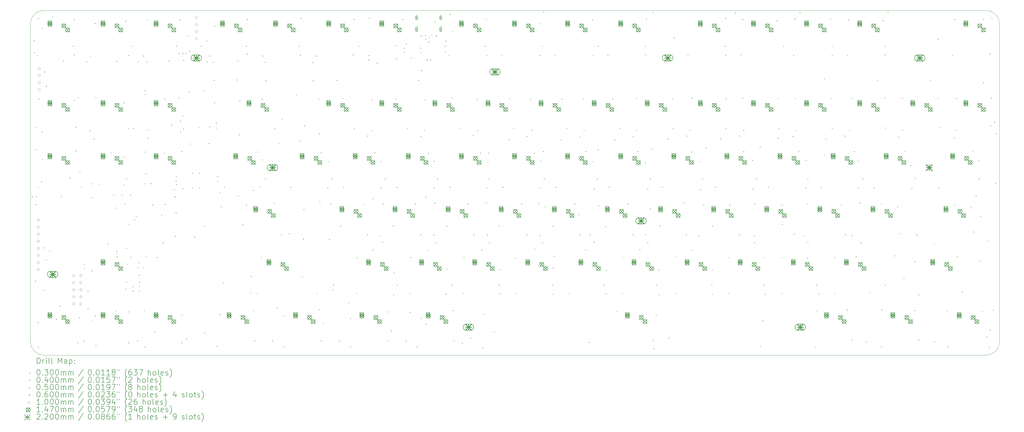
<source format=gbr>
%TF.GenerationSoftware,KiCad,Pcbnew,(7.0.0)*%
%TF.CreationDate,2023-06-19T20:50:26+08:00*%
%TF.ProjectId,87keyboard,38376b65-7962-46f6-9172-642e6b696361,rev?*%
%TF.SameCoordinates,Original*%
%TF.FileFunction,Drillmap*%
%TF.FilePolarity,Positive*%
%FSLAX45Y45*%
G04 Gerber Fmt 4.5, Leading zero omitted, Abs format (unit mm)*
G04 Created by KiCad (PCBNEW (7.0.0)) date 2023-06-19 20:50:26*
%MOMM*%
%LPD*%
G01*
G04 APERTURE LIST*
%ADD10C,0.100000*%
%ADD11C,0.200000*%
%ADD12C,0.030000*%
%ADD13C,0.040000*%
%ADD14C,0.050000*%
%ADD15C,0.060000*%
%ADD16C,0.147000*%
%ADD17C,0.220000*%
G04 APERTURE END LIST*
D10*
X35480625Y-1206500D02*
X1698625Y-1206500D01*
X1206500Y-1698625D02*
X1206500Y-13096875D01*
X35480625Y-13589000D02*
G75*
G03*
X35972750Y-13096875I-5J492130D01*
G01*
X1698625Y-1206500D02*
G75*
G03*
X1206500Y-1698625I0J-492125D01*
G01*
X35972750Y-1698625D02*
G75*
G03*
X35480625Y-1206500I-492130J-5D01*
G01*
X1698625Y-13589000D02*
X35480625Y-13589000D01*
X35972750Y-13096875D02*
X35972750Y-1698625D01*
X1206500Y-13096875D02*
G75*
G03*
X1698625Y-13589000I492125J0D01*
G01*
D11*
D12*
X1255000Y-7890750D02*
X1285000Y-7920750D01*
X1285000Y-7890750D02*
X1255000Y-7920750D01*
X1318500Y-2271000D02*
X1348500Y-2301000D01*
X1348500Y-2271000D02*
X1318500Y-2301000D01*
X1334375Y-2699625D02*
X1364375Y-2729625D01*
X1364375Y-2699625D02*
X1334375Y-2729625D01*
X1366125Y-10907000D02*
X1396125Y-10937000D01*
X1396125Y-10907000D02*
X1366125Y-10937000D01*
X1382000Y-5398375D02*
X1412000Y-5428375D01*
X1412000Y-5398375D02*
X1382000Y-5428375D01*
X1382000Y-6192125D02*
X1412000Y-6222125D01*
X1412000Y-6192125D02*
X1382000Y-6222125D01*
X1382000Y-8160625D02*
X1412000Y-8190625D01*
X1412000Y-8160625D02*
X1382000Y-8190625D01*
X1397875Y-7874875D02*
X1427875Y-7904875D01*
X1427875Y-7874875D02*
X1397875Y-7904875D01*
X1445500Y-2810750D02*
X1475500Y-2840750D01*
X1475500Y-2810750D02*
X1445500Y-2840750D01*
X1461375Y-12399250D02*
X1491375Y-12429250D01*
X1491375Y-12399250D02*
X1461375Y-12429250D01*
X1477250Y-1477250D02*
X1507250Y-1507250D01*
X1507250Y-1477250D02*
X1477250Y-1507250D01*
X1477250Y-7541500D02*
X1507250Y-7571500D01*
X1507250Y-7541500D02*
X1477250Y-7571500D01*
X1477250Y-13288250D02*
X1507250Y-13318250D01*
X1507250Y-13288250D02*
X1477250Y-13318250D01*
X1493125Y-4382375D02*
X1523125Y-4412375D01*
X1523125Y-4382375D02*
X1493125Y-4412375D01*
X1588375Y-7351000D02*
X1618375Y-7381000D01*
X1618375Y-7351000D02*
X1588375Y-7381000D01*
X1604250Y-5557125D02*
X1634250Y-5587125D01*
X1634250Y-5557125D02*
X1604250Y-5587125D01*
X1620125Y-1826500D02*
X1650125Y-1856500D01*
X1650125Y-1826500D02*
X1620125Y-1856500D01*
X1636000Y-6541375D02*
X1666000Y-6571375D01*
X1666000Y-6541375D02*
X1636000Y-6571375D01*
X1667750Y-11240375D02*
X1697750Y-11270375D01*
X1697750Y-11240375D02*
X1667750Y-11270375D01*
X1699500Y-3398125D02*
X1729500Y-3428125D01*
X1729500Y-3398125D02*
X1699500Y-3428125D01*
X1699500Y-9716375D02*
X1729500Y-9746375D01*
X1729500Y-9716375D02*
X1699500Y-9746375D01*
X1763000Y-10145000D02*
X1793000Y-10175000D01*
X1793000Y-10145000D02*
X1763000Y-10175000D01*
X1890000Y-9843375D02*
X1920000Y-9873375D01*
X1920000Y-9843375D02*
X1890000Y-9873375D01*
X1985250Y-1413750D02*
X2015250Y-1443750D01*
X2015250Y-1413750D02*
X1985250Y-1443750D01*
X2128125Y-12288125D02*
X2158125Y-12318125D01*
X2158125Y-12288125D02*
X2128125Y-12318125D01*
X2255125Y-11811875D02*
X2285125Y-11841875D01*
X2285125Y-11811875D02*
X2255125Y-11841875D01*
X2302750Y-7874875D02*
X2332750Y-7904875D01*
X2332750Y-7874875D02*
X2302750Y-7904875D01*
X2382125Y-3001250D02*
X2412125Y-3031250D01*
X2412125Y-3001250D02*
X2382125Y-3031250D01*
X2604375Y-7208125D02*
X2634375Y-7238125D01*
X2634375Y-7208125D02*
X2604375Y-7238125D01*
X2731375Y-2477375D02*
X2761375Y-2507375D01*
X2761375Y-2477375D02*
X2731375Y-2507375D01*
X2763125Y-1509000D02*
X2793125Y-1539000D01*
X2793125Y-1509000D02*
X2763125Y-1539000D01*
X2763125Y-2779000D02*
X2793125Y-2809000D01*
X2793125Y-2779000D02*
X2763125Y-2809000D01*
X2779000Y-4414125D02*
X2809000Y-4444125D01*
X2809000Y-4414125D02*
X2779000Y-4444125D01*
X2810750Y-5382500D02*
X2840750Y-5412500D01*
X2840750Y-5382500D02*
X2810750Y-5412500D01*
X2826625Y-6239750D02*
X2856625Y-6269750D01*
X2856625Y-6239750D02*
X2826625Y-6269750D01*
X2890125Y-13129500D02*
X2920125Y-13159500D01*
X2920125Y-13129500D02*
X2890125Y-13159500D01*
X2906000Y-4318875D02*
X2936000Y-4348875D01*
X2936000Y-4318875D02*
X2906000Y-4348875D01*
X2953625Y-12224625D02*
X2983625Y-12254625D01*
X2983625Y-12224625D02*
X2953625Y-12254625D01*
X2969500Y-7001750D02*
X2999500Y-7031750D01*
X2999500Y-7001750D02*
X2969500Y-7031750D01*
X3017125Y-7541500D02*
X3047125Y-7571500D01*
X3047125Y-7541500D02*
X3017125Y-7571500D01*
X3112375Y-13066000D02*
X3142375Y-13096000D01*
X3142375Y-13066000D02*
X3112375Y-13096000D01*
X3128250Y-10319625D02*
X3158250Y-10349625D01*
X3158250Y-10319625D02*
X3128250Y-10349625D01*
X3128250Y-10462500D02*
X3158250Y-10492500D01*
X3158250Y-10462500D02*
X3128250Y-10492500D01*
X3207625Y-3033000D02*
X3237625Y-3063000D01*
X3237625Y-3033000D02*
X3207625Y-3063000D01*
X3255250Y-11272125D02*
X3285250Y-11302125D01*
X3285250Y-11272125D02*
X3255250Y-11302125D01*
X3255250Y-11907125D02*
X3285250Y-11937125D01*
X3285250Y-11907125D02*
X3255250Y-11937125D01*
X3334625Y-5509500D02*
X3364625Y-5539500D01*
X3364625Y-5509500D02*
X3334625Y-5539500D01*
X3350500Y-2826625D02*
X3380500Y-2856625D01*
X3380500Y-2826625D02*
X3350500Y-2856625D01*
X3382250Y-7414500D02*
X3412250Y-7444500D01*
X3412250Y-7414500D02*
X3382250Y-7444500D01*
X3382250Y-12351625D02*
X3412250Y-12381625D01*
X3412250Y-12351625D02*
X3382250Y-12381625D01*
X3398125Y-7922500D02*
X3428125Y-7952500D01*
X3428125Y-7922500D02*
X3398125Y-7952500D01*
X3398125Y-10541875D02*
X3428125Y-10571875D01*
X3428125Y-10541875D02*
X3398125Y-10571875D01*
X3477500Y-5811125D02*
X3507500Y-5841125D01*
X3507500Y-5811125D02*
X3477500Y-5841125D01*
X3509250Y-1651875D02*
X3539250Y-1681875D01*
X3539250Y-1651875D02*
X3509250Y-1681875D01*
X3525125Y-12161125D02*
X3555125Y-12191125D01*
X3555125Y-12161125D02*
X3525125Y-12191125D01*
X3541000Y-4318875D02*
X3571000Y-4348875D01*
X3571000Y-4318875D02*
X3541000Y-4348875D01*
X3541000Y-13224750D02*
X3571000Y-13254750D01*
X3571000Y-13224750D02*
X3541000Y-13254750D01*
X3644000Y-7423000D02*
X3674000Y-7453000D01*
X3674000Y-7423000D02*
X3644000Y-7453000D01*
X3985500Y-9589375D02*
X4015500Y-9619375D01*
X4015500Y-9589375D02*
X3985500Y-9619375D01*
X4080750Y-6303250D02*
X4110750Y-6333250D01*
X4110750Y-6303250D02*
X4080750Y-6333250D01*
X4176000Y-7827250D02*
X4206000Y-7857250D01*
X4206000Y-7827250D02*
X4176000Y-7857250D01*
X4255375Y-8287625D02*
X4285375Y-8317625D01*
X4285375Y-8287625D02*
X4255375Y-8317625D01*
X4271250Y-11986500D02*
X4301250Y-12016500D01*
X4301250Y-11986500D02*
X4271250Y-12016500D01*
X4287125Y-3017125D02*
X4317125Y-3047125D01*
X4317125Y-3017125D02*
X4287125Y-3047125D01*
X4287125Y-9843375D02*
X4317125Y-9873375D01*
X4317125Y-9843375D02*
X4287125Y-9873375D01*
X4287125Y-9938625D02*
X4317125Y-9968625D01*
X4317125Y-9938625D02*
X4287125Y-9968625D01*
X4287125Y-10035026D02*
X4317125Y-10065026D01*
X4317125Y-10035026D02*
X4287125Y-10065026D01*
X4477625Y-7827250D02*
X4507625Y-7857250D01*
X4507625Y-7827250D02*
X4477625Y-7857250D01*
X4541125Y-4509375D02*
X4571125Y-4539375D01*
X4571125Y-4509375D02*
X4541125Y-4539375D01*
X4557000Y-6446125D02*
X4587000Y-6476125D01*
X4587000Y-6446125D02*
X4557000Y-6476125D01*
X4557000Y-7462125D02*
X4587000Y-7492125D01*
X4587000Y-7462125D02*
X4557000Y-7492125D01*
X4572875Y-8128875D02*
X4602875Y-8158875D01*
X4602875Y-8128875D02*
X4572875Y-8158875D01*
X4604625Y-1572500D02*
X4634625Y-1602500D01*
X4634625Y-1572500D02*
X4604625Y-1602500D01*
X4620500Y-11192750D02*
X4650500Y-11222750D01*
X4650500Y-11192750D02*
X4620500Y-11222750D01*
X4636375Y-7239875D02*
X4666375Y-7269875D01*
X4666375Y-7239875D02*
X4636375Y-7269875D01*
X4636375Y-9732250D02*
X4666375Y-9762250D01*
X4666375Y-9732250D02*
X4636375Y-9762250D01*
X4652250Y-10954625D02*
X4682250Y-10984625D01*
X4682250Y-10954625D02*
X4652250Y-10984625D01*
X4668125Y-10303750D02*
X4698125Y-10333750D01*
X4698125Y-10303750D02*
X4668125Y-10333750D01*
X4715750Y-2810750D02*
X4745750Y-2840750D01*
X4745750Y-2810750D02*
X4715750Y-2840750D01*
X4715750Y-5430125D02*
X4745750Y-5460125D01*
X4745750Y-5430125D02*
X4715750Y-5460125D01*
X4715750Y-12018250D02*
X4745750Y-12048250D01*
X4745750Y-12018250D02*
X4715750Y-12048250D01*
X4715750Y-13129500D02*
X4745750Y-13159500D01*
X4745750Y-13129500D02*
X4715750Y-13159500D01*
X4731625Y-8875000D02*
X4761625Y-8905000D01*
X4761625Y-8875000D02*
X4731625Y-8905000D01*
X4779250Y-7827250D02*
X4809250Y-7857250D01*
X4809250Y-7827250D02*
X4779250Y-7857250D01*
X4795125Y-10049750D02*
X4825125Y-10079750D01*
X4825125Y-10049750D02*
X4795125Y-10079750D01*
X4826875Y-2477375D02*
X4856875Y-2507375D01*
X4856875Y-2477375D02*
X4826875Y-2507375D01*
X4874500Y-11113375D02*
X4904500Y-11143375D01*
X4904500Y-11113375D02*
X4874500Y-11143375D01*
X4874500Y-11272125D02*
X4904500Y-11302125D01*
X4904500Y-11272125D02*
X4874500Y-11302125D01*
X4890375Y-5430125D02*
X4920375Y-5460125D01*
X4920375Y-5430125D02*
X4890375Y-5460125D01*
X4922125Y-8716250D02*
X4952125Y-8746250D01*
X4952125Y-8716250D02*
X4922125Y-8746250D01*
X4985625Y-8589250D02*
X5015625Y-8619250D01*
X5015625Y-8589250D02*
X4985625Y-8619250D01*
X5033250Y-13050125D02*
X5063250Y-13080125D01*
X5063250Y-13050125D02*
X5033250Y-13080125D01*
X5057063Y-10430750D02*
X5087063Y-10460750D01*
X5087063Y-10430750D02*
X5057063Y-10460750D01*
X5065000Y-3033000D02*
X5095000Y-3063000D01*
X5095000Y-3033000D02*
X5065000Y-3063000D01*
X5080875Y-10256125D02*
X5110875Y-10286125D01*
X5110875Y-10256125D02*
X5080875Y-10286125D01*
X5096750Y-10700625D02*
X5126750Y-10730625D01*
X5126750Y-10700625D02*
X5096750Y-10730625D01*
X5096750Y-10954625D02*
X5126750Y-10984625D01*
X5126750Y-10954625D02*
X5096750Y-10984625D01*
X5096750Y-11113375D02*
X5126750Y-11143375D01*
X5126750Y-11113375D02*
X5096750Y-11143375D01*
X5096750Y-11272125D02*
X5126750Y-11302125D01*
X5126750Y-11272125D02*
X5096750Y-11302125D01*
X5239625Y-2826625D02*
X5269625Y-2856625D01*
X5269625Y-2826625D02*
X5239625Y-2856625D01*
X5243000Y-10435000D02*
X5273000Y-10465000D01*
X5273000Y-10435000D02*
X5243000Y-10465000D01*
X5287250Y-7414500D02*
X5317250Y-7444500D01*
X5317250Y-7414500D02*
X5287250Y-7444500D01*
X5287250Y-11970625D02*
X5317250Y-12000625D01*
X5317250Y-11970625D02*
X5287250Y-12000625D01*
X5303125Y-4064875D02*
X5333125Y-4094875D01*
X5333125Y-4064875D02*
X5303125Y-4094875D01*
X5303125Y-4207750D02*
X5333125Y-4237750D01*
X5333125Y-4207750D02*
X5303125Y-4237750D01*
X5303125Y-6271500D02*
X5333125Y-6301500D01*
X5333125Y-6271500D02*
X5303125Y-6301500D01*
X5303125Y-13288250D02*
X5333125Y-13318250D01*
X5333125Y-13288250D02*
X5303125Y-13318250D01*
X5334875Y-7065250D02*
X5364875Y-7095250D01*
X5364875Y-7065250D02*
X5334875Y-7095250D01*
X5353000Y-10020000D02*
X5383000Y-10050000D01*
X5383000Y-10020000D02*
X5353000Y-10050000D01*
X5366625Y-3033000D02*
X5396625Y-3063000D01*
X5396625Y-3033000D02*
X5366625Y-3063000D01*
X5382500Y-1540750D02*
X5412500Y-1570750D01*
X5412500Y-1540750D02*
X5382500Y-1570750D01*
X5398375Y-5477750D02*
X5428375Y-5507750D01*
X5428375Y-5477750D02*
X5398375Y-5507750D01*
X5398375Y-5779375D02*
X5428375Y-5809375D01*
X5428375Y-5779375D02*
X5398375Y-5809375D01*
X5512000Y-7407000D02*
X5542000Y-7437000D01*
X5542000Y-7407000D02*
X5512000Y-7437000D01*
X5579938Y-8167562D02*
X5609937Y-8197562D01*
X5609937Y-8167562D02*
X5579938Y-8197562D01*
X5652375Y-12732625D02*
X5682375Y-12762625D01*
X5682375Y-12732625D02*
X5652375Y-12762625D01*
X5731750Y-10065625D02*
X5761750Y-10095625D01*
X5761750Y-10065625D02*
X5731750Y-10095625D01*
X5906375Y-8541625D02*
X5936375Y-8571625D01*
X5936375Y-8541625D02*
X5906375Y-8571625D01*
X5954000Y-9541750D02*
X5984000Y-9571750D01*
X5984000Y-9541750D02*
X5954000Y-9571750D01*
X6001625Y-4366500D02*
X6031625Y-4396500D01*
X6031625Y-4366500D02*
X6001625Y-4396500D01*
X6001625Y-6319125D02*
X6031625Y-6349125D01*
X6031625Y-6319125D02*
X6001625Y-6349125D01*
X6160375Y-3001250D02*
X6190375Y-3031250D01*
X6190375Y-3001250D02*
X6160375Y-3031250D01*
X6252000Y-5311000D02*
X6282000Y-5341000D01*
X6282000Y-5311000D02*
X6252000Y-5341000D01*
X6350875Y-7620875D02*
X6380875Y-7650875D01*
X6380875Y-7620875D02*
X6350875Y-7650875D01*
X6382625Y-9303625D02*
X6412625Y-9333625D01*
X6412625Y-9303625D02*
X6382625Y-9333625D01*
X6414375Y-7319250D02*
X6444375Y-7349250D01*
X6444375Y-7319250D02*
X6414375Y-7349250D01*
X6414375Y-8462250D02*
X6444375Y-8492250D01*
X6444375Y-8462250D02*
X6414375Y-8492250D01*
X6430250Y-2477375D02*
X6460250Y-2507375D01*
X6460250Y-2477375D02*
X6430250Y-2507375D01*
X6430250Y-7160500D02*
X6460250Y-7190500D01*
X6460250Y-7160500D02*
X6430250Y-7190500D01*
X6430250Y-7446250D02*
X6460250Y-7476250D01*
X6460250Y-7446250D02*
X6430250Y-7476250D01*
X6525500Y-2731375D02*
X6555500Y-2761375D01*
X6555500Y-2731375D02*
X6525500Y-2761375D01*
X6525500Y-4334750D02*
X6555500Y-4364750D01*
X6555500Y-4334750D02*
X6525500Y-4364750D01*
X6557250Y-1524875D02*
X6587250Y-1554875D01*
X6587250Y-1524875D02*
X6557250Y-1554875D01*
X6573125Y-5160250D02*
X6603125Y-5190250D01*
X6603125Y-5160250D02*
X6573125Y-5190250D01*
X6573125Y-5557125D02*
X6603125Y-5587125D01*
X6603125Y-5557125D02*
X6573125Y-5587125D01*
X6620750Y-6255625D02*
X6650750Y-6285625D01*
X6650750Y-6255625D02*
X6620750Y-6285625D01*
X6620750Y-12129375D02*
X6650750Y-12159375D01*
X6650750Y-12129375D02*
X6620750Y-12159375D01*
X6620750Y-13129500D02*
X6650750Y-13159500D01*
X6650750Y-13129500D02*
X6620750Y-13159500D01*
X6652500Y-2731375D02*
X6682500Y-2761375D01*
X6682500Y-2731375D02*
X6652500Y-2761375D01*
X6652500Y-7589125D02*
X6682500Y-7619125D01*
X6682500Y-7589125D02*
X6652500Y-7619125D01*
X6668375Y-4985625D02*
X6698375Y-5015625D01*
X6698375Y-4985625D02*
X6668375Y-5015625D01*
X6684250Y-2985375D02*
X6714250Y-3015375D01*
X6714250Y-2985375D02*
X6684250Y-3015375D01*
X6684250Y-5446000D02*
X6714250Y-5476000D01*
X6714250Y-5446000D02*
X6684250Y-5476000D01*
X6779500Y-2731375D02*
X6809500Y-2761375D01*
X6809500Y-2731375D02*
X6779500Y-2761375D01*
X6795000Y-12984000D02*
X6825000Y-13014000D01*
X6825000Y-12984000D02*
X6795000Y-13014000D01*
X6843000Y-2112250D02*
X6873000Y-2142250D01*
X6873000Y-2112250D02*
X6843000Y-2142250D01*
X6890625Y-4112500D02*
X6920625Y-4142500D01*
X6920625Y-4112500D02*
X6890625Y-4142500D01*
X6906500Y-2652000D02*
X6936500Y-2682000D01*
X6936500Y-2652000D02*
X6906500Y-2682000D01*
X6922375Y-5985750D02*
X6952375Y-6015750D01*
X6952375Y-5985750D02*
X6922375Y-6015750D01*
X7001750Y-7033500D02*
X7031750Y-7063500D01*
X7031750Y-7033500D02*
X7001750Y-7063500D01*
X7001750Y-7557375D02*
X7031750Y-7587375D01*
X7031750Y-7557375D02*
X7001750Y-7587375D01*
X7081125Y-9335375D02*
X7111125Y-9365375D01*
X7111125Y-9335375D02*
X7081125Y-9365375D01*
X7255750Y-5398375D02*
X7285750Y-5428375D01*
X7285750Y-5398375D02*
X7255750Y-5428375D01*
X7255750Y-7033500D02*
X7285750Y-7063500D01*
X7285750Y-7033500D02*
X7255750Y-7063500D01*
X7255750Y-7573250D02*
X7285750Y-7603250D01*
X7285750Y-7573250D02*
X7255750Y-7603250D01*
X7319250Y-2477375D02*
X7349250Y-2507375D01*
X7349250Y-2477375D02*
X7319250Y-2507375D01*
X7398625Y-4064875D02*
X7428625Y-4094875D01*
X7428625Y-4064875D02*
X7398625Y-4094875D01*
X7446250Y-8938500D02*
X7476250Y-8968500D01*
X7476250Y-8938500D02*
X7446250Y-8968500D01*
X7450000Y-12781000D02*
X7480000Y-12811000D01*
X7480000Y-12781000D02*
X7450000Y-12811000D01*
X7525625Y-2286875D02*
X7555625Y-2316875D01*
X7555625Y-2286875D02*
X7525625Y-2316875D01*
X7525625Y-3033000D02*
X7555625Y-3063000D01*
X7555625Y-3033000D02*
X7525625Y-3063000D01*
X7589125Y-5969875D02*
X7619125Y-5999875D01*
X7619125Y-5969875D02*
X7589125Y-5999875D01*
X7620875Y-5366625D02*
X7650875Y-5396625D01*
X7650875Y-5366625D02*
X7620875Y-5396625D01*
X7636750Y-2826625D02*
X7666750Y-2856625D01*
X7666750Y-2826625D02*
X7636750Y-2856625D01*
X7747875Y-3048875D02*
X7777875Y-3078875D01*
X7777875Y-3048875D02*
X7747875Y-3078875D01*
X7779625Y-3699750D02*
X7809625Y-3729750D01*
X7809625Y-3699750D02*
X7779625Y-3729750D01*
X7795500Y-1747125D02*
X7825500Y-1777125D01*
X7825500Y-1747125D02*
X7795500Y-1777125D01*
X7795500Y-4509375D02*
X7825500Y-4539375D01*
X7825500Y-4509375D02*
X7795500Y-4539375D01*
X7859000Y-5239625D02*
X7889000Y-5269625D01*
X7889000Y-5239625D02*
X7859000Y-5269625D01*
X7859000Y-5414250D02*
X7889000Y-5444250D01*
X7889000Y-5414250D02*
X7859000Y-5444250D01*
X7890750Y-13256500D02*
X7920750Y-13286500D01*
X7920750Y-13256500D02*
X7890750Y-13286500D01*
X7906625Y-7144625D02*
X7936625Y-7174625D01*
X7936625Y-7144625D02*
X7906625Y-7174625D01*
X7906625Y-7326640D02*
X7936625Y-7356640D01*
X7936625Y-7326640D02*
X7906625Y-7356640D01*
X7986000Y-7732000D02*
X8016000Y-7762000D01*
X8016000Y-7732000D02*
X7986000Y-7762000D01*
X7986000Y-12113500D02*
X8016000Y-12143500D01*
X8016000Y-12113500D02*
X7986000Y-12143500D01*
X8044000Y-8235000D02*
X8074000Y-8265000D01*
X8074000Y-8235000D02*
X8044000Y-8265000D01*
X8113000Y-10986375D02*
X8143000Y-11016375D01*
X8143000Y-10986375D02*
X8113000Y-11016375D01*
X8144750Y-7541500D02*
X8174750Y-7571500D01*
X8174750Y-7541500D02*
X8144750Y-7571500D01*
X8605125Y-3683875D02*
X8635125Y-3713875D01*
X8635125Y-3683875D02*
X8605125Y-3713875D01*
X8636875Y-3001250D02*
X8666875Y-3031250D01*
X8666875Y-3001250D02*
X8636875Y-3031250D01*
X8652750Y-7859000D02*
X8682750Y-7889000D01*
X8682750Y-7859000D02*
X8652750Y-7889000D01*
X8684500Y-5652375D02*
X8714500Y-5682375D01*
X8714500Y-5652375D02*
X8684500Y-5682375D01*
X8700375Y-4430000D02*
X8730375Y-4460000D01*
X8730375Y-4430000D02*
X8700375Y-4460000D01*
X8811500Y-8890875D02*
X8841500Y-8920875D01*
X8841500Y-8890875D02*
X8811500Y-8920875D01*
X8938500Y-2477375D02*
X8968500Y-2507375D01*
X8968500Y-2477375D02*
X8938500Y-2507375D01*
X8938500Y-8192375D02*
X8968500Y-8222375D01*
X8968500Y-8192375D02*
X8938500Y-8222375D01*
X8970250Y-1509000D02*
X9000250Y-1539000D01*
X9000250Y-1509000D02*
X8970250Y-1539000D01*
X8970250Y-2763125D02*
X9000250Y-2793125D01*
X9000250Y-2763125D02*
X8970250Y-2793125D01*
X9097250Y-11335625D02*
X9127250Y-11365625D01*
X9127250Y-11335625D02*
X9097250Y-11365625D01*
X9113125Y-10748250D02*
X9143125Y-10778250D01*
X9143125Y-10748250D02*
X9113125Y-10778250D01*
X9197000Y-7652000D02*
X9227000Y-7682000D01*
X9227000Y-7652000D02*
X9197000Y-7682000D01*
X9208375Y-11970625D02*
X9238375Y-12000625D01*
X9238375Y-11970625D02*
X9208375Y-12000625D01*
X9240125Y-13050125D02*
X9270125Y-13080125D01*
X9270125Y-13050125D02*
X9240125Y-13080125D01*
X9335375Y-6271500D02*
X9365375Y-6301500D01*
X9365375Y-6271500D02*
X9335375Y-6301500D01*
X9335375Y-11351500D02*
X9365375Y-11381500D01*
X9365375Y-11351500D02*
X9335375Y-11381500D01*
X9446500Y-7525625D02*
X9476500Y-7555625D01*
X9476500Y-7525625D02*
X9446500Y-7555625D01*
X9478250Y-10065625D02*
X9508250Y-10095625D01*
X9508250Y-10065625D02*
X9478250Y-10095625D01*
X9510000Y-4366500D02*
X9540000Y-4396500D01*
X9540000Y-4366500D02*
X9510000Y-4396500D01*
X9510000Y-6557250D02*
X9540000Y-6587250D01*
X9540000Y-6557250D02*
X9510000Y-6587250D01*
X9525875Y-2826625D02*
X9555875Y-2856625D01*
X9555875Y-2826625D02*
X9525875Y-2856625D01*
X9621125Y-3048875D02*
X9651125Y-3078875D01*
X9651125Y-3048875D02*
X9621125Y-3078875D01*
X9621125Y-7239875D02*
X9651125Y-7269875D01*
X9651125Y-7239875D02*
X9621125Y-7269875D01*
X9637000Y-3715625D02*
X9667000Y-3745625D01*
X9667000Y-3715625D02*
X9637000Y-3745625D01*
X9875125Y-13050125D02*
X9905125Y-13080125D01*
X9905125Y-13050125D02*
X9875125Y-13080125D01*
X9938625Y-8113000D02*
X9968625Y-8143000D01*
X9968625Y-8113000D02*
X9938625Y-8143000D01*
X9954500Y-5430125D02*
X9984500Y-5460125D01*
X9984500Y-5430125D02*
X9954500Y-5460125D01*
X10049750Y-11891250D02*
X10079750Y-11921250D01*
X10079750Y-11891250D02*
X10049750Y-11921250D01*
X10108000Y-5972000D02*
X10138000Y-6002000D01*
X10138000Y-5972000D02*
X10108000Y-6002000D01*
X10192625Y-9240125D02*
X10222625Y-9270125D01*
X10222625Y-9240125D02*
X10192625Y-9270125D01*
X10224375Y-5096750D02*
X10254375Y-5126750D01*
X10254375Y-5096750D02*
X10224375Y-5126750D01*
X10303750Y-12161125D02*
X10333750Y-12191125D01*
X10333750Y-12161125D02*
X10303750Y-12191125D01*
X10303750Y-13272375D02*
X10333750Y-13302375D01*
X10333750Y-13272375D02*
X10303750Y-13302375D01*
X10479000Y-9206000D02*
X10509000Y-9236000D01*
X10509000Y-9206000D02*
X10479000Y-9236000D01*
X10526000Y-7541500D02*
X10556000Y-7571500D01*
X10556000Y-7541500D02*
X10526000Y-7571500D01*
X10732375Y-4223625D02*
X10762375Y-4253625D01*
X10762375Y-4223625D02*
X10732375Y-4253625D01*
X10843500Y-2477375D02*
X10873500Y-2507375D01*
X10873500Y-2477375D02*
X10843500Y-2507375D01*
X10859375Y-5874625D02*
X10889375Y-5904625D01*
X10889375Y-5874625D02*
X10859375Y-5904625D01*
X10875250Y-2794875D02*
X10905250Y-2824875D01*
X10905250Y-2794875D02*
X10875250Y-2824875D01*
X10891125Y-1477250D02*
X10921125Y-1507250D01*
X10921125Y-1477250D02*
X10891125Y-1507250D01*
X10938750Y-10748250D02*
X10968750Y-10778250D01*
X10968750Y-10748250D02*
X10938750Y-10778250D01*
X10986375Y-9398875D02*
X11016375Y-9428875D01*
X11016375Y-9398875D02*
X10986375Y-9428875D01*
X11002250Y-8351125D02*
X11032250Y-8381125D01*
X11032250Y-8351125D02*
X11002250Y-8381125D01*
X11028000Y-5336000D02*
X11058000Y-5366000D01*
X11058000Y-5336000D02*
X11028000Y-5366000D01*
X11319750Y-3064750D02*
X11349750Y-3094750D01*
X11349750Y-3064750D02*
X11319750Y-3094750D01*
X11335625Y-3715625D02*
X11365625Y-3745625D01*
X11365625Y-3715625D02*
X11335625Y-3745625D01*
X11446750Y-2826625D02*
X11476750Y-2856625D01*
X11476750Y-2826625D02*
X11446750Y-2856625D01*
X11478500Y-11351500D02*
X11508500Y-11381500D01*
X11508500Y-11351500D02*
X11478500Y-11381500D01*
X11542000Y-4382375D02*
X11572000Y-4412375D01*
X11572000Y-4382375D02*
X11542000Y-4412375D01*
X11557875Y-5620625D02*
X11587875Y-5650625D01*
X11587875Y-5620625D02*
X11557875Y-5650625D01*
X11557875Y-11938875D02*
X11587875Y-11968875D01*
X11587875Y-11938875D02*
X11557875Y-11968875D01*
X11573750Y-8065375D02*
X11603750Y-8095375D01*
X11603750Y-8065375D02*
X11573750Y-8095375D01*
X11621375Y-6303250D02*
X11651375Y-6333250D01*
X11651375Y-6303250D02*
X11621375Y-6333250D01*
X11621375Y-13050125D02*
X11651375Y-13080125D01*
X11651375Y-13050125D02*
X11621375Y-13080125D01*
X11700750Y-12431000D02*
X11730750Y-12461000D01*
X11730750Y-12431000D02*
X11700750Y-12461000D01*
X11859500Y-7573250D02*
X11889500Y-7603250D01*
X11889500Y-7573250D02*
X11859500Y-7603250D01*
X11891250Y-6620750D02*
X11921250Y-6650750D01*
X11921250Y-6620750D02*
X11891250Y-6650750D01*
X11923000Y-9414750D02*
X11953000Y-9444750D01*
X11953000Y-9414750D02*
X11923000Y-9444750D01*
X11954750Y-8144750D02*
X11984750Y-8174750D01*
X11984750Y-8144750D02*
X11954750Y-8174750D01*
X12018250Y-7239875D02*
X12048250Y-7269875D01*
X12048250Y-7239875D02*
X12018250Y-7269875D01*
X12034125Y-11224500D02*
X12064125Y-11254500D01*
X12064125Y-11224500D02*
X12034125Y-11254500D01*
X12065000Y-11046000D02*
X12095000Y-11076000D01*
X12095000Y-11046000D02*
X12065000Y-11076000D01*
X12192875Y-3699750D02*
X12222875Y-3729750D01*
X12222875Y-3699750D02*
X12192875Y-3729750D01*
X12272250Y-13066000D02*
X12302250Y-13096000D01*
X12302250Y-13066000D02*
X12272250Y-13096000D01*
X12319875Y-8938500D02*
X12349875Y-8968500D01*
X12349875Y-8938500D02*
X12319875Y-8968500D01*
X12399250Y-4350625D02*
X12429250Y-4380625D01*
X12429250Y-4350625D02*
X12399250Y-4380625D01*
X12431000Y-7541500D02*
X12461000Y-7571500D01*
X12461000Y-7541500D02*
X12431000Y-7571500D01*
X12605625Y-11684875D02*
X12635625Y-11714875D01*
X12635625Y-11684875D02*
X12605625Y-11714875D01*
X12669125Y-12256375D02*
X12699125Y-12286375D01*
X12699125Y-12256375D02*
X12669125Y-12286375D01*
X12685000Y-13272375D02*
X12715000Y-13302375D01*
X12715000Y-13272375D02*
X12685000Y-13302375D01*
X12764375Y-2779000D02*
X12794375Y-2809000D01*
X12794375Y-2779000D02*
X12764375Y-2809000D01*
X12796125Y-1509000D02*
X12826125Y-1539000D01*
X12826125Y-1509000D02*
X12796125Y-1539000D01*
X12812000Y-5430125D02*
X12842000Y-5460125D01*
X12842000Y-5430125D02*
X12812000Y-5460125D01*
X12907250Y-10081500D02*
X12937250Y-10111500D01*
X12937250Y-10081500D02*
X12907250Y-10111500D01*
X12907250Y-11351500D02*
X12937250Y-11381500D01*
X12937250Y-11351500D02*
X12907250Y-11381500D01*
X12970750Y-2477375D02*
X13000750Y-2507375D01*
X13000750Y-2477375D02*
X12970750Y-2507375D01*
X13145375Y-8160625D02*
X13175375Y-8190625D01*
X13175375Y-8160625D02*
X13145375Y-8190625D01*
X13288250Y-5700000D02*
X13318250Y-5730000D01*
X13318250Y-5700000D02*
X13288250Y-5730000D01*
X13288250Y-9240125D02*
X13318250Y-9270125D01*
X13318250Y-9240125D02*
X13288250Y-9270125D01*
X13335875Y-2810750D02*
X13365875Y-2840750D01*
X13365875Y-2810750D02*
X13335875Y-2840750D01*
X13351750Y-1461375D02*
X13381750Y-1491375D01*
X13381750Y-1461375D02*
X13351750Y-1491375D01*
X13431125Y-4414125D02*
X13461125Y-4444125D01*
X13461125Y-4414125D02*
X13431125Y-4444125D01*
X13431125Y-5509500D02*
X13461125Y-5539500D01*
X13461125Y-5509500D02*
X13431125Y-5539500D01*
X13478750Y-7954250D02*
X13508750Y-7984250D01*
X13508750Y-7954250D02*
X13478750Y-7984250D01*
X13478750Y-9795750D02*
X13508750Y-9825750D01*
X13508750Y-9795750D02*
X13478750Y-9825750D01*
X13542250Y-6303250D02*
X13572250Y-6333250D01*
X13572250Y-6303250D02*
X13542250Y-6333250D01*
X13621625Y-3080625D02*
X13651625Y-3110625D01*
X13651625Y-3080625D02*
X13621625Y-3110625D01*
X13748625Y-9271875D02*
X13778625Y-9301875D01*
X13778625Y-9271875D02*
X13748625Y-9301875D01*
X13764500Y-6620750D02*
X13794500Y-6650750D01*
X13794500Y-6620750D02*
X13764500Y-6650750D01*
X13764500Y-7573250D02*
X13794500Y-7603250D01*
X13794500Y-7573250D02*
X13764500Y-7603250D01*
X13828000Y-9510000D02*
X13858000Y-9540000D01*
X13858000Y-9510000D02*
X13828000Y-9540000D01*
X13843875Y-8144750D02*
X13873875Y-8174750D01*
X13873875Y-8144750D02*
X13843875Y-8174750D01*
X13923250Y-7239875D02*
X13953250Y-7269875D01*
X13953250Y-7239875D02*
X13923250Y-7269875D01*
X13986750Y-12018250D02*
X14016750Y-12048250D01*
X14016750Y-12018250D02*
X13986750Y-12048250D01*
X14002625Y-13050125D02*
X14032625Y-13080125D01*
X14032625Y-13050125D02*
X14002625Y-13080125D01*
X14145500Y-12700875D02*
X14175500Y-12730875D01*
X14175500Y-12700875D02*
X14145500Y-12730875D01*
X14209000Y-8922625D02*
X14239000Y-8952625D01*
X14239000Y-8922625D02*
X14209000Y-8952625D01*
X14224875Y-11399125D02*
X14254875Y-11429125D01*
X14254875Y-11399125D02*
X14224875Y-11429125D01*
X14240750Y-10605375D02*
X14270750Y-10635375D01*
X14270750Y-10605375D02*
X14240750Y-10635375D01*
X14304250Y-2461500D02*
X14334250Y-2491500D01*
X14334250Y-2461500D02*
X14304250Y-2491500D01*
X14304250Y-4366500D02*
X14334250Y-4396500D01*
X14334250Y-4366500D02*
X14304250Y-4396500D01*
X14320125Y-2921875D02*
X14350125Y-2951875D01*
X14350125Y-2921875D02*
X14320125Y-2951875D01*
X14336000Y-7541500D02*
X14366000Y-7571500D01*
X14366000Y-7541500D02*
X14336000Y-7571500D01*
X14351875Y-11049875D02*
X14381875Y-11079875D01*
X14381875Y-11049875D02*
X14351875Y-11079875D01*
X14558250Y-1509000D02*
X14588250Y-1539000D01*
X14588250Y-1509000D02*
X14558250Y-1539000D01*
X14605875Y-2540875D02*
X14635875Y-2570875D01*
X14635875Y-2540875D02*
X14605875Y-2570875D01*
X14605875Y-2699625D02*
X14635875Y-2729625D01*
X14635875Y-2699625D02*
X14605875Y-2729625D01*
X14669375Y-2398000D02*
X14699375Y-2428000D01*
X14699375Y-2398000D02*
X14669375Y-2428000D01*
X14669375Y-13066000D02*
X14699375Y-13096000D01*
X14699375Y-13066000D02*
X14669375Y-13096000D01*
X14717000Y-5430125D02*
X14747000Y-5460125D01*
X14747000Y-5430125D02*
X14717000Y-5460125D01*
X14812250Y-11351500D02*
X14842250Y-11381500D01*
X14842250Y-11351500D02*
X14812250Y-11381500D01*
X14812250Y-12034125D02*
X14842250Y-12064125D01*
X14842250Y-12034125D02*
X14812250Y-12064125D01*
X14844000Y-10065625D02*
X14874000Y-10095625D01*
X14874000Y-10065625D02*
X14844000Y-10095625D01*
X14859875Y-2890125D02*
X14889875Y-2920125D01*
X14889875Y-2890125D02*
X14859875Y-2920125D01*
X15002750Y-8144750D02*
X15032750Y-8174750D01*
X15032750Y-8144750D02*
X15002750Y-8174750D01*
X15066250Y-13272375D02*
X15096250Y-13302375D01*
X15096250Y-13272375D02*
X15066250Y-13302375D01*
X15113875Y-3699750D02*
X15143875Y-3729750D01*
X15143875Y-3699750D02*
X15113875Y-3729750D01*
X15193250Y-2540875D02*
X15223250Y-2570875D01*
X15223250Y-2540875D02*
X15193250Y-2570875D01*
X15193250Y-2699625D02*
X15223250Y-2729625D01*
X15223250Y-2699625D02*
X15193250Y-2729625D01*
X15193250Y-5715875D02*
X15223250Y-5745875D01*
X15223250Y-5715875D02*
X15193250Y-5745875D01*
X15193250Y-9240125D02*
X15223250Y-9270125D01*
X15223250Y-9240125D02*
X15193250Y-9270125D01*
X15209125Y-12240500D02*
X15239125Y-12270500D01*
X15239125Y-12240500D02*
X15209125Y-12270500D01*
X15320250Y-5493625D02*
X15350250Y-5523625D01*
X15350250Y-5493625D02*
X15320250Y-5523625D01*
X15352000Y-4398250D02*
X15382000Y-4428250D01*
X15382000Y-4398250D02*
X15352000Y-4428250D01*
X15367875Y-2096375D02*
X15397875Y-2126375D01*
X15397875Y-2096375D02*
X15367875Y-2126375D01*
X15383750Y-7890750D02*
X15413750Y-7920750D01*
X15413750Y-7890750D02*
X15383750Y-7920750D01*
X15383750Y-12462750D02*
X15413750Y-12492750D01*
X15413750Y-12462750D02*
X15383750Y-12492750D01*
X15384000Y-2223375D02*
X15414000Y-2253375D01*
X15414000Y-2223375D02*
X15384000Y-2253375D01*
X15431375Y-9811625D02*
X15461375Y-9841625D01*
X15461375Y-9811625D02*
X15431375Y-9841625D01*
X15463125Y-6319125D02*
X15493125Y-6349125D01*
X15493125Y-6319125D02*
X15463125Y-6349125D01*
X15504000Y-2169000D02*
X15534000Y-2199000D01*
X15534000Y-2169000D02*
X15504000Y-2199000D01*
X15590125Y-2080500D02*
X15620125Y-2110500D01*
X15620125Y-2080500D02*
X15590125Y-2110500D01*
X15669500Y-6604875D02*
X15699500Y-6634875D01*
X15699500Y-6604875D02*
X15669500Y-6634875D01*
X15669500Y-7573250D02*
X15699500Y-7603250D01*
X15699500Y-7573250D02*
X15669500Y-7603250D01*
X15669500Y-9256000D02*
X15699500Y-9286000D01*
X15699500Y-9256000D02*
X15669500Y-9286000D01*
X15701250Y-1604250D02*
X15731250Y-1634250D01*
X15731250Y-1604250D02*
X15701250Y-1634250D01*
X15701250Y-8113000D02*
X15731250Y-8143000D01*
X15731250Y-8113000D02*
X15701250Y-8143000D01*
X15748875Y-9525875D02*
X15778875Y-9555875D01*
X15778875Y-9525875D02*
X15748875Y-9555875D01*
X15796500Y-7239875D02*
X15826500Y-7269875D01*
X15826500Y-7239875D02*
X15796500Y-7269875D01*
X16066375Y-2477375D02*
X16096375Y-2507375D01*
X16096375Y-2477375D02*
X16066375Y-2507375D01*
X16082250Y-2683750D02*
X16112250Y-2713750D01*
X16112250Y-2683750D02*
X16082250Y-2713750D01*
X16098125Y-2286875D02*
X16128125Y-2316875D01*
X16128125Y-2286875D02*
X16098125Y-2316875D01*
X16098125Y-11383250D02*
X16128125Y-11413250D01*
X16128125Y-11383250D02*
X16098125Y-11413250D01*
X16129875Y-8938500D02*
X16159875Y-8968500D01*
X16159875Y-8938500D02*
X16129875Y-8968500D01*
X16129875Y-10478375D02*
X16159875Y-10508375D01*
X16159875Y-10478375D02*
X16129875Y-10508375D01*
X16209250Y-2810750D02*
X16239250Y-2840750D01*
X16239250Y-2810750D02*
X16209250Y-2840750D01*
X16241000Y-7541500D02*
X16271000Y-7571500D01*
X16271000Y-7541500D02*
X16241000Y-7571500D01*
X16256875Y-1318500D02*
X16286875Y-1348500D01*
X16286875Y-1318500D02*
X16256875Y-1348500D01*
X16320375Y-4334750D02*
X16350375Y-4364750D01*
X16350375Y-4334750D02*
X16320375Y-4364750D01*
X16320375Y-11049875D02*
X16350375Y-11079875D01*
X16350375Y-11049875D02*
X16320375Y-11079875D01*
X16336250Y-1937625D02*
X16366250Y-1967625D01*
X16366250Y-1937625D02*
X16336250Y-1967625D01*
X16368000Y-11970625D02*
X16398000Y-12000625D01*
X16398000Y-11970625D02*
X16368000Y-12000625D01*
X16383875Y-13050125D02*
X16413875Y-13080125D01*
X16413875Y-13050125D02*
X16383875Y-13080125D01*
X16622000Y-5430125D02*
X16652000Y-5460125D01*
X16652000Y-5430125D02*
X16622000Y-5460125D01*
X16685500Y-13145375D02*
X16715500Y-13175375D01*
X16715500Y-13145375D02*
X16685500Y-13175375D01*
X16717250Y-11351500D02*
X16747250Y-11381500D01*
X16747250Y-11351500D02*
X16717250Y-11381500D01*
X16749000Y-10065625D02*
X16779000Y-10095625D01*
X16779000Y-10065625D02*
X16749000Y-10095625D01*
X16891875Y-8144750D02*
X16921875Y-8174750D01*
X16921875Y-8144750D02*
X16891875Y-8174750D01*
X17003000Y-12954875D02*
X17033000Y-12984875D01*
X17033000Y-12954875D02*
X17003000Y-12984875D01*
X17082375Y-5684125D02*
X17112375Y-5714125D01*
X17112375Y-5684125D02*
X17082375Y-5714125D01*
X17098250Y-9240125D02*
X17128250Y-9270125D01*
X17128250Y-9240125D02*
X17098250Y-9270125D01*
X17225250Y-4382375D02*
X17255250Y-4412375D01*
X17255250Y-4382375D02*
X17225250Y-4412375D01*
X17225250Y-5509500D02*
X17255250Y-5539500D01*
X17255250Y-5509500D02*
X17225250Y-5539500D01*
X17336375Y-6319125D02*
X17366375Y-6349125D01*
X17366375Y-6319125D02*
X17336375Y-6349125D01*
X17384000Y-9795750D02*
X17414000Y-9825750D01*
X17414000Y-9795750D02*
X17384000Y-9825750D01*
X17415750Y-13304125D02*
X17445750Y-13334125D01*
X17445750Y-13304125D02*
X17415750Y-13334125D01*
X17479250Y-12097625D02*
X17509250Y-12127625D01*
X17509250Y-12097625D02*
X17479250Y-12127625D01*
X17495125Y-2477375D02*
X17525125Y-2507375D01*
X17525125Y-2477375D02*
X17495125Y-2507375D01*
X17542750Y-1509000D02*
X17572750Y-1539000D01*
X17572750Y-1509000D02*
X17542750Y-1539000D01*
X17542750Y-8097125D02*
X17572750Y-8127125D01*
X17572750Y-8097125D02*
X17542750Y-8127125D01*
X17558625Y-2794875D02*
X17588625Y-2824875D01*
X17588625Y-2794875D02*
X17558625Y-2824875D01*
X17558625Y-7573250D02*
X17588625Y-7603250D01*
X17588625Y-7573250D02*
X17558625Y-7603250D01*
X17590375Y-9256000D02*
X17620375Y-9286000D01*
X17620375Y-9256000D02*
X17590375Y-9286000D01*
X17606250Y-6636625D02*
X17636250Y-6666625D01*
X17636250Y-6636625D02*
X17606250Y-6666625D01*
X17622125Y-6319125D02*
X17652125Y-6349125D01*
X17652125Y-6319125D02*
X17622125Y-6349125D01*
X17638000Y-7239875D02*
X17668000Y-7269875D01*
X17668000Y-7239875D02*
X17638000Y-7269875D01*
X17653875Y-9525875D02*
X17683875Y-9555875D01*
X17683875Y-9525875D02*
X17653875Y-9555875D01*
X17828500Y-12732625D02*
X17858500Y-12762625D01*
X17858500Y-12732625D02*
X17828500Y-12762625D01*
X18003125Y-8922625D02*
X18033125Y-8952625D01*
X18033125Y-8922625D02*
X18003125Y-8952625D01*
X18003125Y-11049875D02*
X18033125Y-11079875D01*
X18033125Y-11049875D02*
X18003125Y-11079875D01*
X18034875Y-10494250D02*
X18064875Y-10524250D01*
X18064875Y-10494250D02*
X18034875Y-10524250D01*
X18034875Y-11367375D02*
X18064875Y-11397375D01*
X18064875Y-11367375D02*
X18034875Y-11397375D01*
X18098375Y-2810750D02*
X18128375Y-2840750D01*
X18128375Y-2810750D02*
X18098375Y-2840750D01*
X18146000Y-7541500D02*
X18176000Y-7571500D01*
X18176000Y-7541500D02*
X18146000Y-7571500D01*
X18352375Y-5827000D02*
X18382375Y-5857000D01*
X18382375Y-5827000D02*
X18352375Y-5857000D01*
X18384125Y-4350625D02*
X18414125Y-4380625D01*
X18414125Y-4350625D02*
X18384125Y-4380625D01*
X18527000Y-5430125D02*
X18557000Y-5460125D01*
X18557000Y-5430125D02*
X18527000Y-5460125D01*
X18590500Y-10081500D02*
X18620500Y-10111500D01*
X18620500Y-10081500D02*
X18590500Y-10111500D01*
X18622250Y-11351500D02*
X18652250Y-11381500D01*
X18652250Y-11351500D02*
X18622250Y-11381500D01*
X18812750Y-8144750D02*
X18842750Y-8174750D01*
X18842750Y-8144750D02*
X18812750Y-8174750D01*
X19003250Y-5715875D02*
X19033250Y-5745875D01*
X19033250Y-5715875D02*
X19003250Y-5745875D01*
X19003250Y-9240125D02*
X19033250Y-9270125D01*
X19033250Y-9240125D02*
X19003250Y-9270125D01*
X19130250Y-4382375D02*
X19160250Y-4412375D01*
X19160250Y-4382375D02*
X19130250Y-4412375D01*
X19177875Y-5493625D02*
X19207875Y-5523625D01*
X19207875Y-5493625D02*
X19177875Y-5523625D01*
X19273125Y-6319125D02*
X19303125Y-6349125D01*
X19303125Y-6319125D02*
X19273125Y-6349125D01*
X19289000Y-9764000D02*
X19319000Y-9794000D01*
X19319000Y-9764000D02*
X19289000Y-9794000D01*
X19431875Y-8113000D02*
X19461875Y-8143000D01*
X19461875Y-8113000D02*
X19431875Y-8143000D01*
X19463625Y-2810750D02*
X19493625Y-2840750D01*
X19493625Y-2810750D02*
X19463625Y-2840750D01*
X19463625Y-7573250D02*
X19493625Y-7603250D01*
X19493625Y-7573250D02*
X19463625Y-7603250D01*
X19479500Y-1667750D02*
X19509500Y-1697750D01*
X19509500Y-1667750D02*
X19479500Y-1697750D01*
X19479500Y-9271875D02*
X19509500Y-9301875D01*
X19509500Y-9271875D02*
X19479500Y-9301875D01*
X19495375Y-6604875D02*
X19525375Y-6634875D01*
X19525375Y-6604875D02*
X19495375Y-6634875D01*
X19558875Y-2477375D02*
X19588875Y-2507375D01*
X19588875Y-2477375D02*
X19558875Y-2507375D01*
X19574750Y-9525875D02*
X19604750Y-9555875D01*
X19604750Y-9525875D02*
X19574750Y-9555875D01*
X19590625Y-6255625D02*
X19620625Y-6285625D01*
X19620625Y-6255625D02*
X19590625Y-6285625D01*
X19606500Y-1255000D02*
X19636500Y-1285000D01*
X19636500Y-1255000D02*
X19606500Y-1285000D01*
X19622375Y-7239875D02*
X19652375Y-7269875D01*
X19652375Y-7239875D02*
X19622375Y-7269875D01*
X19670000Y-8240000D02*
X19700000Y-8270000D01*
X19700000Y-8240000D02*
X19670000Y-8270000D01*
X19924000Y-11049875D02*
X19954000Y-11079875D01*
X19954000Y-11049875D02*
X19924000Y-11079875D01*
X19939875Y-8938500D02*
X19969875Y-8968500D01*
X19969875Y-8938500D02*
X19939875Y-8968500D01*
X19939875Y-10446625D02*
X19969875Y-10476625D01*
X19969875Y-10446625D02*
X19939875Y-10476625D01*
X19939875Y-11383250D02*
X19969875Y-11413250D01*
X19969875Y-11383250D02*
X19939875Y-11413250D01*
X19987500Y-10018000D02*
X20017500Y-10048000D01*
X20017500Y-10018000D02*
X19987500Y-10048000D01*
X20003375Y-2810750D02*
X20033375Y-2840750D01*
X20033375Y-2810750D02*
X20003375Y-2840750D01*
X20051000Y-7541500D02*
X20081000Y-7571500D01*
X20081000Y-7541500D02*
X20051000Y-7571500D01*
X20225625Y-5827000D02*
X20255625Y-5857000D01*
X20255625Y-5827000D02*
X20225625Y-5857000D01*
X20257375Y-4382375D02*
X20287375Y-4412375D01*
X20287375Y-4382375D02*
X20257375Y-4412375D01*
X20432000Y-5430125D02*
X20462000Y-5460125D01*
X20462000Y-5430125D02*
X20432000Y-5460125D01*
X20527250Y-11351500D02*
X20557250Y-11381500D01*
X20557250Y-11351500D02*
X20527250Y-11381500D01*
X20717750Y-8144750D02*
X20747750Y-8174750D01*
X20747750Y-8144750D02*
X20717750Y-8174750D01*
X20876500Y-8525750D02*
X20906500Y-8555750D01*
X20906500Y-8525750D02*
X20876500Y-8555750D01*
X20908250Y-5731750D02*
X20938250Y-5761750D01*
X20938250Y-5731750D02*
X20908250Y-5761750D01*
X20908250Y-9240125D02*
X20938250Y-9270125D01*
X20938250Y-9240125D02*
X20908250Y-9270125D01*
X21035250Y-4366500D02*
X21065250Y-4396500D01*
X21065250Y-4366500D02*
X21035250Y-4396500D01*
X21051125Y-5493625D02*
X21081125Y-5523625D01*
X21081125Y-5493625D02*
X21051125Y-5523625D01*
X21114625Y-6255625D02*
X21144625Y-6285625D01*
X21144625Y-6255625D02*
X21114625Y-6285625D01*
X21114625Y-9779875D02*
X21144625Y-9809875D01*
X21144625Y-9779875D02*
X21114625Y-9809875D01*
X21241625Y-13113625D02*
X21271625Y-13143625D01*
X21271625Y-13113625D02*
X21241625Y-13143625D01*
X21273375Y-9256000D02*
X21303375Y-9286000D01*
X21303375Y-9256000D02*
X21273375Y-9286000D01*
X21352750Y-1540750D02*
X21382750Y-1570750D01*
X21382750Y-1540750D02*
X21352750Y-1570750D01*
X21384500Y-2810750D02*
X21414500Y-2840750D01*
X21414500Y-2810750D02*
X21384500Y-2840750D01*
X21384500Y-6620750D02*
X21414500Y-6650750D01*
X21414500Y-6620750D02*
X21384500Y-6650750D01*
X21416250Y-7605000D02*
X21446250Y-7635000D01*
X21446250Y-7605000D02*
X21416250Y-7635000D01*
X21416250Y-9510000D02*
X21446250Y-9540000D01*
X21446250Y-9510000D02*
X21416250Y-9540000D01*
X21527375Y-7239875D02*
X21557375Y-7269875D01*
X21557375Y-7239875D02*
X21527375Y-7269875D01*
X21559125Y-2477375D02*
X21589125Y-2507375D01*
X21589125Y-2477375D02*
X21559125Y-2507375D01*
X21559125Y-6192125D02*
X21589125Y-6222125D01*
X21589125Y-6192125D02*
X21559125Y-6222125D01*
X21590875Y-8208250D02*
X21620875Y-8238250D01*
X21620875Y-8208250D02*
X21590875Y-8238250D01*
X21765500Y-11049875D02*
X21795500Y-11079875D01*
X21795500Y-11049875D02*
X21765500Y-11079875D01*
X21829000Y-8954375D02*
X21859000Y-8984375D01*
X21859000Y-8954375D02*
X21829000Y-8984375D01*
X21844875Y-11367375D02*
X21874875Y-11397375D01*
X21874875Y-11367375D02*
X21844875Y-11397375D01*
X21860750Y-10526000D02*
X21890750Y-10556000D01*
X21890750Y-10526000D02*
X21860750Y-10556000D01*
X21908375Y-2794875D02*
X21938375Y-2824875D01*
X21938375Y-2794875D02*
X21908375Y-2824875D01*
X21956000Y-7541500D02*
X21986000Y-7571500D01*
X21986000Y-7541500D02*
X21956000Y-7571500D01*
X22083000Y-4366500D02*
X22113000Y-4396500D01*
X22113000Y-4366500D02*
X22083000Y-4396500D01*
X22162375Y-5842875D02*
X22192375Y-5872875D01*
X22192375Y-5842875D02*
X22162375Y-5872875D01*
X22225875Y-12002375D02*
X22255875Y-12032375D01*
X22255875Y-12002375D02*
X22225875Y-12032375D01*
X22337000Y-5430125D02*
X22367000Y-5460125D01*
X22367000Y-5430125D02*
X22337000Y-5460125D01*
X22432250Y-10065625D02*
X22462250Y-10095625D01*
X22462250Y-10065625D02*
X22432250Y-10095625D01*
X22432250Y-11351500D02*
X22462250Y-11381500D01*
X22462250Y-11351500D02*
X22432250Y-11381500D01*
X22622750Y-8144750D02*
X22652750Y-8174750D01*
X22652750Y-8144750D02*
X22622750Y-8174750D01*
X22813250Y-5715875D02*
X22843250Y-5745875D01*
X22843250Y-5715875D02*
X22813250Y-5745875D01*
X22813250Y-9240125D02*
X22843250Y-9270125D01*
X22843250Y-9240125D02*
X22813250Y-9270125D01*
X22940250Y-4350625D02*
X22970250Y-4380625D01*
X22970250Y-4350625D02*
X22940250Y-4380625D01*
X22940250Y-5493625D02*
X22970250Y-5523625D01*
X22970250Y-5493625D02*
X22940250Y-5523625D01*
X22987875Y-6255625D02*
X23017875Y-6285625D01*
X23017875Y-6255625D02*
X22987875Y-6285625D01*
X23051375Y-9779875D02*
X23081375Y-9809875D01*
X23081375Y-9779875D02*
X23051375Y-9809875D01*
X23257750Y-2477375D02*
X23287750Y-2507375D01*
X23287750Y-2477375D02*
X23257750Y-2507375D01*
X23257750Y-2779000D02*
X23287750Y-2809000D01*
X23287750Y-2779000D02*
X23257750Y-2809000D01*
X23257750Y-6668375D02*
X23287750Y-6698375D01*
X23287750Y-6668375D02*
X23257750Y-6698375D01*
X23257750Y-9240125D02*
X23287750Y-9270125D01*
X23287750Y-9240125D02*
X23257750Y-9270125D01*
X23289500Y-1509000D02*
X23319500Y-1539000D01*
X23319500Y-1509000D02*
X23289500Y-1539000D01*
X23337125Y-7605000D02*
X23367125Y-7635000D01*
X23367125Y-7605000D02*
X23337125Y-7635000D01*
X23337125Y-9525875D02*
X23367125Y-9555875D01*
X23367125Y-9525875D02*
X23337125Y-9555875D01*
X23432375Y-7239875D02*
X23462375Y-7269875D01*
X23462375Y-7239875D02*
X23432375Y-7269875D01*
X23432375Y-8319375D02*
X23462375Y-8349375D01*
X23462375Y-8319375D02*
X23432375Y-8349375D01*
X23480000Y-6176250D02*
X23510000Y-6206250D01*
X23510000Y-6176250D02*
X23480000Y-6206250D01*
X23527625Y-1270875D02*
X23557625Y-1300875D01*
X23557625Y-1270875D02*
X23527625Y-1300875D01*
X23527625Y-13050125D02*
X23557625Y-13080125D01*
X23557625Y-13050125D02*
X23527625Y-13080125D01*
X23559375Y-13335875D02*
X23589375Y-13365875D01*
X23589375Y-13335875D02*
X23559375Y-13365875D01*
X23638750Y-12129375D02*
X23668750Y-12159375D01*
X23668750Y-12129375D02*
X23638750Y-12159375D01*
X23654625Y-11049875D02*
X23684625Y-11079875D01*
X23684625Y-11049875D02*
X23654625Y-11079875D01*
X23734000Y-10510125D02*
X23764000Y-10540125D01*
X23764000Y-10510125D02*
X23734000Y-10540125D01*
X23749875Y-11399125D02*
X23779875Y-11429125D01*
X23779875Y-11399125D02*
X23749875Y-11429125D01*
X23765750Y-8922625D02*
X23795750Y-8952625D01*
X23795750Y-8922625D02*
X23765750Y-8952625D01*
X23861000Y-7541500D02*
X23891000Y-7571500D01*
X23891000Y-7541500D02*
X23861000Y-7571500D01*
X24067375Y-5811125D02*
X24097375Y-5841125D01*
X24097375Y-5811125D02*
X24067375Y-5841125D01*
X24099125Y-12954875D02*
X24129125Y-12984875D01*
X24129125Y-12954875D02*
X24099125Y-12984875D01*
X24226125Y-4366500D02*
X24256125Y-4396500D01*
X24256125Y-4366500D02*
X24226125Y-4396500D01*
X24242000Y-5430125D02*
X24272000Y-5460125D01*
X24272000Y-5430125D02*
X24242000Y-5460125D01*
X24289625Y-2175750D02*
X24319625Y-2205750D01*
X24319625Y-2175750D02*
X24289625Y-2205750D01*
X24337250Y-10049750D02*
X24367250Y-10079750D01*
X24367250Y-10049750D02*
X24337250Y-10079750D01*
X24337250Y-11351500D02*
X24367250Y-11381500D01*
X24367250Y-11351500D02*
X24337250Y-11381500D01*
X24623000Y-8097125D02*
X24653000Y-8127125D01*
X24653000Y-8097125D02*
X24623000Y-8127125D01*
X24718250Y-9240125D02*
X24748250Y-9270125D01*
X24748250Y-9240125D02*
X24718250Y-9270125D01*
X24734125Y-5700000D02*
X24764125Y-5730000D01*
X24764125Y-5700000D02*
X24734125Y-5730000D01*
X24781750Y-2794875D02*
X24811750Y-2824875D01*
X24811750Y-2794875D02*
X24781750Y-2824875D01*
X24861125Y-5493625D02*
X24891125Y-5523625D01*
X24891125Y-5493625D02*
X24861125Y-5523625D01*
X24908750Y-6271500D02*
X24938750Y-6301500D01*
X24938750Y-6271500D02*
X24908750Y-6301500D01*
X24924625Y-4334750D02*
X24954625Y-4364750D01*
X24954625Y-4334750D02*
X24924625Y-4364750D01*
X24940500Y-9795750D02*
X24970500Y-9825750D01*
X24970500Y-9795750D02*
X24940500Y-9825750D01*
X25162750Y-9287750D02*
X25192750Y-9317750D01*
X25192750Y-9287750D02*
X25162750Y-9317750D01*
X25194500Y-6620750D02*
X25224500Y-6650750D01*
X25224500Y-6620750D02*
X25194500Y-6650750D01*
X25226250Y-7620875D02*
X25256250Y-7650875D01*
X25256250Y-7620875D02*
X25226250Y-7650875D01*
X25305625Y-7239875D02*
X25335625Y-7269875D01*
X25335625Y-7239875D02*
X25305625Y-7269875D01*
X25337375Y-8176500D02*
X25367375Y-8206500D01*
X25367375Y-8176500D02*
X25337375Y-8206500D01*
X25432625Y-6128625D02*
X25462625Y-6158625D01*
X25462625Y-6128625D02*
X25432625Y-6158625D01*
X25639000Y-11049875D02*
X25669000Y-11079875D01*
X25669000Y-11049875D02*
X25639000Y-11079875D01*
X25654875Y-8938500D02*
X25684875Y-8968500D01*
X25684875Y-8938500D02*
X25654875Y-8968500D01*
X25654875Y-10510125D02*
X25684875Y-10540125D01*
X25684875Y-10510125D02*
X25654875Y-10540125D01*
X25654875Y-11383250D02*
X25684875Y-11413250D01*
X25684875Y-11383250D02*
X25654875Y-11413250D01*
X25766000Y-7541500D02*
X25796000Y-7571500D01*
X25796000Y-7541500D02*
X25766000Y-7571500D01*
X25956500Y-5811125D02*
X25986500Y-5841125D01*
X25986500Y-5811125D02*
X25956500Y-5841125D01*
X26115250Y-2477375D02*
X26145250Y-2507375D01*
X26145250Y-2477375D02*
X26115250Y-2507375D01*
X26131125Y-1477250D02*
X26161125Y-1507250D01*
X26161125Y-1477250D02*
X26131125Y-1507250D01*
X26131125Y-2794875D02*
X26161125Y-2824875D01*
X26161125Y-2794875D02*
X26131125Y-2824875D01*
X26147000Y-4366500D02*
X26177000Y-4396500D01*
X26177000Y-4366500D02*
X26147000Y-4396500D01*
X26147000Y-5430125D02*
X26177000Y-5460125D01*
X26177000Y-5430125D02*
X26147000Y-5460125D01*
X26242250Y-10065625D02*
X26272250Y-10095625D01*
X26272250Y-10065625D02*
X26242250Y-10095625D01*
X26242250Y-11351500D02*
X26272250Y-11381500D01*
X26272250Y-11351500D02*
X26242250Y-11381500D01*
X26289875Y-8176500D02*
X26319875Y-8206500D01*
X26319875Y-8176500D02*
X26289875Y-8206500D01*
X26480375Y-1270875D02*
X26510375Y-1300875D01*
X26510375Y-1270875D02*
X26480375Y-1300875D01*
X26623250Y-5700000D02*
X26653250Y-5730000D01*
X26653250Y-5700000D02*
X26623250Y-5730000D01*
X26623250Y-9240125D02*
X26653250Y-9270125D01*
X26653250Y-9240125D02*
X26623250Y-9270125D01*
X26686750Y-2779000D02*
X26716750Y-2809000D01*
X26716750Y-2779000D02*
X26686750Y-2809000D01*
X26750250Y-1509000D02*
X26780250Y-1539000D01*
X26780250Y-1509000D02*
X26750250Y-1539000D01*
X26750250Y-4334750D02*
X26780250Y-4364750D01*
X26780250Y-4334750D02*
X26750250Y-4364750D01*
X26782000Y-5493625D02*
X26812000Y-5523625D01*
X26812000Y-5493625D02*
X26782000Y-5523625D01*
X26782000Y-6255625D02*
X26812000Y-6285625D01*
X26812000Y-6255625D02*
X26782000Y-6285625D01*
X27099500Y-6573125D02*
X27129500Y-6603125D01*
X27129500Y-6573125D02*
X27099500Y-6603125D01*
X27115375Y-7605000D02*
X27145375Y-7635000D01*
X27145375Y-7605000D02*
X27115375Y-7635000D01*
X27163000Y-9271875D02*
X27193000Y-9301875D01*
X27193000Y-9271875D02*
X27163000Y-9301875D01*
X27178875Y-8144750D02*
X27208875Y-8174750D01*
X27208875Y-8144750D02*
X27178875Y-8174750D01*
X27178875Y-9525875D02*
X27208875Y-9555875D01*
X27208875Y-9525875D02*
X27178875Y-9555875D01*
X27242375Y-7239875D02*
X27272375Y-7269875D01*
X27272375Y-7239875D02*
X27242375Y-7269875D01*
X27369375Y-6096875D02*
X27399375Y-6126875D01*
X27399375Y-6096875D02*
X27369375Y-6126875D01*
X27385250Y-13256500D02*
X27415250Y-13286500D01*
X27415250Y-13256500D02*
X27385250Y-13286500D01*
X27464625Y-12335750D02*
X27494625Y-12365750D01*
X27494625Y-12335750D02*
X27464625Y-12365750D01*
X27512250Y-11049875D02*
X27542250Y-11079875D01*
X27542250Y-11049875D02*
X27512250Y-11079875D01*
X27528125Y-10065625D02*
X27558125Y-10095625D01*
X27558125Y-10065625D02*
X27528125Y-10095625D01*
X27559875Y-11383250D02*
X27589875Y-11413250D01*
X27589875Y-11383250D02*
X27559875Y-11413250D01*
X27671000Y-7541500D02*
X27701000Y-7571500D01*
X27701000Y-7541500D02*
X27671000Y-7571500D01*
X27972625Y-1556625D02*
X28002625Y-1586625D01*
X28002625Y-1556625D02*
X27972625Y-1586625D01*
X28020250Y-4350625D02*
X28050250Y-4380625D01*
X28050250Y-4350625D02*
X28020250Y-4380625D01*
X28020250Y-5779375D02*
X28050250Y-5809375D01*
X28050250Y-5779375D02*
X28020250Y-5809375D01*
X28052000Y-5430125D02*
X28082000Y-5460125D01*
X28082000Y-5430125D02*
X28052000Y-5460125D01*
X28147250Y-8176500D02*
X28177250Y-8206500D01*
X28177250Y-8176500D02*
X28147250Y-8206500D01*
X28147250Y-11351500D02*
X28177250Y-11381500D01*
X28177250Y-11351500D02*
X28147250Y-11381500D01*
X28163125Y-8875000D02*
X28193125Y-8905000D01*
X28193125Y-8875000D02*
X28163125Y-8905000D01*
X28163125Y-10065625D02*
X28193125Y-10095625D01*
X28193125Y-10065625D02*
X28163125Y-10095625D01*
X28206000Y-2472000D02*
X28236000Y-2502000D01*
X28236000Y-2472000D02*
X28206000Y-2502000D01*
X28544125Y-5715875D02*
X28574125Y-5745875D01*
X28574125Y-5715875D02*
X28544125Y-5745875D01*
X28575875Y-2794875D02*
X28605875Y-2824875D01*
X28605875Y-2794875D02*
X28575875Y-2824875D01*
X28591750Y-9224250D02*
X28621750Y-9254250D01*
X28621750Y-9224250D02*
X28591750Y-9254250D01*
X28623500Y-1493125D02*
X28653500Y-1523125D01*
X28653500Y-1493125D02*
X28623500Y-1523125D01*
X28623500Y-4350625D02*
X28653500Y-4380625D01*
X28653500Y-4350625D02*
X28623500Y-4380625D01*
X28671125Y-5509500D02*
X28701125Y-5539500D01*
X28701125Y-5509500D02*
X28671125Y-5539500D01*
X28766375Y-6239750D02*
X28796375Y-6269750D01*
X28796375Y-6239750D02*
X28766375Y-6269750D01*
X28798125Y-1270875D02*
X28828125Y-1300875D01*
X28828125Y-1270875D02*
X28798125Y-1300875D01*
X28925125Y-9287750D02*
X28955125Y-9317750D01*
X28955125Y-9287750D02*
X28925125Y-9317750D01*
X29020375Y-6573125D02*
X29050375Y-6603125D01*
X29050375Y-6573125D02*
X29020375Y-6603125D01*
X29020375Y-7573250D02*
X29050375Y-7603250D01*
X29050375Y-7573250D02*
X29020375Y-7603250D01*
X29068000Y-8128875D02*
X29098000Y-8158875D01*
X29098000Y-8128875D02*
X29068000Y-8158875D01*
X29068000Y-10081500D02*
X29098000Y-10111500D01*
X29098000Y-10081500D02*
X29068000Y-10111500D01*
X29083875Y-7239875D02*
X29113875Y-7269875D01*
X29113875Y-7239875D02*
X29083875Y-7269875D01*
X29083875Y-9510000D02*
X29113875Y-9540000D01*
X29113875Y-9510000D02*
X29083875Y-9540000D01*
X29353750Y-13288250D02*
X29383750Y-13318250D01*
X29383750Y-13288250D02*
X29353750Y-13318250D01*
X29401375Y-11049875D02*
X29431375Y-11079875D01*
X29431375Y-11049875D02*
X29401375Y-11079875D01*
X29417250Y-11986500D02*
X29447250Y-12016500D01*
X29447250Y-11986500D02*
X29417250Y-12016500D01*
X29480750Y-11367375D02*
X29510750Y-11397375D01*
X29510750Y-11367375D02*
X29480750Y-11397375D01*
X29560125Y-7541500D02*
X29590125Y-7571500D01*
X29590125Y-7541500D02*
X29560125Y-7571500D01*
X29671250Y-3636250D02*
X29701250Y-3666250D01*
X29701250Y-3636250D02*
X29671250Y-3666250D01*
X29671250Y-6382625D02*
X29701250Y-6412625D01*
X29701250Y-6382625D02*
X29671250Y-6412625D01*
X29734750Y-5811125D02*
X29764750Y-5841125D01*
X29764750Y-5811125D02*
X29734750Y-5841125D01*
X29893500Y-1509000D02*
X29923500Y-1539000D01*
X29923500Y-1509000D02*
X29893500Y-1539000D01*
X29925250Y-4350625D02*
X29955250Y-4380625D01*
X29955250Y-4350625D02*
X29925250Y-4380625D01*
X29957000Y-2477375D02*
X29987000Y-2507375D01*
X29987000Y-2477375D02*
X29957000Y-2507375D01*
X29957000Y-2794875D02*
X29987000Y-2824875D01*
X29987000Y-2794875D02*
X29957000Y-2824875D01*
X29957000Y-5430125D02*
X29987000Y-5460125D01*
X29987000Y-5430125D02*
X29957000Y-5460125D01*
X30052250Y-10065625D02*
X30082250Y-10095625D01*
X30082250Y-10065625D02*
X30052250Y-10095625D01*
X30052250Y-11351500D02*
X30082250Y-11381500D01*
X30082250Y-11351500D02*
X30052250Y-11381500D01*
X30290375Y-8176500D02*
X30320375Y-8206500D01*
X30320375Y-8176500D02*
X30290375Y-8206500D01*
X30417375Y-5700000D02*
X30447375Y-5730000D01*
X30447375Y-5700000D02*
X30417375Y-5730000D01*
X30433250Y-9240125D02*
X30463250Y-9270125D01*
X30463250Y-9240125D02*
X30433250Y-9270125D01*
X30496750Y-2794875D02*
X30526750Y-2824875D01*
X30526750Y-2794875D02*
X30496750Y-2824875D01*
X30496750Y-11954750D02*
X30526750Y-11984750D01*
X30526750Y-11954750D02*
X30496750Y-11984750D01*
X30544375Y-1524875D02*
X30574375Y-1554875D01*
X30574375Y-1524875D02*
X30544375Y-1554875D01*
X30576125Y-5493625D02*
X30606125Y-5523625D01*
X30606125Y-5493625D02*
X30576125Y-5523625D01*
X30655500Y-9271875D02*
X30685500Y-9301875D01*
X30685500Y-9271875D02*
X30655500Y-9301875D01*
X30655500Y-13034250D02*
X30685500Y-13064250D01*
X30685500Y-13034250D02*
X30655500Y-13064250D01*
X30671375Y-4350625D02*
X30701375Y-4380625D01*
X30701375Y-4350625D02*
X30671375Y-4380625D01*
X30750750Y-6255625D02*
X30780750Y-6285625D01*
X30780750Y-6255625D02*
X30750750Y-6285625D01*
X30814250Y-10018000D02*
X30844250Y-10048000D01*
X30844250Y-10018000D02*
X30814250Y-10048000D01*
X30893625Y-6589000D02*
X30923625Y-6619000D01*
X30923625Y-6589000D02*
X30893625Y-6619000D01*
X30893625Y-7557375D02*
X30923625Y-7587375D01*
X30923625Y-7557375D02*
X30893625Y-7587375D01*
X30957125Y-8113000D02*
X30987125Y-8143000D01*
X30987125Y-8113000D02*
X30957125Y-8143000D01*
X30988875Y-9541750D02*
X31018875Y-9571750D01*
X31018875Y-9541750D02*
X30988875Y-9571750D01*
X31052375Y-7239875D02*
X31082375Y-7269875D01*
X31082375Y-7239875D02*
X31052375Y-7269875D01*
X31179375Y-13097750D02*
X31209375Y-13127750D01*
X31209375Y-13097750D02*
X31179375Y-13127750D01*
X31306375Y-11319750D02*
X31336375Y-11349750D01*
X31336375Y-11319750D02*
X31306375Y-11349750D01*
X31449250Y-7573250D02*
X31479250Y-7603250D01*
X31479250Y-7573250D02*
X31449250Y-7603250D01*
X31577850Y-3699750D02*
X31607850Y-3729750D01*
X31607850Y-3699750D02*
X31577850Y-3729750D01*
X31719125Y-8144750D02*
X31749125Y-8174750D01*
X31749125Y-8144750D02*
X31719125Y-8174750D01*
X31719125Y-13272375D02*
X31749125Y-13302375D01*
X31749125Y-13272375D02*
X31719125Y-13302375D01*
X31735000Y-11954750D02*
X31765000Y-11984750D01*
X31765000Y-11954750D02*
X31735000Y-11984750D01*
X31782625Y-1556625D02*
X31812625Y-1586625D01*
X31812625Y-1556625D02*
X31782625Y-1586625D01*
X31846125Y-2779000D02*
X31876125Y-2809000D01*
X31876125Y-2779000D02*
X31846125Y-2809000D01*
X31846125Y-4334750D02*
X31876125Y-4364750D01*
X31876125Y-4334750D02*
X31846125Y-4364750D01*
X31862000Y-2477375D02*
X31892000Y-2507375D01*
X31892000Y-2477375D02*
X31862000Y-2507375D01*
X31862000Y-5414250D02*
X31892000Y-5444250D01*
X31892000Y-5414250D02*
X31862000Y-5444250D01*
X31862000Y-11049875D02*
X31892000Y-11079875D01*
X31892000Y-11049875D02*
X31862000Y-11079875D01*
X31957250Y-1255000D02*
X31987250Y-1285000D01*
X31987250Y-1255000D02*
X31957250Y-1285000D01*
X32195375Y-10002125D02*
X32225375Y-10032125D01*
X32225375Y-10002125D02*
X32195375Y-10032125D01*
X32306500Y-8240000D02*
X32336500Y-8270000D01*
X32336500Y-8240000D02*
X32306500Y-8270000D01*
X32338250Y-5731750D02*
X32368250Y-5761750D01*
X32368250Y-5731750D02*
X32338250Y-5761750D01*
X32370000Y-9208375D02*
X32400000Y-9238375D01*
X32400000Y-9208375D02*
X32370000Y-9238375D01*
X32465250Y-4334750D02*
X32495250Y-4364750D01*
X32495250Y-4334750D02*
X32465250Y-4364750D01*
X32481125Y-5493625D02*
X32511125Y-5523625D01*
X32511125Y-5493625D02*
X32481125Y-5523625D01*
X32528750Y-10795875D02*
X32558750Y-10825875D01*
X32558750Y-10795875D02*
X32528750Y-10825875D01*
X32560500Y-6255625D02*
X32590500Y-6285625D01*
X32590500Y-6255625D02*
X32560500Y-6285625D01*
X32766875Y-6763625D02*
X32796875Y-6793625D01*
X32796875Y-6763625D02*
X32766875Y-6793625D01*
X32814500Y-7589125D02*
X32844500Y-7619125D01*
X32844500Y-7589125D02*
X32814500Y-7619125D01*
X32909750Y-11970625D02*
X32939750Y-12000625D01*
X32939750Y-11970625D02*
X32909750Y-12000625D01*
X32925625Y-7224000D02*
X32955625Y-7254000D01*
X32955625Y-7224000D02*
X32925625Y-7254000D01*
X32925625Y-10208500D02*
X32955625Y-10238500D01*
X32955625Y-10208500D02*
X32925625Y-10238500D01*
X32989125Y-9256000D02*
X33019125Y-9286000D01*
X33019125Y-9256000D02*
X32989125Y-9286000D01*
X33068500Y-11399125D02*
X33098500Y-11429125D01*
X33098500Y-11399125D02*
X33068500Y-11429125D01*
X33068500Y-13034250D02*
X33098500Y-13064250D01*
X33098500Y-13034250D02*
X33068500Y-13064250D01*
X33481250Y-3699750D02*
X33511250Y-3729750D01*
X33511250Y-3699750D02*
X33481250Y-3729750D01*
X33624125Y-9557625D02*
X33654125Y-9587625D01*
X33654125Y-9557625D02*
X33624125Y-9587625D01*
X33624125Y-13097750D02*
X33654125Y-13127750D01*
X33654125Y-13097750D02*
X33624125Y-13127750D01*
X33751125Y-2223375D02*
X33781125Y-2253375D01*
X33781125Y-2223375D02*
X33751125Y-2253375D01*
X33751125Y-4350625D02*
X33781125Y-4380625D01*
X33781125Y-4350625D02*
X33751125Y-4380625D01*
X33782875Y-7557375D02*
X33812875Y-7587375D01*
X33812875Y-7557375D02*
X33782875Y-7587375D01*
X33814625Y-5398375D02*
X33844625Y-5428375D01*
X33844625Y-5398375D02*
X33814625Y-5428375D01*
X34084500Y-11986500D02*
X34114500Y-12016500D01*
X34114500Y-11986500D02*
X34084500Y-12016500D01*
X34100375Y-13272375D02*
X34130375Y-13302375D01*
X34130375Y-13272375D02*
X34100375Y-13302375D01*
X34275000Y-2794875D02*
X34305000Y-2824875D01*
X34305000Y-2794875D02*
X34275000Y-2824875D01*
X34338500Y-5763500D02*
X34368500Y-5793500D01*
X34368500Y-5763500D02*
X34338500Y-5793500D01*
X34354375Y-1509000D02*
X34384375Y-1539000D01*
X34384375Y-1509000D02*
X34354375Y-1539000D01*
X34354375Y-8176500D02*
X34384375Y-8206500D01*
X34384375Y-8176500D02*
X34354375Y-8206500D01*
X34386125Y-5493625D02*
X34416125Y-5523625D01*
X34416125Y-5493625D02*
X34386125Y-5523625D01*
X34417875Y-4350625D02*
X34447875Y-4380625D01*
X34447875Y-4350625D02*
X34417875Y-4380625D01*
X34449625Y-10033875D02*
X34479625Y-10063875D01*
X34479625Y-10033875D02*
X34449625Y-10063875D01*
X34624250Y-11303875D02*
X34654250Y-11333875D01*
X34654250Y-11303875D02*
X34624250Y-11333875D01*
X34941750Y-8255875D02*
X34971750Y-8285875D01*
X34971750Y-8255875D02*
X34941750Y-8285875D01*
X35005250Y-6255625D02*
X35035250Y-6285625D01*
X35035250Y-6255625D02*
X35005250Y-6285625D01*
X35021125Y-9144875D02*
X35051125Y-9174875D01*
X35051125Y-9144875D02*
X35021125Y-9174875D01*
X35116375Y-7859000D02*
X35146375Y-7889000D01*
X35146375Y-7859000D02*
X35116375Y-7889000D01*
X35211625Y-6573125D02*
X35241625Y-6603125D01*
X35241625Y-6573125D02*
X35211625Y-6603125D01*
X35227500Y-7239875D02*
X35257500Y-7269875D01*
X35257500Y-7239875D02*
X35227500Y-7269875D01*
X35259250Y-10192625D02*
X35289250Y-10222625D01*
X35289250Y-10192625D02*
X35259250Y-10222625D01*
X35275125Y-8589250D02*
X35305125Y-8619250D01*
X35305125Y-8589250D02*
X35275125Y-8619250D01*
X35338625Y-12002375D02*
X35368625Y-12032375D01*
X35368625Y-12002375D02*
X35338625Y-12032375D01*
X35386250Y-1509000D02*
X35416250Y-1539000D01*
X35416250Y-1509000D02*
X35386250Y-1539000D01*
X35386250Y-3779125D02*
X35416250Y-3809125D01*
X35416250Y-3779125D02*
X35386250Y-3809125D01*
X35497375Y-12923125D02*
X35527375Y-12953125D01*
X35527375Y-12923125D02*
X35497375Y-12953125D01*
X35560875Y-9478250D02*
X35590875Y-9508250D01*
X35590875Y-9478250D02*
X35560875Y-9508250D01*
X35592625Y-13288250D02*
X35622625Y-13318250D01*
X35622625Y-13288250D02*
X35592625Y-13318250D01*
X35608500Y-2747250D02*
X35638500Y-2777250D01*
X35638500Y-2747250D02*
X35608500Y-2777250D01*
X35624375Y-12669125D02*
X35654375Y-12699125D01*
X35654375Y-12669125D02*
X35624375Y-12699125D01*
X35648188Y-5342813D02*
X35678188Y-5372813D01*
X35678188Y-5342813D02*
X35648188Y-5372813D01*
X35672000Y-4334750D02*
X35702000Y-4364750D01*
X35702000Y-4334750D02*
X35672000Y-4364750D01*
X35687875Y-1461375D02*
X35717875Y-1491375D01*
X35717875Y-1461375D02*
X35687875Y-1491375D01*
X35735500Y-11954750D02*
X35765500Y-11984750D01*
X35765500Y-11954750D02*
X35735500Y-11984750D01*
X35783125Y-5207875D02*
X35813125Y-5237875D01*
X35813125Y-5207875D02*
X35783125Y-5237875D01*
X35814875Y-7398625D02*
X35844875Y-7428625D01*
X35844875Y-7398625D02*
X35814875Y-7428625D01*
X35846625Y-5620625D02*
X35876625Y-5650625D01*
X35876625Y-5620625D02*
X35846625Y-5650625D01*
D13*
X1798000Y-3937000D02*
G75*
G03*
X1798000Y-3937000I-20000J0D01*
G01*
X6417625Y-7905750D02*
G75*
G03*
X6417625Y-7905750I-20000J0D01*
G01*
D14*
X6032500Y-8150625D02*
X6032500Y-8200625D01*
X6007500Y-8175625D02*
X6057500Y-8175625D01*
X13350875Y-2959500D02*
X13350875Y-3009500D01*
X13325875Y-2984500D02*
X13375875Y-2984500D01*
X15228775Y-2089566D02*
X15228775Y-2139566D01*
X15203775Y-2114566D02*
X15253775Y-2114566D01*
X15240000Y-3340500D02*
X15240000Y-3390500D01*
X15215000Y-3365500D02*
X15265000Y-3365500D01*
X15431500Y-2959500D02*
X15431500Y-3009500D01*
X15406500Y-2984500D02*
X15456500Y-2984500D01*
X15493868Y-2310430D02*
X15493868Y-2360430D01*
X15468868Y-2335430D02*
X15518868Y-2335430D01*
X15556500Y-2959500D02*
X15556500Y-3009500D01*
X15531500Y-2984500D02*
X15581500Y-2984500D01*
X15760287Y-2093668D02*
X15760287Y-2143668D01*
X15735287Y-2118668D02*
X15785287Y-2118668D01*
D15*
X15083213Y-1485338D02*
X15083213Y-1442912D01*
X15040786Y-1442912D01*
X15040786Y-1485338D01*
X15083213Y-1485338D01*
D11*
X15032000Y-1424125D02*
X15032000Y-1504125D01*
X15032000Y-1504125D02*
G75*
G03*
X15092000Y-1504125I30000J0D01*
G01*
X15092000Y-1504125D02*
X15092000Y-1424125D01*
X15092000Y-1424125D02*
G75*
G03*
X15032000Y-1424125I-30000J0D01*
G01*
D15*
X15083213Y-1903338D02*
X15083213Y-1860912D01*
X15040786Y-1860912D01*
X15040786Y-1903338D01*
X15083213Y-1903338D01*
D11*
X15032000Y-1827125D02*
X15032000Y-1937125D01*
X15032000Y-1937125D02*
G75*
G03*
X15092000Y-1937125I30000J0D01*
G01*
X15092000Y-1937125D02*
X15092000Y-1827125D01*
X15092000Y-1827125D02*
G75*
G03*
X15032000Y-1827125I-30000J0D01*
G01*
D15*
X15947213Y-1485338D02*
X15947213Y-1442912D01*
X15904786Y-1442912D01*
X15904786Y-1485338D01*
X15947213Y-1485338D01*
D11*
X15896000Y-1424125D02*
X15896000Y-1504125D01*
X15896000Y-1504125D02*
G75*
G03*
X15956000Y-1504125I30000J0D01*
G01*
X15956000Y-1504125D02*
X15956000Y-1424125D01*
X15956000Y-1424125D02*
G75*
G03*
X15896000Y-1424125I-30000J0D01*
G01*
D15*
X15947213Y-1903338D02*
X15947213Y-1860912D01*
X15904786Y-1860912D01*
X15904786Y-1903338D01*
X15947213Y-1903338D01*
D11*
X15896000Y-1827125D02*
X15896000Y-1937125D01*
X15896000Y-1937125D02*
G75*
G03*
X15956000Y-1937125I30000J0D01*
G01*
X15956000Y-1937125D02*
X15956000Y-1827125D01*
X15956000Y-1827125D02*
G75*
G03*
X15896000Y-1827125I-30000J0D01*
G01*
D10*
X1492250Y-8781250D02*
X1542250Y-8731250D01*
X1492250Y-8681250D01*
X1442250Y-8731250D01*
X1492250Y-8781250D01*
X1492250Y-9035250D02*
X1542250Y-8985250D01*
X1492250Y-8935250D01*
X1442250Y-8985250D01*
X1492250Y-9035250D01*
X1492250Y-9289250D02*
X1542250Y-9239250D01*
X1492250Y-9189250D01*
X1442250Y-9239250D01*
X1492250Y-9289250D01*
X1492250Y-9543250D02*
X1542250Y-9493250D01*
X1492250Y-9443250D01*
X1442250Y-9493250D01*
X1492250Y-9543250D01*
X1492250Y-9797250D02*
X1542250Y-9747250D01*
X1492250Y-9697250D01*
X1442250Y-9747250D01*
X1492250Y-9797250D01*
X1492250Y-10051250D02*
X1542250Y-10001250D01*
X1492250Y-9951250D01*
X1442250Y-10001250D01*
X1492250Y-10051250D01*
X1492250Y-10305250D02*
X1542250Y-10255250D01*
X1492250Y-10205250D01*
X1442250Y-10255250D01*
X1492250Y-10305250D01*
X1492250Y-10559250D02*
X1542250Y-10509250D01*
X1492250Y-10459250D01*
X1442250Y-10509250D01*
X1492250Y-10559250D01*
X1524000Y-3336125D02*
X1574000Y-3286125D01*
X1524000Y-3236125D01*
X1474000Y-3286125D01*
X1524000Y-3336125D01*
X1524000Y-3590125D02*
X1574000Y-3540125D01*
X1524000Y-3490125D01*
X1474000Y-3540125D01*
X1524000Y-3590125D01*
X1524000Y-3844125D02*
X1574000Y-3794125D01*
X1524000Y-3744125D01*
X1474000Y-3794125D01*
X1524000Y-3844125D01*
X1524000Y-4098125D02*
X1574000Y-4048125D01*
X1524000Y-3998125D01*
X1474000Y-4048125D01*
X1524000Y-4098125D01*
X2762250Y-10781500D02*
X2812250Y-10731500D01*
X2762250Y-10681500D01*
X2712250Y-10731500D01*
X2762250Y-10781500D01*
X2762250Y-11035500D02*
X2812250Y-10985500D01*
X2762250Y-10935500D01*
X2712250Y-10985500D01*
X2762250Y-11035500D01*
X2762250Y-11289500D02*
X2812250Y-11239500D01*
X2762250Y-11189500D01*
X2712250Y-11239500D01*
X2762250Y-11289500D01*
X2762250Y-11543500D02*
X2812250Y-11493500D01*
X2762250Y-11443500D01*
X2712250Y-11493500D01*
X2762250Y-11543500D01*
X2762250Y-11797500D02*
X2812250Y-11747500D01*
X2762250Y-11697500D01*
X2712250Y-11747500D01*
X2762250Y-11797500D01*
X3016250Y-10781500D02*
X3066250Y-10731500D01*
X3016250Y-10681500D01*
X2966250Y-10731500D01*
X3016250Y-10781500D01*
X3016250Y-11035500D02*
X3066250Y-10985500D01*
X3016250Y-10935500D01*
X2966250Y-10985500D01*
X3016250Y-11035500D01*
X3016250Y-11289500D02*
X3066250Y-11239500D01*
X3016250Y-11189500D01*
X2966250Y-11239500D01*
X3016250Y-11289500D01*
X3016250Y-11543500D02*
X3066250Y-11493500D01*
X3016250Y-11443500D01*
X2966250Y-11493500D01*
X3016250Y-11543500D01*
X3016250Y-11797500D02*
X3066250Y-11747500D01*
X3016250Y-11697500D01*
X2966250Y-11747500D01*
X3016250Y-11797500D01*
X7159625Y-1509500D02*
X7209625Y-1459500D01*
X7159625Y-1409500D01*
X7109625Y-1459500D01*
X7159625Y-1509500D01*
X7159625Y-1763500D02*
X7209625Y-1713500D01*
X7159625Y-1663500D01*
X7109625Y-1713500D01*
X7159625Y-1763500D01*
X7159625Y-2017500D02*
X7209625Y-1967500D01*
X7159625Y-1917500D01*
X7109625Y-1967500D01*
X7159625Y-2017500D01*
X7159625Y-2271500D02*
X7209625Y-2221500D01*
X7159625Y-2171500D01*
X7109625Y-2221500D01*
X7159625Y-2271500D01*
D16*
X1831500Y-1577500D02*
X1978500Y-1724500D01*
X1978500Y-1577500D02*
X1831500Y-1724500D01*
X1978500Y-1651000D02*
G75*
G03*
X1978500Y-1651000I-73500J0D01*
G01*
X1831500Y-4435000D02*
X1978500Y-4582000D01*
X1978500Y-4435000D02*
X1831500Y-4582000D01*
X1978500Y-4508500D02*
G75*
G03*
X1978500Y-4508500I-73500J0D01*
G01*
X1831500Y-6340000D02*
X1978500Y-6487000D01*
X1978500Y-6340000D02*
X1831500Y-6487000D01*
X1978500Y-6413500D02*
G75*
G03*
X1978500Y-6413500I-73500J0D01*
G01*
X1831500Y-12055000D02*
X1978500Y-12202000D01*
X1978500Y-12055000D02*
X1831500Y-12202000D01*
X1978500Y-12128500D02*
G75*
G03*
X1978500Y-12128500I-73500J0D01*
G01*
X1835500Y-1635500D02*
X1982500Y-1782500D01*
X1982500Y-1635500D02*
X1835500Y-1782500D01*
X1982500Y-1709000D02*
G75*
G03*
X1982500Y-1709000I-73500J0D01*
G01*
X1835500Y-4493000D02*
X1982500Y-4640000D01*
X1982500Y-4493000D02*
X1835500Y-4640000D01*
X1982500Y-4566500D02*
G75*
G03*
X1982500Y-4566500I-73500J0D01*
G01*
X1835500Y-6398000D02*
X1982500Y-6545000D01*
X1982500Y-6398000D02*
X1835500Y-6545000D01*
X1982500Y-6471500D02*
G75*
G03*
X1982500Y-6471500I-73500J0D01*
G01*
X1835500Y-12113000D02*
X1982500Y-12260000D01*
X1982500Y-12113000D02*
X1835500Y-12260000D01*
X1982500Y-12186500D02*
G75*
G03*
X1982500Y-12186500I-73500J0D01*
G01*
X2335500Y-1685500D02*
X2482500Y-1832500D01*
X2482500Y-1685500D02*
X2335500Y-1832500D01*
X2482500Y-1759000D02*
G75*
G03*
X2482500Y-1759000I-73500J0D01*
G01*
X2335500Y-4543000D02*
X2482500Y-4690000D01*
X2482500Y-4543000D02*
X2335500Y-4690000D01*
X2482500Y-4616500D02*
G75*
G03*
X2482500Y-4616500I-73500J0D01*
G01*
X2335500Y-6448000D02*
X2482500Y-6595000D01*
X2482500Y-6448000D02*
X2335500Y-6595000D01*
X2482500Y-6521500D02*
G75*
G03*
X2482500Y-6521500I-73500J0D01*
G01*
X2335500Y-12163000D02*
X2482500Y-12310000D01*
X2482500Y-12163000D02*
X2335500Y-12310000D01*
X2482500Y-12236500D02*
G75*
G03*
X2482500Y-12236500I-73500J0D01*
G01*
X2466500Y-1831500D02*
X2613500Y-1978500D01*
X2613500Y-1831500D02*
X2466500Y-1978500D01*
X2613500Y-1905000D02*
G75*
G03*
X2613500Y-1905000I-73500J0D01*
G01*
X2466500Y-4689000D02*
X2613500Y-4836000D01*
X2613500Y-4689000D02*
X2466500Y-4836000D01*
X2613500Y-4762500D02*
G75*
G03*
X2613500Y-4762500I-73500J0D01*
G01*
X2466500Y-6594000D02*
X2613500Y-6741000D01*
X2613500Y-6594000D02*
X2466500Y-6741000D01*
X2613500Y-6667500D02*
G75*
G03*
X2613500Y-6667500I-73500J0D01*
G01*
X2466500Y-12309000D02*
X2613500Y-12456000D01*
X2613500Y-12309000D02*
X2466500Y-12456000D01*
X2613500Y-12382500D02*
G75*
G03*
X2613500Y-12382500I-73500J0D01*
G01*
X3736500Y-1577500D02*
X3883500Y-1724500D01*
X3883500Y-1577500D02*
X3736500Y-1724500D01*
X3883500Y-1651000D02*
G75*
G03*
X3883500Y-1651000I-73500J0D01*
G01*
X3736500Y-4435000D02*
X3883500Y-4582000D01*
X3883500Y-4435000D02*
X3736500Y-4582000D01*
X3883500Y-4508500D02*
G75*
G03*
X3883500Y-4508500I-73500J0D01*
G01*
X3736500Y-6340000D02*
X3883500Y-6487000D01*
X3883500Y-6340000D02*
X3736500Y-6487000D01*
X3883500Y-6413500D02*
G75*
G03*
X3883500Y-6413500I-73500J0D01*
G01*
X3736500Y-10150000D02*
X3883500Y-10297000D01*
X3883500Y-10150000D02*
X3736500Y-10297000D01*
X3883500Y-10223500D02*
G75*
G03*
X3883500Y-10223500I-73500J0D01*
G01*
X3736500Y-12055000D02*
X3883500Y-12202000D01*
X3883500Y-12055000D02*
X3736500Y-12202000D01*
X3883500Y-12128500D02*
G75*
G03*
X3883500Y-12128500I-73500J0D01*
G01*
X3740500Y-1635500D02*
X3887500Y-1782500D01*
X3887500Y-1635500D02*
X3740500Y-1782500D01*
X3887500Y-1709000D02*
G75*
G03*
X3887500Y-1709000I-73500J0D01*
G01*
X3740500Y-4493000D02*
X3887500Y-4640000D01*
X3887500Y-4493000D02*
X3740500Y-4640000D01*
X3887500Y-4566500D02*
G75*
G03*
X3887500Y-4566500I-73500J0D01*
G01*
X3740500Y-6398000D02*
X3887500Y-6545000D01*
X3887500Y-6398000D02*
X3740500Y-6545000D01*
X3887500Y-6471500D02*
G75*
G03*
X3887500Y-6471500I-73500J0D01*
G01*
X3740500Y-10208000D02*
X3887500Y-10355000D01*
X3887500Y-10208000D02*
X3740500Y-10355000D01*
X3887500Y-10281500D02*
G75*
G03*
X3887500Y-10281500I-73500J0D01*
G01*
X3740500Y-12113000D02*
X3887500Y-12260000D01*
X3887500Y-12113000D02*
X3740500Y-12260000D01*
X3887500Y-12186500D02*
G75*
G03*
X3887500Y-12186500I-73500J0D01*
G01*
X4240500Y-1685500D02*
X4387500Y-1832500D01*
X4387500Y-1685500D02*
X4240500Y-1832500D01*
X4387500Y-1759000D02*
G75*
G03*
X4387500Y-1759000I-73500J0D01*
G01*
X4240500Y-4543000D02*
X4387500Y-4690000D01*
X4387500Y-4543000D02*
X4240500Y-4690000D01*
X4387500Y-4616500D02*
G75*
G03*
X4387500Y-4616500I-73500J0D01*
G01*
X4240500Y-6448000D02*
X4387500Y-6595000D01*
X4387500Y-6448000D02*
X4240500Y-6595000D01*
X4387500Y-6521500D02*
G75*
G03*
X4387500Y-6521500I-73500J0D01*
G01*
X4240500Y-10258000D02*
X4387500Y-10405000D01*
X4387500Y-10258000D02*
X4240500Y-10405000D01*
X4387500Y-10331500D02*
G75*
G03*
X4387500Y-10331500I-73500J0D01*
G01*
X4240500Y-12163000D02*
X4387500Y-12310000D01*
X4387500Y-12163000D02*
X4240500Y-12310000D01*
X4387500Y-12236500D02*
G75*
G03*
X4387500Y-12236500I-73500J0D01*
G01*
X4371500Y-1831500D02*
X4518500Y-1978500D01*
X4518500Y-1831500D02*
X4371500Y-1978500D01*
X4518500Y-1905000D02*
G75*
G03*
X4518500Y-1905000I-73500J0D01*
G01*
X4371500Y-4689000D02*
X4518500Y-4836000D01*
X4518500Y-4689000D02*
X4371500Y-4836000D01*
X4518500Y-4762500D02*
G75*
G03*
X4518500Y-4762500I-73500J0D01*
G01*
X4371500Y-6594000D02*
X4518500Y-6741000D01*
X4518500Y-6594000D02*
X4371500Y-6741000D01*
X4518500Y-6667500D02*
G75*
G03*
X4518500Y-6667500I-73500J0D01*
G01*
X4371500Y-10404000D02*
X4518500Y-10551000D01*
X4518500Y-10404000D02*
X4371500Y-10551000D01*
X4518500Y-10477500D02*
G75*
G03*
X4518500Y-10477500I-73500J0D01*
G01*
X4371500Y-12309000D02*
X4518500Y-12456000D01*
X4518500Y-12309000D02*
X4371500Y-12456000D01*
X4518500Y-12382500D02*
G75*
G03*
X4518500Y-12382500I-73500J0D01*
G01*
X5641500Y-1577500D02*
X5788500Y-1724500D01*
X5788500Y-1577500D02*
X5641500Y-1724500D01*
X5788500Y-1651000D02*
G75*
G03*
X5788500Y-1651000I-73500J0D01*
G01*
X5641500Y-4435000D02*
X5788500Y-4582000D01*
X5788500Y-4435000D02*
X5641500Y-4582000D01*
X5788500Y-4508500D02*
G75*
G03*
X5788500Y-4508500I-73500J0D01*
G01*
X5641500Y-6340000D02*
X5788500Y-6487000D01*
X5788500Y-6340000D02*
X5641500Y-6487000D01*
X5788500Y-6413500D02*
G75*
G03*
X5788500Y-6413500I-73500J0D01*
G01*
X5641500Y-12055000D02*
X5788500Y-12202000D01*
X5788500Y-12055000D02*
X5641500Y-12202000D01*
X5788500Y-12128500D02*
G75*
G03*
X5788500Y-12128500I-73500J0D01*
G01*
X5645500Y-1635500D02*
X5792500Y-1782500D01*
X5792500Y-1635500D02*
X5645500Y-1782500D01*
X5792500Y-1709000D02*
G75*
G03*
X5792500Y-1709000I-73500J0D01*
G01*
X5645500Y-4493000D02*
X5792500Y-4640000D01*
X5792500Y-4493000D02*
X5645500Y-4640000D01*
X5792500Y-4566500D02*
G75*
G03*
X5792500Y-4566500I-73500J0D01*
G01*
X5645500Y-6398000D02*
X5792500Y-6545000D01*
X5792500Y-6398000D02*
X5645500Y-6545000D01*
X5792500Y-6471500D02*
G75*
G03*
X5792500Y-6471500I-73500J0D01*
G01*
X5645500Y-12113000D02*
X5792500Y-12260000D01*
X5792500Y-12113000D02*
X5645500Y-12260000D01*
X5792500Y-12186500D02*
G75*
G03*
X5792500Y-12186500I-73500J0D01*
G01*
X6145500Y-1685500D02*
X6292500Y-1832500D01*
X6292500Y-1685500D02*
X6145500Y-1832500D01*
X6292500Y-1759000D02*
G75*
G03*
X6292500Y-1759000I-73500J0D01*
G01*
X6145500Y-4543000D02*
X6292500Y-4690000D01*
X6292500Y-4543000D02*
X6145500Y-4690000D01*
X6292500Y-4616500D02*
G75*
G03*
X6292500Y-4616500I-73500J0D01*
G01*
X6145500Y-6448000D02*
X6292500Y-6595000D01*
X6292500Y-6448000D02*
X6145500Y-6595000D01*
X6292500Y-6521500D02*
G75*
G03*
X6292500Y-6521500I-73500J0D01*
G01*
X6145500Y-12163000D02*
X6292500Y-12310000D01*
X6292500Y-12163000D02*
X6145500Y-12310000D01*
X6292500Y-12236500D02*
G75*
G03*
X6292500Y-12236500I-73500J0D01*
G01*
X6276500Y-1831500D02*
X6423500Y-1978500D01*
X6423500Y-1831500D02*
X6276500Y-1978500D01*
X6423500Y-1905000D02*
G75*
G03*
X6423500Y-1905000I-73500J0D01*
G01*
X6276500Y-4689000D02*
X6423500Y-4836000D01*
X6423500Y-4689000D02*
X6276500Y-4836000D01*
X6423500Y-4762500D02*
G75*
G03*
X6423500Y-4762500I-73500J0D01*
G01*
X6276500Y-6594000D02*
X6423500Y-6741000D01*
X6423500Y-6594000D02*
X6276500Y-6741000D01*
X6423500Y-6667500D02*
G75*
G03*
X6423500Y-6667500I-73500J0D01*
G01*
X6276500Y-12309000D02*
X6423500Y-12456000D01*
X6423500Y-12309000D02*
X6276500Y-12456000D01*
X6423500Y-12382500D02*
G75*
G03*
X6423500Y-12382500I-73500J0D01*
G01*
X8022750Y-1577500D02*
X8169750Y-1724500D01*
X8169750Y-1577500D02*
X8022750Y-1724500D01*
X8169750Y-1651000D02*
G75*
G03*
X8169750Y-1651000I-73500J0D01*
G01*
X8026750Y-1635500D02*
X8173750Y-1782500D01*
X8173750Y-1635500D02*
X8026750Y-1782500D01*
X8173750Y-1709000D02*
G75*
G03*
X8173750Y-1709000I-73500J0D01*
G01*
X8260875Y-12055000D02*
X8407875Y-12202000D01*
X8407875Y-12055000D02*
X8260875Y-12202000D01*
X8407875Y-12128500D02*
G75*
G03*
X8407875Y-12128500I-73500J0D01*
G01*
X8264875Y-12113000D02*
X8411875Y-12260000D01*
X8411875Y-12113000D02*
X8264875Y-12260000D01*
X8411875Y-12186500D02*
G75*
G03*
X8411875Y-12186500I-73500J0D01*
G01*
X8499000Y-6340000D02*
X8646000Y-6487000D01*
X8646000Y-6340000D02*
X8499000Y-6487000D01*
X8646000Y-6413500D02*
G75*
G03*
X8646000Y-6413500I-73500J0D01*
G01*
X8503000Y-6398000D02*
X8650000Y-6545000D01*
X8650000Y-6398000D02*
X8503000Y-6545000D01*
X8650000Y-6471500D02*
G75*
G03*
X8650000Y-6471500I-73500J0D01*
G01*
X8526750Y-1685500D02*
X8673750Y-1832500D01*
X8673750Y-1685500D02*
X8526750Y-1832500D01*
X8673750Y-1759000D02*
G75*
G03*
X8673750Y-1759000I-73500J0D01*
G01*
X8657750Y-1831500D02*
X8804750Y-1978500D01*
X8804750Y-1831500D02*
X8657750Y-1978500D01*
X8804750Y-1905000D02*
G75*
G03*
X8804750Y-1905000I-73500J0D01*
G01*
X8764875Y-12163000D02*
X8911875Y-12310000D01*
X8911875Y-12163000D02*
X8764875Y-12310000D01*
X8911875Y-12236500D02*
G75*
G03*
X8911875Y-12236500I-73500J0D01*
G01*
X8895875Y-12309000D02*
X9042875Y-12456000D01*
X9042875Y-12309000D02*
X8895875Y-12456000D01*
X9042875Y-12382500D02*
G75*
G03*
X9042875Y-12382500I-73500J0D01*
G01*
X8975250Y-4435000D02*
X9122250Y-4582000D01*
X9122250Y-4435000D02*
X8975250Y-4582000D01*
X9122250Y-4508500D02*
G75*
G03*
X9122250Y-4508500I-73500J0D01*
G01*
X8979250Y-4493000D02*
X9126250Y-4640000D01*
X9126250Y-4493000D02*
X8979250Y-4640000D01*
X9126250Y-4566500D02*
G75*
G03*
X9126250Y-4566500I-73500J0D01*
G01*
X9003000Y-6448000D02*
X9150000Y-6595000D01*
X9150000Y-6448000D02*
X9003000Y-6595000D01*
X9150000Y-6521500D02*
G75*
G03*
X9150000Y-6521500I-73500J0D01*
G01*
X9134000Y-6594000D02*
X9281000Y-6741000D01*
X9281000Y-6594000D02*
X9134000Y-6741000D01*
X9281000Y-6667500D02*
G75*
G03*
X9281000Y-6667500I-73500J0D01*
G01*
X9213375Y-8244305D02*
X9360375Y-8391305D01*
X9360375Y-8244305D02*
X9213375Y-8391305D01*
X9360375Y-8317805D02*
G75*
G03*
X9360375Y-8317805I-73500J0D01*
G01*
X9217375Y-8302305D02*
X9364375Y-8449305D01*
X9364375Y-8302305D02*
X9217375Y-8449305D01*
X9364375Y-8375805D02*
G75*
G03*
X9364375Y-8375805I-73500J0D01*
G01*
X9479250Y-4543000D02*
X9626250Y-4690000D01*
X9626250Y-4543000D02*
X9479250Y-4690000D01*
X9626250Y-4616500D02*
G75*
G03*
X9626250Y-4616500I-73500J0D01*
G01*
X9610250Y-4689000D02*
X9757250Y-4836000D01*
X9757250Y-4689000D02*
X9610250Y-4836000D01*
X9757250Y-4762500D02*
G75*
G03*
X9757250Y-4762500I-73500J0D01*
G01*
X9689625Y-10150000D02*
X9836625Y-10297000D01*
X9836625Y-10150000D02*
X9689625Y-10297000D01*
X9836625Y-10223500D02*
G75*
G03*
X9836625Y-10223500I-73500J0D01*
G01*
X9693625Y-10208000D02*
X9840625Y-10355000D01*
X9840625Y-10208000D02*
X9693625Y-10355000D01*
X9840625Y-10281500D02*
G75*
G03*
X9840625Y-10281500I-73500J0D01*
G01*
X9717375Y-8352305D02*
X9864375Y-8499305D01*
X9864375Y-8352305D02*
X9717375Y-8499305D01*
X9864375Y-8425805D02*
G75*
G03*
X9864375Y-8425805I-73500J0D01*
G01*
X9848375Y-8498305D02*
X9995375Y-8645305D01*
X9995375Y-8498305D02*
X9848375Y-8645305D01*
X9995375Y-8571805D02*
G75*
G03*
X9995375Y-8571805I-73500J0D01*
G01*
X9927750Y-1577500D02*
X10074750Y-1724500D01*
X10074750Y-1577500D02*
X9927750Y-1724500D01*
X10074750Y-1651000D02*
G75*
G03*
X10074750Y-1651000I-73500J0D01*
G01*
X9931750Y-1635500D02*
X10078750Y-1782500D01*
X10078750Y-1635500D02*
X9931750Y-1782500D01*
X10078750Y-1709000D02*
G75*
G03*
X10078750Y-1709000I-73500J0D01*
G01*
X10193625Y-10258000D02*
X10340625Y-10405000D01*
X10340625Y-10258000D02*
X10193625Y-10405000D01*
X10340625Y-10331500D02*
G75*
G03*
X10340625Y-10331500I-73500J0D01*
G01*
X10324625Y-10404000D02*
X10471625Y-10551000D01*
X10471625Y-10404000D02*
X10324625Y-10551000D01*
X10471625Y-10477500D02*
G75*
G03*
X10471625Y-10477500I-73500J0D01*
G01*
X10431750Y-1685500D02*
X10578750Y-1832500D01*
X10578750Y-1685500D02*
X10431750Y-1832500D01*
X10578750Y-1759000D02*
G75*
G03*
X10578750Y-1759000I-73500J0D01*
G01*
X10562750Y-1831500D02*
X10709750Y-1978500D01*
X10709750Y-1831500D02*
X10562750Y-1978500D01*
X10709750Y-1905000D02*
G75*
G03*
X10709750Y-1905000I-73500J0D01*
G01*
X10642125Y-12055000D02*
X10789125Y-12202000D01*
X10789125Y-12055000D02*
X10642125Y-12202000D01*
X10789125Y-12128500D02*
G75*
G03*
X10789125Y-12128500I-73500J0D01*
G01*
X10646125Y-12113000D02*
X10793125Y-12260000D01*
X10793125Y-12113000D02*
X10646125Y-12260000D01*
X10793125Y-12186500D02*
G75*
G03*
X10793125Y-12186500I-73500J0D01*
G01*
X10880250Y-6340000D02*
X11027250Y-6487000D01*
X11027250Y-6340000D02*
X10880250Y-6487000D01*
X11027250Y-6413500D02*
G75*
G03*
X11027250Y-6413500I-73500J0D01*
G01*
X10884250Y-6398000D02*
X11031250Y-6545000D01*
X11031250Y-6398000D02*
X10884250Y-6545000D01*
X11031250Y-6471500D02*
G75*
G03*
X11031250Y-6471500I-73500J0D01*
G01*
X11146125Y-12163000D02*
X11293125Y-12310000D01*
X11293125Y-12163000D02*
X11146125Y-12310000D01*
X11293125Y-12236500D02*
G75*
G03*
X11293125Y-12236500I-73500J0D01*
G01*
X11277125Y-12309000D02*
X11424125Y-12456000D01*
X11424125Y-12309000D02*
X11277125Y-12456000D01*
X11424125Y-12382500D02*
G75*
G03*
X11424125Y-12382500I-73500J0D01*
G01*
X11384250Y-6448000D02*
X11531250Y-6595000D01*
X11531250Y-6448000D02*
X11384250Y-6595000D01*
X11531250Y-6521500D02*
G75*
G03*
X11531250Y-6521500I-73500J0D01*
G01*
X11515250Y-6594000D02*
X11662250Y-6741000D01*
X11662250Y-6594000D02*
X11515250Y-6741000D01*
X11662250Y-6667500D02*
G75*
G03*
X11662250Y-6667500I-73500J0D01*
G01*
X11832750Y-1577500D02*
X11979750Y-1724500D01*
X11979750Y-1577500D02*
X11832750Y-1724500D01*
X11979750Y-1651000D02*
G75*
G03*
X11979750Y-1651000I-73500J0D01*
G01*
X11832750Y-4435000D02*
X11979750Y-4582000D01*
X11979750Y-4435000D02*
X11832750Y-4582000D01*
X11979750Y-4508500D02*
G75*
G03*
X11979750Y-4508500I-73500J0D01*
G01*
X11836750Y-1635500D02*
X11983750Y-1782500D01*
X11983750Y-1635500D02*
X11836750Y-1782500D01*
X11983750Y-1709000D02*
G75*
G03*
X11983750Y-1709000I-73500J0D01*
G01*
X11836750Y-4493000D02*
X11983750Y-4640000D01*
X11983750Y-4493000D02*
X11836750Y-4640000D01*
X11983750Y-4566500D02*
G75*
G03*
X11983750Y-4566500I-73500J0D01*
G01*
X12309000Y-8245000D02*
X12456000Y-8392000D01*
X12456000Y-8245000D02*
X12309000Y-8392000D01*
X12456000Y-8318500D02*
G75*
G03*
X12456000Y-8318500I-73500J0D01*
G01*
X12313000Y-8303000D02*
X12460000Y-8450000D01*
X12460000Y-8303000D02*
X12313000Y-8450000D01*
X12460000Y-8376500D02*
G75*
G03*
X12460000Y-8376500I-73500J0D01*
G01*
X12336750Y-1685500D02*
X12483750Y-1832500D01*
X12483750Y-1685500D02*
X12336750Y-1832500D01*
X12483750Y-1759000D02*
G75*
G03*
X12483750Y-1759000I-73500J0D01*
G01*
X12336750Y-4543000D02*
X12483750Y-4690000D01*
X12483750Y-4543000D02*
X12336750Y-4690000D01*
X12483750Y-4616500D02*
G75*
G03*
X12483750Y-4616500I-73500J0D01*
G01*
X12467750Y-1831500D02*
X12614750Y-1978500D01*
X12614750Y-1831500D02*
X12467750Y-1978500D01*
X12614750Y-1905000D02*
G75*
G03*
X12614750Y-1905000I-73500J0D01*
G01*
X12467750Y-4689000D02*
X12614750Y-4836000D01*
X12614750Y-4689000D02*
X12467750Y-4836000D01*
X12614750Y-4762500D02*
G75*
G03*
X12614750Y-4762500I-73500J0D01*
G01*
X12785250Y-6340000D02*
X12932250Y-6487000D01*
X12932250Y-6340000D02*
X12785250Y-6487000D01*
X12932250Y-6413500D02*
G75*
G03*
X12932250Y-6413500I-73500J0D01*
G01*
X12789250Y-6398000D02*
X12936250Y-6545000D01*
X12936250Y-6398000D02*
X12789250Y-6545000D01*
X12936250Y-6471500D02*
G75*
G03*
X12936250Y-6471500I-73500J0D01*
G01*
X12813000Y-8353000D02*
X12960000Y-8500000D01*
X12960000Y-8353000D02*
X12813000Y-8500000D01*
X12960000Y-8426500D02*
G75*
G03*
X12960000Y-8426500I-73500J0D01*
G01*
X12944000Y-8499000D02*
X13091000Y-8646000D01*
X13091000Y-8499000D02*
X12944000Y-8646000D01*
X13091000Y-8572500D02*
G75*
G03*
X13091000Y-8572500I-73500J0D01*
G01*
X13023375Y-12055000D02*
X13170375Y-12202000D01*
X13170375Y-12055000D02*
X13023375Y-12202000D01*
X13170375Y-12128500D02*
G75*
G03*
X13170375Y-12128500I-73500J0D01*
G01*
X13027375Y-12113000D02*
X13174375Y-12260000D01*
X13174375Y-12113000D02*
X13027375Y-12260000D01*
X13174375Y-12186500D02*
G75*
G03*
X13174375Y-12186500I-73500J0D01*
G01*
X13261500Y-10150000D02*
X13408500Y-10297000D01*
X13408500Y-10150000D02*
X13261500Y-10297000D01*
X13408500Y-10223500D02*
G75*
G03*
X13408500Y-10223500I-73500J0D01*
G01*
X13265500Y-10208000D02*
X13412500Y-10355000D01*
X13412500Y-10208000D02*
X13265500Y-10355000D01*
X13412500Y-10281500D02*
G75*
G03*
X13412500Y-10281500I-73500J0D01*
G01*
X13289250Y-6448000D02*
X13436250Y-6595000D01*
X13436250Y-6448000D02*
X13289250Y-6595000D01*
X13436250Y-6521500D02*
G75*
G03*
X13436250Y-6521500I-73500J0D01*
G01*
X13420250Y-6594000D02*
X13567250Y-6741000D01*
X13567250Y-6594000D02*
X13420250Y-6741000D01*
X13567250Y-6667500D02*
G75*
G03*
X13567250Y-6667500I-73500J0D01*
G01*
X13527375Y-12163000D02*
X13674375Y-12310000D01*
X13674375Y-12163000D02*
X13527375Y-12310000D01*
X13674375Y-12236500D02*
G75*
G03*
X13674375Y-12236500I-73500J0D01*
G01*
X13658375Y-12309000D02*
X13805375Y-12456000D01*
X13805375Y-12309000D02*
X13658375Y-12456000D01*
X13805375Y-12382500D02*
G75*
G03*
X13805375Y-12382500I-73500J0D01*
G01*
X13737750Y-1577500D02*
X13884750Y-1724500D01*
X13884750Y-1577500D02*
X13737750Y-1724500D01*
X13884750Y-1651000D02*
G75*
G03*
X13884750Y-1651000I-73500J0D01*
G01*
X13737750Y-4435000D02*
X13884750Y-4582000D01*
X13884750Y-4435000D02*
X13737750Y-4582000D01*
X13884750Y-4508500D02*
G75*
G03*
X13884750Y-4508500I-73500J0D01*
G01*
X13741750Y-1635500D02*
X13888750Y-1782500D01*
X13888750Y-1635500D02*
X13741750Y-1782500D01*
X13888750Y-1709000D02*
G75*
G03*
X13888750Y-1709000I-73500J0D01*
G01*
X13741750Y-4493000D02*
X13888750Y-4640000D01*
X13888750Y-4493000D02*
X13741750Y-4640000D01*
X13888750Y-4566500D02*
G75*
G03*
X13888750Y-4566500I-73500J0D01*
G01*
X13765500Y-10258000D02*
X13912500Y-10405000D01*
X13912500Y-10258000D02*
X13765500Y-10405000D01*
X13912500Y-10331500D02*
G75*
G03*
X13912500Y-10331500I-73500J0D01*
G01*
X13896500Y-10404000D02*
X14043500Y-10551000D01*
X14043500Y-10404000D02*
X13896500Y-10551000D01*
X14043500Y-10477500D02*
G75*
G03*
X14043500Y-10477500I-73500J0D01*
G01*
X14214000Y-8245000D02*
X14361000Y-8392000D01*
X14361000Y-8245000D02*
X14214000Y-8392000D01*
X14361000Y-8318500D02*
G75*
G03*
X14361000Y-8318500I-73500J0D01*
G01*
X14218000Y-8303000D02*
X14365000Y-8450000D01*
X14365000Y-8303000D02*
X14218000Y-8450000D01*
X14365000Y-8376500D02*
G75*
G03*
X14365000Y-8376500I-73500J0D01*
G01*
X14241750Y-1685500D02*
X14388750Y-1832500D01*
X14388750Y-1685500D02*
X14241750Y-1832500D01*
X14388750Y-1759000D02*
G75*
G03*
X14388750Y-1759000I-73500J0D01*
G01*
X14241750Y-4543000D02*
X14388750Y-4690000D01*
X14388750Y-4543000D02*
X14241750Y-4690000D01*
X14388750Y-4616500D02*
G75*
G03*
X14388750Y-4616500I-73500J0D01*
G01*
X14372750Y-1831500D02*
X14519750Y-1978500D01*
X14519750Y-1831500D02*
X14372750Y-1978500D01*
X14519750Y-1905000D02*
G75*
G03*
X14519750Y-1905000I-73500J0D01*
G01*
X14372750Y-4689000D02*
X14519750Y-4836000D01*
X14519750Y-4689000D02*
X14372750Y-4836000D01*
X14519750Y-4762500D02*
G75*
G03*
X14519750Y-4762500I-73500J0D01*
G01*
X14690250Y-6340000D02*
X14837250Y-6487000D01*
X14837250Y-6340000D02*
X14690250Y-6487000D01*
X14837250Y-6413500D02*
G75*
G03*
X14837250Y-6413500I-73500J0D01*
G01*
X14694250Y-6398000D02*
X14841250Y-6545000D01*
X14841250Y-6398000D02*
X14694250Y-6545000D01*
X14841250Y-6471500D02*
G75*
G03*
X14841250Y-6471500I-73500J0D01*
G01*
X14718000Y-8353000D02*
X14865000Y-8500000D01*
X14865000Y-8353000D02*
X14718000Y-8500000D01*
X14865000Y-8426500D02*
G75*
G03*
X14865000Y-8426500I-73500J0D01*
G01*
X14849000Y-8499000D02*
X14996000Y-8646000D01*
X14996000Y-8499000D02*
X14849000Y-8646000D01*
X14996000Y-8572500D02*
G75*
G03*
X14996000Y-8572500I-73500J0D01*
G01*
X15166500Y-10150000D02*
X15313500Y-10297000D01*
X15313500Y-10150000D02*
X15166500Y-10297000D01*
X15313500Y-10223500D02*
G75*
G03*
X15313500Y-10223500I-73500J0D01*
G01*
X15170500Y-10208000D02*
X15317500Y-10355000D01*
X15317500Y-10208000D02*
X15170500Y-10355000D01*
X15317500Y-10281500D02*
G75*
G03*
X15317500Y-10281500I-73500J0D01*
G01*
X15194250Y-6448000D02*
X15341250Y-6595000D01*
X15341250Y-6448000D02*
X15194250Y-6595000D01*
X15341250Y-6521500D02*
G75*
G03*
X15341250Y-6521500I-73500J0D01*
G01*
X15325250Y-6594000D02*
X15472250Y-6741000D01*
X15472250Y-6594000D02*
X15325250Y-6741000D01*
X15472250Y-6667500D02*
G75*
G03*
X15472250Y-6667500I-73500J0D01*
G01*
X15404625Y-12055000D02*
X15551625Y-12202000D01*
X15551625Y-12055000D02*
X15404625Y-12202000D01*
X15551625Y-12128500D02*
G75*
G03*
X15551625Y-12128500I-73500J0D01*
G01*
X15408625Y-12113000D02*
X15555625Y-12260000D01*
X15555625Y-12113000D02*
X15408625Y-12260000D01*
X15555625Y-12186500D02*
G75*
G03*
X15555625Y-12186500I-73500J0D01*
G01*
X15642750Y-4435000D02*
X15789750Y-4582000D01*
X15789750Y-4435000D02*
X15642750Y-4582000D01*
X15789750Y-4508500D02*
G75*
G03*
X15789750Y-4508500I-73500J0D01*
G01*
X15646750Y-4493000D02*
X15793750Y-4640000D01*
X15793750Y-4493000D02*
X15646750Y-4640000D01*
X15793750Y-4566500D02*
G75*
G03*
X15793750Y-4566500I-73500J0D01*
G01*
X15670500Y-10258000D02*
X15817500Y-10405000D01*
X15817500Y-10258000D02*
X15670500Y-10405000D01*
X15817500Y-10331500D02*
G75*
G03*
X15817500Y-10331500I-73500J0D01*
G01*
X15801500Y-10404000D02*
X15948500Y-10551000D01*
X15948500Y-10404000D02*
X15801500Y-10551000D01*
X15948500Y-10477500D02*
G75*
G03*
X15948500Y-10477500I-73500J0D01*
G01*
X15908625Y-12163000D02*
X16055625Y-12310000D01*
X16055625Y-12163000D02*
X15908625Y-12310000D01*
X16055625Y-12236500D02*
G75*
G03*
X16055625Y-12236500I-73500J0D01*
G01*
X16039625Y-12309000D02*
X16186625Y-12456000D01*
X16186625Y-12309000D02*
X16039625Y-12456000D01*
X16186625Y-12382500D02*
G75*
G03*
X16186625Y-12382500I-73500J0D01*
G01*
X16119000Y-8245000D02*
X16266000Y-8392000D01*
X16266000Y-8245000D02*
X16119000Y-8392000D01*
X16266000Y-8318500D02*
G75*
G03*
X16266000Y-8318500I-73500J0D01*
G01*
X16123000Y-8303000D02*
X16270000Y-8450000D01*
X16270000Y-8303000D02*
X16123000Y-8450000D01*
X16270000Y-8376500D02*
G75*
G03*
X16270000Y-8376500I-73500J0D01*
G01*
X16146750Y-4543000D02*
X16293750Y-4690000D01*
X16293750Y-4543000D02*
X16146750Y-4690000D01*
X16293750Y-4616500D02*
G75*
G03*
X16293750Y-4616500I-73500J0D01*
G01*
X16277750Y-4689000D02*
X16424750Y-4836000D01*
X16424750Y-4689000D02*
X16277750Y-4836000D01*
X16424750Y-4762500D02*
G75*
G03*
X16424750Y-4762500I-73500J0D01*
G01*
X16595250Y-1577500D02*
X16742250Y-1724500D01*
X16742250Y-1577500D02*
X16595250Y-1724500D01*
X16742250Y-1651000D02*
G75*
G03*
X16742250Y-1651000I-73500J0D01*
G01*
X16595250Y-6340000D02*
X16742250Y-6487000D01*
X16742250Y-6340000D02*
X16595250Y-6487000D01*
X16742250Y-6413500D02*
G75*
G03*
X16742250Y-6413500I-73500J0D01*
G01*
X16599250Y-1635500D02*
X16746250Y-1782500D01*
X16746250Y-1635500D02*
X16599250Y-1782500D01*
X16746250Y-1709000D02*
G75*
G03*
X16746250Y-1709000I-73500J0D01*
G01*
X16599250Y-6398000D02*
X16746250Y-6545000D01*
X16746250Y-6398000D02*
X16599250Y-6545000D01*
X16746250Y-6471500D02*
G75*
G03*
X16746250Y-6471500I-73500J0D01*
G01*
X16623000Y-8353000D02*
X16770000Y-8500000D01*
X16770000Y-8353000D02*
X16623000Y-8500000D01*
X16770000Y-8426500D02*
G75*
G03*
X16770000Y-8426500I-73500J0D01*
G01*
X16754000Y-8499000D02*
X16901000Y-8646000D01*
X16901000Y-8499000D02*
X16754000Y-8646000D01*
X16901000Y-8572500D02*
G75*
G03*
X16901000Y-8572500I-73500J0D01*
G01*
X17071500Y-10150000D02*
X17218500Y-10297000D01*
X17218500Y-10150000D02*
X17071500Y-10297000D01*
X17218500Y-10223500D02*
G75*
G03*
X17218500Y-10223500I-73500J0D01*
G01*
X17075500Y-10208000D02*
X17222500Y-10355000D01*
X17222500Y-10208000D02*
X17075500Y-10355000D01*
X17222500Y-10281500D02*
G75*
G03*
X17222500Y-10281500I-73500J0D01*
G01*
X17099250Y-1685500D02*
X17246250Y-1832500D01*
X17246250Y-1685500D02*
X17099250Y-1832500D01*
X17246250Y-1759000D02*
G75*
G03*
X17246250Y-1759000I-73500J0D01*
G01*
X17099250Y-6448000D02*
X17246250Y-6595000D01*
X17246250Y-6448000D02*
X17099250Y-6595000D01*
X17246250Y-6521500D02*
G75*
G03*
X17246250Y-6521500I-73500J0D01*
G01*
X17230250Y-1831500D02*
X17377250Y-1978500D01*
X17377250Y-1831500D02*
X17230250Y-1978500D01*
X17377250Y-1905000D02*
G75*
G03*
X17377250Y-1905000I-73500J0D01*
G01*
X17230250Y-6594000D02*
X17377250Y-6741000D01*
X17377250Y-6594000D02*
X17230250Y-6741000D01*
X17377250Y-6667500D02*
G75*
G03*
X17377250Y-6667500I-73500J0D01*
G01*
X17547750Y-4435000D02*
X17694750Y-4582000D01*
X17694750Y-4435000D02*
X17547750Y-4582000D01*
X17694750Y-4508500D02*
G75*
G03*
X17694750Y-4508500I-73500J0D01*
G01*
X17551750Y-4493000D02*
X17698750Y-4640000D01*
X17698750Y-4493000D02*
X17551750Y-4640000D01*
X17698750Y-4566500D02*
G75*
G03*
X17698750Y-4566500I-73500J0D01*
G01*
X17575500Y-10258000D02*
X17722500Y-10405000D01*
X17722500Y-10258000D02*
X17575500Y-10405000D01*
X17722500Y-10331500D02*
G75*
G03*
X17722500Y-10331500I-73500J0D01*
G01*
X17706500Y-10404000D02*
X17853500Y-10551000D01*
X17853500Y-10404000D02*
X17706500Y-10551000D01*
X17853500Y-10477500D02*
G75*
G03*
X17853500Y-10477500I-73500J0D01*
G01*
X18024000Y-8245000D02*
X18171000Y-8392000D01*
X18171000Y-8245000D02*
X18024000Y-8392000D01*
X18171000Y-8318500D02*
G75*
G03*
X18171000Y-8318500I-73500J0D01*
G01*
X18028000Y-8303000D02*
X18175000Y-8450000D01*
X18175000Y-8303000D02*
X18028000Y-8450000D01*
X18175000Y-8376500D02*
G75*
G03*
X18175000Y-8376500I-73500J0D01*
G01*
X18051750Y-4543000D02*
X18198750Y-4690000D01*
X18198750Y-4543000D02*
X18051750Y-4690000D01*
X18198750Y-4616500D02*
G75*
G03*
X18198750Y-4616500I-73500J0D01*
G01*
X18182750Y-4689000D02*
X18329750Y-4836000D01*
X18329750Y-4689000D02*
X18182750Y-4836000D01*
X18329750Y-4762500D02*
G75*
G03*
X18329750Y-4762500I-73500J0D01*
G01*
X18500250Y-1577500D02*
X18647250Y-1724500D01*
X18647250Y-1577500D02*
X18500250Y-1724500D01*
X18647250Y-1651000D02*
G75*
G03*
X18647250Y-1651000I-73500J0D01*
G01*
X18500250Y-6340000D02*
X18647250Y-6487000D01*
X18647250Y-6340000D02*
X18500250Y-6487000D01*
X18647250Y-6413500D02*
G75*
G03*
X18647250Y-6413500I-73500J0D01*
G01*
X18504250Y-1635500D02*
X18651250Y-1782500D01*
X18651250Y-1635500D02*
X18504250Y-1782500D01*
X18651250Y-1709000D02*
G75*
G03*
X18651250Y-1709000I-73500J0D01*
G01*
X18504250Y-6398000D02*
X18651250Y-6545000D01*
X18651250Y-6398000D02*
X18504250Y-6545000D01*
X18651250Y-6471500D02*
G75*
G03*
X18651250Y-6471500I-73500J0D01*
G01*
X18528000Y-8353000D02*
X18675000Y-8500000D01*
X18675000Y-8353000D02*
X18528000Y-8500000D01*
X18675000Y-8426500D02*
G75*
G03*
X18675000Y-8426500I-73500J0D01*
G01*
X18659000Y-8499000D02*
X18806000Y-8646000D01*
X18806000Y-8499000D02*
X18659000Y-8646000D01*
X18806000Y-8572500D02*
G75*
G03*
X18806000Y-8572500I-73500J0D01*
G01*
X18976500Y-10150000D02*
X19123500Y-10297000D01*
X19123500Y-10150000D02*
X18976500Y-10297000D01*
X19123500Y-10223500D02*
G75*
G03*
X19123500Y-10223500I-73500J0D01*
G01*
X18980500Y-10208000D02*
X19127500Y-10355000D01*
X19127500Y-10208000D02*
X18980500Y-10355000D01*
X19127500Y-10281500D02*
G75*
G03*
X19127500Y-10281500I-73500J0D01*
G01*
X19004250Y-1685500D02*
X19151250Y-1832500D01*
X19151250Y-1685500D02*
X19004250Y-1832500D01*
X19151250Y-1759000D02*
G75*
G03*
X19151250Y-1759000I-73500J0D01*
G01*
X19004250Y-6448000D02*
X19151250Y-6595000D01*
X19151250Y-6448000D02*
X19004250Y-6595000D01*
X19151250Y-6521500D02*
G75*
G03*
X19151250Y-6521500I-73500J0D01*
G01*
X19135250Y-1831500D02*
X19282250Y-1978500D01*
X19282250Y-1831500D02*
X19135250Y-1978500D01*
X19282250Y-1905000D02*
G75*
G03*
X19282250Y-1905000I-73500J0D01*
G01*
X19135250Y-6594000D02*
X19282250Y-6741000D01*
X19282250Y-6594000D02*
X19135250Y-6741000D01*
X19282250Y-6667500D02*
G75*
G03*
X19282250Y-6667500I-73500J0D01*
G01*
X19452750Y-4435000D02*
X19599750Y-4582000D01*
X19599750Y-4435000D02*
X19452750Y-4582000D01*
X19599750Y-4508500D02*
G75*
G03*
X19599750Y-4508500I-73500J0D01*
G01*
X19456750Y-4493000D02*
X19603750Y-4640000D01*
X19603750Y-4493000D02*
X19456750Y-4640000D01*
X19603750Y-4566500D02*
G75*
G03*
X19603750Y-4566500I-73500J0D01*
G01*
X19480500Y-10258000D02*
X19627500Y-10405000D01*
X19627500Y-10258000D02*
X19480500Y-10405000D01*
X19627500Y-10331500D02*
G75*
G03*
X19627500Y-10331500I-73500J0D01*
G01*
X19611500Y-10404000D02*
X19758500Y-10551000D01*
X19758500Y-10404000D02*
X19611500Y-10551000D01*
X19758500Y-10477500D02*
G75*
G03*
X19758500Y-10477500I-73500J0D01*
G01*
X19929000Y-8245000D02*
X20076000Y-8392000D01*
X20076000Y-8245000D02*
X19929000Y-8392000D01*
X20076000Y-8318500D02*
G75*
G03*
X20076000Y-8318500I-73500J0D01*
G01*
X19933000Y-8303000D02*
X20080000Y-8450000D01*
X20080000Y-8303000D02*
X19933000Y-8450000D01*
X20080000Y-8376500D02*
G75*
G03*
X20080000Y-8376500I-73500J0D01*
G01*
X19956750Y-4543000D02*
X20103750Y-4690000D01*
X20103750Y-4543000D02*
X19956750Y-4690000D01*
X20103750Y-4616500D02*
G75*
G03*
X20103750Y-4616500I-73500J0D01*
G01*
X20087750Y-4689000D02*
X20234750Y-4836000D01*
X20234750Y-4689000D02*
X20087750Y-4836000D01*
X20234750Y-4762500D02*
G75*
G03*
X20234750Y-4762500I-73500J0D01*
G01*
X20405250Y-1577500D02*
X20552250Y-1724500D01*
X20552250Y-1577500D02*
X20405250Y-1724500D01*
X20552250Y-1651000D02*
G75*
G03*
X20552250Y-1651000I-73500J0D01*
G01*
X20405250Y-6340000D02*
X20552250Y-6487000D01*
X20552250Y-6340000D02*
X20405250Y-6487000D01*
X20552250Y-6413500D02*
G75*
G03*
X20552250Y-6413500I-73500J0D01*
G01*
X20409250Y-1635500D02*
X20556250Y-1782500D01*
X20556250Y-1635500D02*
X20409250Y-1782500D01*
X20556250Y-1709000D02*
G75*
G03*
X20556250Y-1709000I-73500J0D01*
G01*
X20409250Y-6398000D02*
X20556250Y-6545000D01*
X20556250Y-6398000D02*
X20409250Y-6545000D01*
X20556250Y-6471500D02*
G75*
G03*
X20556250Y-6471500I-73500J0D01*
G01*
X20433000Y-8353000D02*
X20580000Y-8500000D01*
X20580000Y-8353000D02*
X20433000Y-8500000D01*
X20580000Y-8426500D02*
G75*
G03*
X20580000Y-8426500I-73500J0D01*
G01*
X20564000Y-8499000D02*
X20711000Y-8646000D01*
X20711000Y-8499000D02*
X20564000Y-8646000D01*
X20711000Y-8572500D02*
G75*
G03*
X20711000Y-8572500I-73500J0D01*
G01*
X20881500Y-10150000D02*
X21028500Y-10297000D01*
X21028500Y-10150000D02*
X20881500Y-10297000D01*
X21028500Y-10223500D02*
G75*
G03*
X21028500Y-10223500I-73500J0D01*
G01*
X20885500Y-10208000D02*
X21032500Y-10355000D01*
X21032500Y-10208000D02*
X20885500Y-10355000D01*
X21032500Y-10281500D02*
G75*
G03*
X21032500Y-10281500I-73500J0D01*
G01*
X20909250Y-1685500D02*
X21056250Y-1832500D01*
X21056250Y-1685500D02*
X20909250Y-1832500D01*
X21056250Y-1759000D02*
G75*
G03*
X21056250Y-1759000I-73500J0D01*
G01*
X20909250Y-6448000D02*
X21056250Y-6595000D01*
X21056250Y-6448000D02*
X20909250Y-6595000D01*
X21056250Y-6521500D02*
G75*
G03*
X21056250Y-6521500I-73500J0D01*
G01*
X21040250Y-1831500D02*
X21187250Y-1978500D01*
X21187250Y-1831500D02*
X21040250Y-1978500D01*
X21187250Y-1905000D02*
G75*
G03*
X21187250Y-1905000I-73500J0D01*
G01*
X21040250Y-6594000D02*
X21187250Y-6741000D01*
X21187250Y-6594000D02*
X21040250Y-6741000D01*
X21187250Y-6667500D02*
G75*
G03*
X21187250Y-6667500I-73500J0D01*
G01*
X21357750Y-4435000D02*
X21504750Y-4582000D01*
X21504750Y-4435000D02*
X21357750Y-4582000D01*
X21504750Y-4508500D02*
G75*
G03*
X21504750Y-4508500I-73500J0D01*
G01*
X21361750Y-4493000D02*
X21508750Y-4640000D01*
X21508750Y-4493000D02*
X21361750Y-4640000D01*
X21508750Y-4566500D02*
G75*
G03*
X21508750Y-4566500I-73500J0D01*
G01*
X21385500Y-10258000D02*
X21532500Y-10405000D01*
X21532500Y-10258000D02*
X21385500Y-10405000D01*
X21532500Y-10331500D02*
G75*
G03*
X21532500Y-10331500I-73500J0D01*
G01*
X21516500Y-10404000D02*
X21663500Y-10551000D01*
X21663500Y-10404000D02*
X21516500Y-10551000D01*
X21663500Y-10477500D02*
G75*
G03*
X21663500Y-10477500I-73500J0D01*
G01*
X21834000Y-8245000D02*
X21981000Y-8392000D01*
X21981000Y-8245000D02*
X21834000Y-8392000D01*
X21981000Y-8318500D02*
G75*
G03*
X21981000Y-8318500I-73500J0D01*
G01*
X21838000Y-8303000D02*
X21985000Y-8450000D01*
X21985000Y-8303000D02*
X21838000Y-8450000D01*
X21985000Y-8376500D02*
G75*
G03*
X21985000Y-8376500I-73500J0D01*
G01*
X21861750Y-4543000D02*
X22008750Y-4690000D01*
X22008750Y-4543000D02*
X21861750Y-4690000D01*
X22008750Y-4616500D02*
G75*
G03*
X22008750Y-4616500I-73500J0D01*
G01*
X21992750Y-4689000D02*
X22139750Y-4836000D01*
X22139750Y-4689000D02*
X21992750Y-4836000D01*
X22139750Y-4762500D02*
G75*
G03*
X22139750Y-4762500I-73500J0D01*
G01*
X22310250Y-1577500D02*
X22457250Y-1724500D01*
X22457250Y-1577500D02*
X22310250Y-1724500D01*
X22457250Y-1651000D02*
G75*
G03*
X22457250Y-1651000I-73500J0D01*
G01*
X22310250Y-6340000D02*
X22457250Y-6487000D01*
X22457250Y-6340000D02*
X22310250Y-6487000D01*
X22457250Y-6413500D02*
G75*
G03*
X22457250Y-6413500I-73500J0D01*
G01*
X22314250Y-1635500D02*
X22461250Y-1782500D01*
X22461250Y-1635500D02*
X22314250Y-1782500D01*
X22461250Y-1709000D02*
G75*
G03*
X22461250Y-1709000I-73500J0D01*
G01*
X22314250Y-6398000D02*
X22461250Y-6545000D01*
X22461250Y-6398000D02*
X22314250Y-6545000D01*
X22461250Y-6471500D02*
G75*
G03*
X22461250Y-6471500I-73500J0D01*
G01*
X22338000Y-8353000D02*
X22485000Y-8500000D01*
X22485000Y-8353000D02*
X22338000Y-8500000D01*
X22485000Y-8426500D02*
G75*
G03*
X22485000Y-8426500I-73500J0D01*
G01*
X22469000Y-8499000D02*
X22616000Y-8646000D01*
X22616000Y-8499000D02*
X22469000Y-8646000D01*
X22616000Y-8572500D02*
G75*
G03*
X22616000Y-8572500I-73500J0D01*
G01*
X22548375Y-12054305D02*
X22695375Y-12201305D01*
X22695375Y-12054305D02*
X22548375Y-12201305D01*
X22695375Y-12127805D02*
G75*
G03*
X22695375Y-12127805I-73500J0D01*
G01*
X22552375Y-12112305D02*
X22699375Y-12259305D01*
X22699375Y-12112305D02*
X22552375Y-12259305D01*
X22699375Y-12185805D02*
G75*
G03*
X22699375Y-12185805I-73500J0D01*
G01*
X22786500Y-10150000D02*
X22933500Y-10297000D01*
X22933500Y-10150000D02*
X22786500Y-10297000D01*
X22933500Y-10223500D02*
G75*
G03*
X22933500Y-10223500I-73500J0D01*
G01*
X22790500Y-10208000D02*
X22937500Y-10355000D01*
X22937500Y-10208000D02*
X22790500Y-10355000D01*
X22937500Y-10281500D02*
G75*
G03*
X22937500Y-10281500I-73500J0D01*
G01*
X22814250Y-1685500D02*
X22961250Y-1832500D01*
X22961250Y-1685500D02*
X22814250Y-1832500D01*
X22961250Y-1759000D02*
G75*
G03*
X22961250Y-1759000I-73500J0D01*
G01*
X22814250Y-6448000D02*
X22961250Y-6595000D01*
X22961250Y-6448000D02*
X22814250Y-6595000D01*
X22961250Y-6521500D02*
G75*
G03*
X22961250Y-6521500I-73500J0D01*
G01*
X22945250Y-1831500D02*
X23092250Y-1978500D01*
X23092250Y-1831500D02*
X22945250Y-1978500D01*
X23092250Y-1905000D02*
G75*
G03*
X23092250Y-1905000I-73500J0D01*
G01*
X22945250Y-6594000D02*
X23092250Y-6741000D01*
X23092250Y-6594000D02*
X22945250Y-6741000D01*
X23092250Y-6667500D02*
G75*
G03*
X23092250Y-6667500I-73500J0D01*
G01*
X23052375Y-12162305D02*
X23199375Y-12309305D01*
X23199375Y-12162305D02*
X23052375Y-12309305D01*
X23199375Y-12235805D02*
G75*
G03*
X23199375Y-12235805I-73500J0D01*
G01*
X23183375Y-12308305D02*
X23330375Y-12455305D01*
X23330375Y-12308305D02*
X23183375Y-12455305D01*
X23330375Y-12381805D02*
G75*
G03*
X23330375Y-12381805I-73500J0D01*
G01*
X23262750Y-4435000D02*
X23409750Y-4582000D01*
X23409750Y-4435000D02*
X23262750Y-4582000D01*
X23409750Y-4508500D02*
G75*
G03*
X23409750Y-4508500I-73500J0D01*
G01*
X23266750Y-4493000D02*
X23413750Y-4640000D01*
X23413750Y-4493000D02*
X23266750Y-4640000D01*
X23413750Y-4566500D02*
G75*
G03*
X23413750Y-4566500I-73500J0D01*
G01*
X23290500Y-10258000D02*
X23437500Y-10405000D01*
X23437500Y-10258000D02*
X23290500Y-10405000D01*
X23437500Y-10331500D02*
G75*
G03*
X23437500Y-10331500I-73500J0D01*
G01*
X23421500Y-10404000D02*
X23568500Y-10551000D01*
X23568500Y-10404000D02*
X23421500Y-10551000D01*
X23568500Y-10477500D02*
G75*
G03*
X23568500Y-10477500I-73500J0D01*
G01*
X23739000Y-8245000D02*
X23886000Y-8392000D01*
X23886000Y-8245000D02*
X23739000Y-8392000D01*
X23886000Y-8318500D02*
G75*
G03*
X23886000Y-8318500I-73500J0D01*
G01*
X23743000Y-8303000D02*
X23890000Y-8450000D01*
X23890000Y-8303000D02*
X23743000Y-8450000D01*
X23890000Y-8376500D02*
G75*
G03*
X23890000Y-8376500I-73500J0D01*
G01*
X23766750Y-4543000D02*
X23913750Y-4690000D01*
X23913750Y-4543000D02*
X23766750Y-4690000D01*
X23913750Y-4616500D02*
G75*
G03*
X23913750Y-4616500I-73500J0D01*
G01*
X23897750Y-4689000D02*
X24044750Y-4836000D01*
X24044750Y-4689000D02*
X23897750Y-4836000D01*
X24044750Y-4762500D02*
G75*
G03*
X24044750Y-4762500I-73500J0D01*
G01*
X24215250Y-6340000D02*
X24362250Y-6487000D01*
X24362250Y-6340000D02*
X24215250Y-6487000D01*
X24362250Y-6413500D02*
G75*
G03*
X24362250Y-6413500I-73500J0D01*
G01*
X24219250Y-6398000D02*
X24366250Y-6545000D01*
X24366250Y-6398000D02*
X24219250Y-6545000D01*
X24366250Y-6471500D02*
G75*
G03*
X24366250Y-6471500I-73500J0D01*
G01*
X24243000Y-8353000D02*
X24390000Y-8500000D01*
X24390000Y-8353000D02*
X24243000Y-8500000D01*
X24390000Y-8426500D02*
G75*
G03*
X24390000Y-8426500I-73500J0D01*
G01*
X24374000Y-8499000D02*
X24521000Y-8646000D01*
X24521000Y-8499000D02*
X24374000Y-8646000D01*
X24521000Y-8572500D02*
G75*
G03*
X24521000Y-8572500I-73500J0D01*
G01*
X24691500Y-10150000D02*
X24838500Y-10297000D01*
X24838500Y-10150000D02*
X24691500Y-10297000D01*
X24838500Y-10223500D02*
G75*
G03*
X24838500Y-10223500I-73500J0D01*
G01*
X24695500Y-10208000D02*
X24842500Y-10355000D01*
X24842500Y-10208000D02*
X24695500Y-10355000D01*
X24842500Y-10281500D02*
G75*
G03*
X24842500Y-10281500I-73500J0D01*
G01*
X24719250Y-6448000D02*
X24866250Y-6595000D01*
X24866250Y-6448000D02*
X24719250Y-6595000D01*
X24866250Y-6521500D02*
G75*
G03*
X24866250Y-6521500I-73500J0D01*
G01*
X24850250Y-6594000D02*
X24997250Y-6741000D01*
X24997250Y-6594000D02*
X24850250Y-6741000D01*
X24997250Y-6667500D02*
G75*
G03*
X24997250Y-6667500I-73500J0D01*
G01*
X25167750Y-1577500D02*
X25314750Y-1724500D01*
X25314750Y-1577500D02*
X25167750Y-1724500D01*
X25314750Y-1651000D02*
G75*
G03*
X25314750Y-1651000I-73500J0D01*
G01*
X25167750Y-4435000D02*
X25314750Y-4582000D01*
X25314750Y-4435000D02*
X25167750Y-4582000D01*
X25314750Y-4508500D02*
G75*
G03*
X25314750Y-4508500I-73500J0D01*
G01*
X25171750Y-1635500D02*
X25318750Y-1782500D01*
X25318750Y-1635500D02*
X25171750Y-1782500D01*
X25318750Y-1709000D02*
G75*
G03*
X25318750Y-1709000I-73500J0D01*
G01*
X25171750Y-4493000D02*
X25318750Y-4640000D01*
X25318750Y-4493000D02*
X25171750Y-4640000D01*
X25318750Y-4566500D02*
G75*
G03*
X25318750Y-4566500I-73500J0D01*
G01*
X25195500Y-10258000D02*
X25342500Y-10405000D01*
X25342500Y-10258000D02*
X25195500Y-10405000D01*
X25342500Y-10331500D02*
G75*
G03*
X25342500Y-10331500I-73500J0D01*
G01*
X25326500Y-10404000D02*
X25473500Y-10551000D01*
X25473500Y-10404000D02*
X25326500Y-10551000D01*
X25473500Y-10477500D02*
G75*
G03*
X25473500Y-10477500I-73500J0D01*
G01*
X25644000Y-8245000D02*
X25791000Y-8392000D01*
X25791000Y-8245000D02*
X25644000Y-8392000D01*
X25791000Y-8318500D02*
G75*
G03*
X25791000Y-8318500I-73500J0D01*
G01*
X25648000Y-8303000D02*
X25795000Y-8450000D01*
X25795000Y-8303000D02*
X25648000Y-8450000D01*
X25795000Y-8376500D02*
G75*
G03*
X25795000Y-8376500I-73500J0D01*
G01*
X25671750Y-1685500D02*
X25818750Y-1832500D01*
X25818750Y-1685500D02*
X25671750Y-1832500D01*
X25818750Y-1759000D02*
G75*
G03*
X25818750Y-1759000I-73500J0D01*
G01*
X25671750Y-4543000D02*
X25818750Y-4690000D01*
X25818750Y-4543000D02*
X25671750Y-4690000D01*
X25818750Y-4616500D02*
G75*
G03*
X25818750Y-4616500I-73500J0D01*
G01*
X25802750Y-1831500D02*
X25949750Y-1978500D01*
X25949750Y-1831500D02*
X25802750Y-1978500D01*
X25949750Y-1905000D02*
G75*
G03*
X25949750Y-1905000I-73500J0D01*
G01*
X25802750Y-4689000D02*
X25949750Y-4836000D01*
X25949750Y-4689000D02*
X25802750Y-4836000D01*
X25949750Y-4762500D02*
G75*
G03*
X25949750Y-4762500I-73500J0D01*
G01*
X26120250Y-6340000D02*
X26267250Y-6487000D01*
X26267250Y-6340000D02*
X26120250Y-6487000D01*
X26267250Y-6413500D02*
G75*
G03*
X26267250Y-6413500I-73500J0D01*
G01*
X26124250Y-6398000D02*
X26271250Y-6545000D01*
X26271250Y-6398000D02*
X26124250Y-6545000D01*
X26271250Y-6471500D02*
G75*
G03*
X26271250Y-6471500I-73500J0D01*
G01*
X26148000Y-8353000D02*
X26295000Y-8500000D01*
X26295000Y-8353000D02*
X26148000Y-8500000D01*
X26295000Y-8426500D02*
G75*
G03*
X26295000Y-8426500I-73500J0D01*
G01*
X26279000Y-8499000D02*
X26426000Y-8646000D01*
X26426000Y-8499000D02*
X26279000Y-8646000D01*
X26426000Y-8572500D02*
G75*
G03*
X26426000Y-8572500I-73500J0D01*
G01*
X26596500Y-10150000D02*
X26743500Y-10297000D01*
X26743500Y-10150000D02*
X26596500Y-10297000D01*
X26743500Y-10223500D02*
G75*
G03*
X26743500Y-10223500I-73500J0D01*
G01*
X26600500Y-10208000D02*
X26747500Y-10355000D01*
X26747500Y-10208000D02*
X26600500Y-10355000D01*
X26747500Y-10281500D02*
G75*
G03*
X26747500Y-10281500I-73500J0D01*
G01*
X26624250Y-6448000D02*
X26771250Y-6595000D01*
X26771250Y-6448000D02*
X26624250Y-6595000D01*
X26771250Y-6521500D02*
G75*
G03*
X26771250Y-6521500I-73500J0D01*
G01*
X26755250Y-6594000D02*
X26902250Y-6741000D01*
X26902250Y-6594000D02*
X26755250Y-6741000D01*
X26902250Y-6667500D02*
G75*
G03*
X26902250Y-6667500I-73500J0D01*
G01*
X27072750Y-1577500D02*
X27219750Y-1724500D01*
X27219750Y-1577500D02*
X27072750Y-1724500D01*
X27219750Y-1651000D02*
G75*
G03*
X27219750Y-1651000I-73500J0D01*
G01*
X27072750Y-4435000D02*
X27219750Y-4582000D01*
X27219750Y-4435000D02*
X27072750Y-4582000D01*
X27219750Y-4508500D02*
G75*
G03*
X27219750Y-4508500I-73500J0D01*
G01*
X27076750Y-1635500D02*
X27223750Y-1782500D01*
X27223750Y-1635500D02*
X27076750Y-1782500D01*
X27223750Y-1709000D02*
G75*
G03*
X27223750Y-1709000I-73500J0D01*
G01*
X27076750Y-4493000D02*
X27223750Y-4640000D01*
X27223750Y-4493000D02*
X27076750Y-4640000D01*
X27223750Y-4566500D02*
G75*
G03*
X27223750Y-4566500I-73500J0D01*
G01*
X27100500Y-10258000D02*
X27247500Y-10405000D01*
X27247500Y-10258000D02*
X27100500Y-10405000D01*
X27247500Y-10331500D02*
G75*
G03*
X27247500Y-10331500I-73500J0D01*
G01*
X27231500Y-10404000D02*
X27378500Y-10551000D01*
X27378500Y-10404000D02*
X27231500Y-10551000D01*
X27378500Y-10477500D02*
G75*
G03*
X27378500Y-10477500I-73500J0D01*
G01*
X27549000Y-8245000D02*
X27696000Y-8392000D01*
X27696000Y-8245000D02*
X27549000Y-8392000D01*
X27696000Y-8318500D02*
G75*
G03*
X27696000Y-8318500I-73500J0D01*
G01*
X27553000Y-8303000D02*
X27700000Y-8450000D01*
X27700000Y-8303000D02*
X27553000Y-8450000D01*
X27700000Y-8376500D02*
G75*
G03*
X27700000Y-8376500I-73500J0D01*
G01*
X27576750Y-1685500D02*
X27723750Y-1832500D01*
X27723750Y-1685500D02*
X27576750Y-1832500D01*
X27723750Y-1759000D02*
G75*
G03*
X27723750Y-1759000I-73500J0D01*
G01*
X27576750Y-4543000D02*
X27723750Y-4690000D01*
X27723750Y-4543000D02*
X27576750Y-4690000D01*
X27723750Y-4616500D02*
G75*
G03*
X27723750Y-4616500I-73500J0D01*
G01*
X27707750Y-1831500D02*
X27854750Y-1978500D01*
X27854750Y-1831500D02*
X27707750Y-1978500D01*
X27854750Y-1905000D02*
G75*
G03*
X27854750Y-1905000I-73500J0D01*
G01*
X27707750Y-4689000D02*
X27854750Y-4836000D01*
X27854750Y-4689000D02*
X27707750Y-4836000D01*
X27854750Y-4762500D02*
G75*
G03*
X27854750Y-4762500I-73500J0D01*
G01*
X28025250Y-6340000D02*
X28172250Y-6487000D01*
X28172250Y-6340000D02*
X28025250Y-6487000D01*
X28172250Y-6413500D02*
G75*
G03*
X28172250Y-6413500I-73500J0D01*
G01*
X28029250Y-6398000D02*
X28176250Y-6545000D01*
X28176250Y-6398000D02*
X28029250Y-6545000D01*
X28176250Y-6471500D02*
G75*
G03*
X28176250Y-6471500I-73500J0D01*
G01*
X28053000Y-8353000D02*
X28200000Y-8500000D01*
X28200000Y-8353000D02*
X28053000Y-8500000D01*
X28200000Y-8426500D02*
G75*
G03*
X28200000Y-8426500I-73500J0D01*
G01*
X28184000Y-8499000D02*
X28331000Y-8646000D01*
X28331000Y-8499000D02*
X28184000Y-8646000D01*
X28331000Y-8572500D02*
G75*
G03*
X28331000Y-8572500I-73500J0D01*
G01*
X28501500Y-10150000D02*
X28648500Y-10297000D01*
X28648500Y-10150000D02*
X28501500Y-10297000D01*
X28648500Y-10223500D02*
G75*
G03*
X28648500Y-10223500I-73500J0D01*
G01*
X28505500Y-10208000D02*
X28652500Y-10355000D01*
X28652500Y-10208000D02*
X28505500Y-10355000D01*
X28652500Y-10281500D02*
G75*
G03*
X28652500Y-10281500I-73500J0D01*
G01*
X28529250Y-6448000D02*
X28676250Y-6595000D01*
X28676250Y-6448000D02*
X28529250Y-6595000D01*
X28676250Y-6521500D02*
G75*
G03*
X28676250Y-6521500I-73500J0D01*
G01*
X28660250Y-6594000D02*
X28807250Y-6741000D01*
X28807250Y-6594000D02*
X28660250Y-6741000D01*
X28807250Y-6667500D02*
G75*
G03*
X28807250Y-6667500I-73500J0D01*
G01*
X28977750Y-1577500D02*
X29124750Y-1724500D01*
X29124750Y-1577500D02*
X28977750Y-1724500D01*
X29124750Y-1651000D02*
G75*
G03*
X29124750Y-1651000I-73500J0D01*
G01*
X28977750Y-4435000D02*
X29124750Y-4582000D01*
X29124750Y-4435000D02*
X28977750Y-4582000D01*
X29124750Y-4508500D02*
G75*
G03*
X29124750Y-4508500I-73500J0D01*
G01*
X28981750Y-1635500D02*
X29128750Y-1782500D01*
X29128750Y-1635500D02*
X28981750Y-1782500D01*
X29128750Y-1709000D02*
G75*
G03*
X29128750Y-1709000I-73500J0D01*
G01*
X28981750Y-4493000D02*
X29128750Y-4640000D01*
X29128750Y-4493000D02*
X28981750Y-4640000D01*
X29128750Y-4566500D02*
G75*
G03*
X29128750Y-4566500I-73500J0D01*
G01*
X29005500Y-10258000D02*
X29152500Y-10405000D01*
X29152500Y-10258000D02*
X29005500Y-10405000D01*
X29152500Y-10331500D02*
G75*
G03*
X29152500Y-10331500I-73500J0D01*
G01*
X29136500Y-10404000D02*
X29283500Y-10551000D01*
X29283500Y-10404000D02*
X29136500Y-10551000D01*
X29283500Y-10477500D02*
G75*
G03*
X29283500Y-10477500I-73500J0D01*
G01*
X29454000Y-8245000D02*
X29601000Y-8392000D01*
X29601000Y-8245000D02*
X29454000Y-8392000D01*
X29601000Y-8318500D02*
G75*
G03*
X29601000Y-8318500I-73500J0D01*
G01*
X29458000Y-8303000D02*
X29605000Y-8450000D01*
X29605000Y-8303000D02*
X29458000Y-8450000D01*
X29605000Y-8376500D02*
G75*
G03*
X29605000Y-8376500I-73500J0D01*
G01*
X29481750Y-1685500D02*
X29628750Y-1832500D01*
X29628750Y-1685500D02*
X29481750Y-1832500D01*
X29628750Y-1759000D02*
G75*
G03*
X29628750Y-1759000I-73500J0D01*
G01*
X29481750Y-4543000D02*
X29628750Y-4690000D01*
X29628750Y-4543000D02*
X29481750Y-4690000D01*
X29628750Y-4616500D02*
G75*
G03*
X29628750Y-4616500I-73500J0D01*
G01*
X29612750Y-1831500D02*
X29759750Y-1978500D01*
X29759750Y-1831500D02*
X29612750Y-1978500D01*
X29759750Y-1905000D02*
G75*
G03*
X29759750Y-1905000I-73500J0D01*
G01*
X29612750Y-4689000D02*
X29759750Y-4836000D01*
X29759750Y-4689000D02*
X29612750Y-4836000D01*
X29759750Y-4762500D02*
G75*
G03*
X29759750Y-4762500I-73500J0D01*
G01*
X29692125Y-12055000D02*
X29839125Y-12202000D01*
X29839125Y-12055000D02*
X29692125Y-12202000D01*
X29839125Y-12128500D02*
G75*
G03*
X29839125Y-12128500I-73500J0D01*
G01*
X29696125Y-12113000D02*
X29843125Y-12260000D01*
X29843125Y-12113000D02*
X29696125Y-12260000D01*
X29843125Y-12186500D02*
G75*
G03*
X29843125Y-12186500I-73500J0D01*
G01*
X29930250Y-6340000D02*
X30077250Y-6487000D01*
X30077250Y-6340000D02*
X29930250Y-6487000D01*
X30077250Y-6413500D02*
G75*
G03*
X30077250Y-6413500I-73500J0D01*
G01*
X29934250Y-6398000D02*
X30081250Y-6545000D01*
X30081250Y-6398000D02*
X29934250Y-6545000D01*
X30081250Y-6471500D02*
G75*
G03*
X30081250Y-6471500I-73500J0D01*
G01*
X29958000Y-8353000D02*
X30105000Y-8500000D01*
X30105000Y-8353000D02*
X29958000Y-8500000D01*
X30105000Y-8426500D02*
G75*
G03*
X30105000Y-8426500I-73500J0D01*
G01*
X30089000Y-8499000D02*
X30236000Y-8646000D01*
X30236000Y-8499000D02*
X30089000Y-8646000D01*
X30236000Y-8572500D02*
G75*
G03*
X30236000Y-8572500I-73500J0D01*
G01*
X30196125Y-12163000D02*
X30343125Y-12310000D01*
X30343125Y-12163000D02*
X30196125Y-12310000D01*
X30343125Y-12236500D02*
G75*
G03*
X30343125Y-12236500I-73500J0D01*
G01*
X30327125Y-12309000D02*
X30474125Y-12456000D01*
X30474125Y-12309000D02*
X30327125Y-12456000D01*
X30474125Y-12382500D02*
G75*
G03*
X30474125Y-12382500I-73500J0D01*
G01*
X30406500Y-10150000D02*
X30553500Y-10297000D01*
X30553500Y-10150000D02*
X30406500Y-10297000D01*
X30553500Y-10223500D02*
G75*
G03*
X30553500Y-10223500I-73500J0D01*
G01*
X30410500Y-10208000D02*
X30557500Y-10355000D01*
X30557500Y-10208000D02*
X30410500Y-10355000D01*
X30557500Y-10281500D02*
G75*
G03*
X30557500Y-10281500I-73500J0D01*
G01*
X30434250Y-6448000D02*
X30581250Y-6595000D01*
X30581250Y-6448000D02*
X30434250Y-6595000D01*
X30581250Y-6521500D02*
G75*
G03*
X30581250Y-6521500I-73500J0D01*
G01*
X30565250Y-6594000D02*
X30712250Y-6741000D01*
X30712250Y-6594000D02*
X30565250Y-6741000D01*
X30712250Y-6667500D02*
G75*
G03*
X30712250Y-6667500I-73500J0D01*
G01*
X30882750Y-1577500D02*
X31029750Y-1724500D01*
X31029750Y-1577500D02*
X30882750Y-1724500D01*
X31029750Y-1651000D02*
G75*
G03*
X31029750Y-1651000I-73500J0D01*
G01*
X30882750Y-4435000D02*
X31029750Y-4582000D01*
X31029750Y-4435000D02*
X30882750Y-4582000D01*
X31029750Y-4508500D02*
G75*
G03*
X31029750Y-4508500I-73500J0D01*
G01*
X30886750Y-1635500D02*
X31033750Y-1782500D01*
X31033750Y-1635500D02*
X30886750Y-1782500D01*
X31033750Y-1709000D02*
G75*
G03*
X31033750Y-1709000I-73500J0D01*
G01*
X30886750Y-4493000D02*
X31033750Y-4640000D01*
X31033750Y-4493000D02*
X30886750Y-4640000D01*
X31033750Y-4566500D02*
G75*
G03*
X31033750Y-4566500I-73500J0D01*
G01*
X30910500Y-10258000D02*
X31057500Y-10405000D01*
X31057500Y-10258000D02*
X30910500Y-10405000D01*
X31057500Y-10331500D02*
G75*
G03*
X31057500Y-10331500I-73500J0D01*
G01*
X31041500Y-10404000D02*
X31188500Y-10551000D01*
X31188500Y-10404000D02*
X31041500Y-10551000D01*
X31188500Y-10477500D02*
G75*
G03*
X31188500Y-10477500I-73500J0D01*
G01*
X31359000Y-8245000D02*
X31506000Y-8392000D01*
X31506000Y-8245000D02*
X31359000Y-8392000D01*
X31506000Y-8318500D02*
G75*
G03*
X31506000Y-8318500I-73500J0D01*
G01*
X31363000Y-8303000D02*
X31510000Y-8450000D01*
X31510000Y-8303000D02*
X31363000Y-8450000D01*
X31510000Y-8376500D02*
G75*
G03*
X31510000Y-8376500I-73500J0D01*
G01*
X31386750Y-1685500D02*
X31533750Y-1832500D01*
X31533750Y-1685500D02*
X31386750Y-1832500D01*
X31533750Y-1759000D02*
G75*
G03*
X31533750Y-1759000I-73500J0D01*
G01*
X31386750Y-4543000D02*
X31533750Y-4690000D01*
X31533750Y-4543000D02*
X31386750Y-4690000D01*
X31533750Y-4616500D02*
G75*
G03*
X31533750Y-4616500I-73500J0D01*
G01*
X31517750Y-1831500D02*
X31664750Y-1978500D01*
X31664750Y-1831500D02*
X31517750Y-1978500D01*
X31664750Y-1905000D02*
G75*
G03*
X31664750Y-1905000I-73500J0D01*
G01*
X31517750Y-4689000D02*
X31664750Y-4836000D01*
X31664750Y-4689000D02*
X31517750Y-4836000D01*
X31664750Y-4762500D02*
G75*
G03*
X31664750Y-4762500I-73500J0D01*
G01*
X31835250Y-6340000D02*
X31982250Y-6487000D01*
X31982250Y-6340000D02*
X31835250Y-6487000D01*
X31982250Y-6413500D02*
G75*
G03*
X31982250Y-6413500I-73500J0D01*
G01*
X31839250Y-6398000D02*
X31986250Y-6545000D01*
X31986250Y-6398000D02*
X31839250Y-6545000D01*
X31986250Y-6471500D02*
G75*
G03*
X31986250Y-6471500I-73500J0D01*
G01*
X31863000Y-8353000D02*
X32010000Y-8500000D01*
X32010000Y-8353000D02*
X31863000Y-8500000D01*
X32010000Y-8426500D02*
G75*
G03*
X32010000Y-8426500I-73500J0D01*
G01*
X31994000Y-8499000D02*
X32141000Y-8646000D01*
X32141000Y-8499000D02*
X31994000Y-8646000D01*
X32141000Y-8572500D02*
G75*
G03*
X32141000Y-8572500I-73500J0D01*
G01*
X32073375Y-12055000D02*
X32220375Y-12202000D01*
X32220375Y-12055000D02*
X32073375Y-12202000D01*
X32220375Y-12128500D02*
G75*
G03*
X32220375Y-12128500I-73500J0D01*
G01*
X32077375Y-12113000D02*
X32224375Y-12260000D01*
X32224375Y-12113000D02*
X32077375Y-12260000D01*
X32224375Y-12186500D02*
G75*
G03*
X32224375Y-12186500I-73500J0D01*
G01*
X32339250Y-6448000D02*
X32486250Y-6595000D01*
X32486250Y-6448000D02*
X32339250Y-6595000D01*
X32486250Y-6521500D02*
G75*
G03*
X32486250Y-6521500I-73500J0D01*
G01*
X32470250Y-6594000D02*
X32617250Y-6741000D01*
X32617250Y-6594000D02*
X32470250Y-6741000D01*
X32617250Y-6667500D02*
G75*
G03*
X32617250Y-6667500I-73500J0D01*
G01*
X32577375Y-12163000D02*
X32724375Y-12310000D01*
X32724375Y-12163000D02*
X32577375Y-12310000D01*
X32724375Y-12236500D02*
G75*
G03*
X32724375Y-12236500I-73500J0D01*
G01*
X32708375Y-12309000D02*
X32855375Y-12456000D01*
X32855375Y-12309000D02*
X32708375Y-12456000D01*
X32855375Y-12382500D02*
G75*
G03*
X32855375Y-12382500I-73500J0D01*
G01*
X32787750Y-4435000D02*
X32934750Y-4582000D01*
X32934750Y-4435000D02*
X32787750Y-4582000D01*
X32934750Y-4508500D02*
G75*
G03*
X32934750Y-4508500I-73500J0D01*
G01*
X32791750Y-4493000D02*
X32938750Y-4640000D01*
X32938750Y-4493000D02*
X32791750Y-4640000D01*
X32938750Y-4566500D02*
G75*
G03*
X32938750Y-4566500I-73500J0D01*
G01*
X33291750Y-4543000D02*
X33438750Y-4690000D01*
X33438750Y-4543000D02*
X33291750Y-4690000D01*
X33438750Y-4616500D02*
G75*
G03*
X33438750Y-4616500I-73500J0D01*
G01*
X33422750Y-4689000D02*
X33569750Y-4836000D01*
X33569750Y-4689000D02*
X33422750Y-4836000D01*
X33569750Y-4762500D02*
G75*
G03*
X33569750Y-4762500I-73500J0D01*
G01*
X33502125Y-10150000D02*
X33649125Y-10297000D01*
X33649125Y-10150000D02*
X33502125Y-10297000D01*
X33649125Y-10223500D02*
G75*
G03*
X33649125Y-10223500I-73500J0D01*
G01*
X33506125Y-10208000D02*
X33653125Y-10355000D01*
X33653125Y-10208000D02*
X33506125Y-10355000D01*
X33653125Y-10281500D02*
G75*
G03*
X33653125Y-10281500I-73500J0D01*
G01*
X33978375Y-8245000D02*
X34125375Y-8392000D01*
X34125375Y-8245000D02*
X33978375Y-8392000D01*
X34125375Y-8318500D02*
G75*
G03*
X34125375Y-8318500I-73500J0D01*
G01*
X33982375Y-8303000D02*
X34129375Y-8450000D01*
X34129375Y-8303000D02*
X33982375Y-8450000D01*
X34129375Y-8376500D02*
G75*
G03*
X34129375Y-8376500I-73500J0D01*
G01*
X34006125Y-10258000D02*
X34153125Y-10405000D01*
X34153125Y-10258000D02*
X34006125Y-10405000D01*
X34153125Y-10331500D02*
G75*
G03*
X34153125Y-10331500I-73500J0D01*
G01*
X34137125Y-10404000D02*
X34284125Y-10551000D01*
X34284125Y-10404000D02*
X34137125Y-10551000D01*
X34284125Y-10477500D02*
G75*
G03*
X34284125Y-10477500I-73500J0D01*
G01*
X34216500Y-6340000D02*
X34363500Y-6487000D01*
X34363500Y-6340000D02*
X34216500Y-6487000D01*
X34363500Y-6413500D02*
G75*
G03*
X34363500Y-6413500I-73500J0D01*
G01*
X34220500Y-6398000D02*
X34367500Y-6545000D01*
X34367500Y-6398000D02*
X34220500Y-6545000D01*
X34367500Y-6471500D02*
G75*
G03*
X34367500Y-6471500I-73500J0D01*
G01*
X34454625Y-12055000D02*
X34601625Y-12202000D01*
X34601625Y-12055000D02*
X34454625Y-12202000D01*
X34601625Y-12128500D02*
G75*
G03*
X34601625Y-12128500I-73500J0D01*
G01*
X34458625Y-12113000D02*
X34605625Y-12260000D01*
X34605625Y-12113000D02*
X34458625Y-12260000D01*
X34605625Y-12186500D02*
G75*
G03*
X34605625Y-12186500I-73500J0D01*
G01*
X34482375Y-8353000D02*
X34629375Y-8500000D01*
X34629375Y-8353000D02*
X34482375Y-8500000D01*
X34629375Y-8426500D02*
G75*
G03*
X34629375Y-8426500I-73500J0D01*
G01*
X34613375Y-8499000D02*
X34760375Y-8646000D01*
X34760375Y-8499000D02*
X34613375Y-8646000D01*
X34760375Y-8572500D02*
G75*
G03*
X34760375Y-8572500I-73500J0D01*
G01*
X34692750Y-1577500D02*
X34839750Y-1724500D01*
X34839750Y-1577500D02*
X34692750Y-1724500D01*
X34839750Y-1651000D02*
G75*
G03*
X34839750Y-1651000I-73500J0D01*
G01*
X34692750Y-4435000D02*
X34839750Y-4582000D01*
X34839750Y-4435000D02*
X34692750Y-4582000D01*
X34839750Y-4508500D02*
G75*
G03*
X34839750Y-4508500I-73500J0D01*
G01*
X34696750Y-1635500D02*
X34843750Y-1782500D01*
X34843750Y-1635500D02*
X34696750Y-1782500D01*
X34843750Y-1709000D02*
G75*
G03*
X34843750Y-1709000I-73500J0D01*
G01*
X34696750Y-4493000D02*
X34843750Y-4640000D01*
X34843750Y-4493000D02*
X34696750Y-4640000D01*
X34843750Y-4566500D02*
G75*
G03*
X34843750Y-4566500I-73500J0D01*
G01*
X34720500Y-6448000D02*
X34867500Y-6595000D01*
X34867500Y-6448000D02*
X34720500Y-6595000D01*
X34867500Y-6521500D02*
G75*
G03*
X34867500Y-6521500I-73500J0D01*
G01*
X34851500Y-6594000D02*
X34998500Y-6741000D01*
X34998500Y-6594000D02*
X34851500Y-6741000D01*
X34998500Y-6667500D02*
G75*
G03*
X34998500Y-6667500I-73500J0D01*
G01*
X34958625Y-12163000D02*
X35105625Y-12310000D01*
X35105625Y-12163000D02*
X34958625Y-12310000D01*
X35105625Y-12236500D02*
G75*
G03*
X35105625Y-12236500I-73500J0D01*
G01*
X35089625Y-12309000D02*
X35236625Y-12456000D01*
X35236625Y-12309000D02*
X35089625Y-12456000D01*
X35236625Y-12382500D02*
G75*
G03*
X35236625Y-12382500I-73500J0D01*
G01*
X35196750Y-1685500D02*
X35343750Y-1832500D01*
X35343750Y-1685500D02*
X35196750Y-1832500D01*
X35343750Y-1759000D02*
G75*
G03*
X35343750Y-1759000I-73500J0D01*
G01*
X35196750Y-4543000D02*
X35343750Y-4690000D01*
X35343750Y-4543000D02*
X35196750Y-4690000D01*
X35343750Y-4616500D02*
G75*
G03*
X35343750Y-4616500I-73500J0D01*
G01*
X35327750Y-1831500D02*
X35474750Y-1978500D01*
X35474750Y-1831500D02*
X35327750Y-1978500D01*
X35474750Y-1905000D02*
G75*
G03*
X35474750Y-1905000I-73500J0D01*
G01*
X35327750Y-4689000D02*
X35474750Y-4836000D01*
X35474750Y-4689000D02*
X35327750Y-4836000D01*
X35474750Y-4762500D02*
G75*
G03*
X35474750Y-4762500I-73500J0D01*
G01*
D17*
X1896500Y-10574000D02*
X2116500Y-10794000D01*
X2116500Y-10574000D02*
X1896500Y-10794000D01*
X2006500Y-10574000D02*
X2006500Y-10794000D01*
X1896500Y-10684000D02*
X2116500Y-10684000D01*
D11*
X1926500Y-10794000D02*
X2086500Y-10794000D01*
X2086500Y-10794000D02*
G75*
G03*
X2086500Y-10574000I0J110000D01*
G01*
X2086500Y-10574000D02*
X1926500Y-10574000D01*
X1926500Y-10574000D02*
G75*
G03*
X1926500Y-10794000I0J-110000D01*
G01*
D17*
X7049625Y-2801500D02*
X7269625Y-3021500D01*
X7269625Y-2801500D02*
X7049625Y-3021500D01*
X7159625Y-2801500D02*
X7159625Y-3021500D01*
X7049625Y-2911500D02*
X7269625Y-2911500D01*
D11*
X7079625Y-3021500D02*
X7239625Y-3021500D01*
X7239625Y-3021500D02*
G75*
G03*
X7239625Y-2801500I0J110000D01*
G01*
X7239625Y-2801500D02*
X7079625Y-2801500D01*
X7079625Y-2801500D02*
G75*
G03*
X7079625Y-3021500I0J-110000D01*
G01*
D17*
X9782750Y-6744000D02*
X10002750Y-6964000D01*
X10002750Y-6744000D02*
X9782750Y-6964000D01*
X9892750Y-6744000D02*
X9892750Y-6964000D01*
X9782750Y-6854000D02*
X10002750Y-6854000D01*
D11*
X9812750Y-6964000D02*
X9972750Y-6964000D01*
X9972750Y-6964000D02*
G75*
G03*
X9972750Y-6744000I0J110000D01*
G01*
X9972750Y-6744000D02*
X9812750Y-6744000D01*
X9812750Y-6744000D02*
G75*
G03*
X9812750Y-6964000I0J-110000D01*
G01*
D17*
X16812750Y-12474000D02*
X17032750Y-12694000D01*
X17032750Y-12474000D02*
X16812750Y-12694000D01*
X16922750Y-12474000D02*
X16922750Y-12694000D01*
X16812750Y-12584000D02*
X17032750Y-12584000D01*
D11*
X16842750Y-12694000D02*
X17002750Y-12694000D01*
X17002750Y-12694000D02*
G75*
G03*
X17002750Y-12474000I0J110000D01*
G01*
X17002750Y-12474000D02*
X16842750Y-12474000D01*
X16842750Y-12474000D02*
G75*
G03*
X16842750Y-12694000I0J-110000D01*
G01*
D17*
X17765250Y-3301500D02*
X17985250Y-3521500D01*
X17985250Y-3301500D02*
X17765250Y-3521500D01*
X17875250Y-3301500D02*
X17875250Y-3521500D01*
X17765250Y-3411500D02*
X17985250Y-3411500D01*
D11*
X17795250Y-3521500D02*
X17955250Y-3521500D01*
X17955250Y-3521500D02*
G75*
G03*
X17955250Y-3301500I0J110000D01*
G01*
X17955250Y-3301500D02*
X17795250Y-3301500D01*
X17795250Y-3301500D02*
G75*
G03*
X17795250Y-3521500I0J-110000D01*
G01*
D17*
X23004000Y-8654000D02*
X23224000Y-8874000D01*
X23224000Y-8654000D02*
X23004000Y-8874000D01*
X23114000Y-8654000D02*
X23114000Y-8874000D01*
X23004000Y-8764000D02*
X23224000Y-8764000D01*
D11*
X23034000Y-8874000D02*
X23194000Y-8874000D01*
X23194000Y-8874000D02*
G75*
G03*
X23194000Y-8654000I0J110000D01*
G01*
X23194000Y-8654000D02*
X23034000Y-8654000D01*
X23034000Y-8654000D02*
G75*
G03*
X23034000Y-8874000I0J-110000D01*
G01*
D17*
X23956500Y-2801500D02*
X24176500Y-3021500D01*
X24176500Y-2801500D02*
X23956500Y-3021500D01*
X24066500Y-2801500D02*
X24066500Y-3021500D01*
X23956500Y-2911500D02*
X24176500Y-2911500D01*
D11*
X23986500Y-3021500D02*
X24146500Y-3021500D01*
X24146500Y-3021500D02*
G75*
G03*
X24146500Y-2801500I0J110000D01*
G01*
X24146500Y-2801500D02*
X23986500Y-2801500D01*
X23986500Y-2801500D02*
G75*
G03*
X23986500Y-3021500I0J-110000D01*
G01*
D17*
X28719000Y-12474000D02*
X28939000Y-12694000D01*
X28939000Y-12474000D02*
X28719000Y-12694000D01*
X28829000Y-12474000D02*
X28829000Y-12694000D01*
X28719000Y-12584000D02*
X28939000Y-12584000D01*
D11*
X28749000Y-12694000D02*
X28909000Y-12694000D01*
X28909000Y-12694000D02*
G75*
G03*
X28909000Y-12474000I0J110000D01*
G01*
X28909000Y-12474000D02*
X28749000Y-12474000D01*
X28749000Y-12474000D02*
G75*
G03*
X28749000Y-12694000I0J-110000D01*
G01*
D17*
X33005250Y-2801500D02*
X33225250Y-3021500D01*
X33225250Y-2801500D02*
X33005250Y-3021500D01*
X33115250Y-2801500D02*
X33115250Y-3021500D01*
X33005250Y-2911500D02*
X33225250Y-2911500D01*
D11*
X33035250Y-3021500D02*
X33195250Y-3021500D01*
X33195250Y-3021500D02*
G75*
G03*
X33195250Y-2801500I0J110000D01*
G01*
X33195250Y-2801500D02*
X33035250Y-2801500D01*
X33035250Y-2801500D02*
G75*
G03*
X33035250Y-3021500I0J-110000D01*
G01*
D17*
X33342750Y-6744000D02*
X33562750Y-6964000D01*
X33562750Y-6744000D02*
X33342750Y-6964000D01*
X33452750Y-6744000D02*
X33452750Y-6964000D01*
X33342750Y-6854000D02*
X33562750Y-6854000D01*
D11*
X1449119Y-13887476D02*
X1449119Y-13687476D01*
X1449119Y-13687476D02*
X1496738Y-13687476D01*
X1496738Y-13687476D02*
X1525309Y-13697000D01*
X1525309Y-13697000D02*
X1544357Y-13716048D01*
X1544357Y-13716048D02*
X1553881Y-13735095D01*
X1553881Y-13735095D02*
X1563405Y-13773190D01*
X1563405Y-13773190D02*
X1563405Y-13801762D01*
X1563405Y-13801762D02*
X1553881Y-13839857D01*
X1553881Y-13839857D02*
X1544357Y-13858905D01*
X1544357Y-13858905D02*
X1525309Y-13877952D01*
X1525309Y-13877952D02*
X1496738Y-13887476D01*
X1496738Y-13887476D02*
X1449119Y-13887476D01*
X1649119Y-13887476D02*
X1649119Y-13754143D01*
X1649119Y-13792238D02*
X1658643Y-13773190D01*
X1658643Y-13773190D02*
X1668167Y-13763667D01*
X1668167Y-13763667D02*
X1687214Y-13754143D01*
X1687214Y-13754143D02*
X1706262Y-13754143D01*
X1772928Y-13887476D02*
X1772928Y-13754143D01*
X1772928Y-13687476D02*
X1763405Y-13697000D01*
X1763405Y-13697000D02*
X1772928Y-13706524D01*
X1772928Y-13706524D02*
X1782452Y-13697000D01*
X1782452Y-13697000D02*
X1772928Y-13687476D01*
X1772928Y-13687476D02*
X1772928Y-13706524D01*
X1896738Y-13887476D02*
X1877690Y-13877952D01*
X1877690Y-13877952D02*
X1868167Y-13858905D01*
X1868167Y-13858905D02*
X1868167Y-13687476D01*
X2001500Y-13887476D02*
X1982452Y-13877952D01*
X1982452Y-13877952D02*
X1972928Y-13858905D01*
X1972928Y-13858905D02*
X1972928Y-13687476D01*
X2197690Y-13887476D02*
X2197690Y-13687476D01*
X2197690Y-13687476D02*
X2264357Y-13830333D01*
X2264357Y-13830333D02*
X2331024Y-13687476D01*
X2331024Y-13687476D02*
X2331024Y-13887476D01*
X2511976Y-13887476D02*
X2511976Y-13782714D01*
X2511976Y-13782714D02*
X2502452Y-13763667D01*
X2502452Y-13763667D02*
X2483405Y-13754143D01*
X2483405Y-13754143D02*
X2445309Y-13754143D01*
X2445309Y-13754143D02*
X2426262Y-13763667D01*
X2511976Y-13877952D02*
X2492929Y-13887476D01*
X2492929Y-13887476D02*
X2445309Y-13887476D01*
X2445309Y-13887476D02*
X2426262Y-13877952D01*
X2426262Y-13877952D02*
X2416738Y-13858905D01*
X2416738Y-13858905D02*
X2416738Y-13839857D01*
X2416738Y-13839857D02*
X2426262Y-13820809D01*
X2426262Y-13820809D02*
X2445309Y-13811286D01*
X2445309Y-13811286D02*
X2492929Y-13811286D01*
X2492929Y-13811286D02*
X2511976Y-13801762D01*
X2607214Y-13754143D02*
X2607214Y-13954143D01*
X2607214Y-13763667D02*
X2626262Y-13754143D01*
X2626262Y-13754143D02*
X2664357Y-13754143D01*
X2664357Y-13754143D02*
X2683405Y-13763667D01*
X2683405Y-13763667D02*
X2692929Y-13773190D01*
X2692929Y-13773190D02*
X2702452Y-13792238D01*
X2702452Y-13792238D02*
X2702452Y-13849381D01*
X2702452Y-13849381D02*
X2692929Y-13868428D01*
X2692929Y-13868428D02*
X2683405Y-13877952D01*
X2683405Y-13877952D02*
X2664357Y-13887476D01*
X2664357Y-13887476D02*
X2626262Y-13887476D01*
X2626262Y-13887476D02*
X2607214Y-13877952D01*
X2788167Y-13868428D02*
X2797690Y-13877952D01*
X2797690Y-13877952D02*
X2788167Y-13887476D01*
X2788167Y-13887476D02*
X2778643Y-13877952D01*
X2778643Y-13877952D02*
X2788167Y-13868428D01*
X2788167Y-13868428D02*
X2788167Y-13887476D01*
X2788167Y-13763667D02*
X2797690Y-13773190D01*
X2797690Y-13773190D02*
X2788167Y-13782714D01*
X2788167Y-13782714D02*
X2778643Y-13773190D01*
X2778643Y-13773190D02*
X2788167Y-13763667D01*
X2788167Y-13763667D02*
X2788167Y-13782714D01*
D12*
X1171500Y-14219000D02*
X1201500Y-14249000D01*
X1201500Y-14219000D02*
X1171500Y-14249000D01*
D11*
X1487214Y-14107476D02*
X1506262Y-14107476D01*
X1506262Y-14107476D02*
X1525309Y-14117000D01*
X1525309Y-14117000D02*
X1534833Y-14126524D01*
X1534833Y-14126524D02*
X1544357Y-14145571D01*
X1544357Y-14145571D02*
X1553881Y-14183667D01*
X1553881Y-14183667D02*
X1553881Y-14231286D01*
X1553881Y-14231286D02*
X1544357Y-14269381D01*
X1544357Y-14269381D02*
X1534833Y-14288428D01*
X1534833Y-14288428D02*
X1525309Y-14297952D01*
X1525309Y-14297952D02*
X1506262Y-14307476D01*
X1506262Y-14307476D02*
X1487214Y-14307476D01*
X1487214Y-14307476D02*
X1468167Y-14297952D01*
X1468167Y-14297952D02*
X1458643Y-14288428D01*
X1458643Y-14288428D02*
X1449119Y-14269381D01*
X1449119Y-14269381D02*
X1439595Y-14231286D01*
X1439595Y-14231286D02*
X1439595Y-14183667D01*
X1439595Y-14183667D02*
X1449119Y-14145571D01*
X1449119Y-14145571D02*
X1458643Y-14126524D01*
X1458643Y-14126524D02*
X1468167Y-14117000D01*
X1468167Y-14117000D02*
X1487214Y-14107476D01*
X1639595Y-14288428D02*
X1649119Y-14297952D01*
X1649119Y-14297952D02*
X1639595Y-14307476D01*
X1639595Y-14307476D02*
X1630071Y-14297952D01*
X1630071Y-14297952D02*
X1639595Y-14288428D01*
X1639595Y-14288428D02*
X1639595Y-14307476D01*
X1715786Y-14107476D02*
X1839595Y-14107476D01*
X1839595Y-14107476D02*
X1772928Y-14183667D01*
X1772928Y-14183667D02*
X1801500Y-14183667D01*
X1801500Y-14183667D02*
X1820548Y-14193190D01*
X1820548Y-14193190D02*
X1830071Y-14202714D01*
X1830071Y-14202714D02*
X1839595Y-14221762D01*
X1839595Y-14221762D02*
X1839595Y-14269381D01*
X1839595Y-14269381D02*
X1830071Y-14288428D01*
X1830071Y-14288428D02*
X1820548Y-14297952D01*
X1820548Y-14297952D02*
X1801500Y-14307476D01*
X1801500Y-14307476D02*
X1744357Y-14307476D01*
X1744357Y-14307476D02*
X1725309Y-14297952D01*
X1725309Y-14297952D02*
X1715786Y-14288428D01*
X1963405Y-14107476D02*
X1982452Y-14107476D01*
X1982452Y-14107476D02*
X2001500Y-14117000D01*
X2001500Y-14117000D02*
X2011024Y-14126524D01*
X2011024Y-14126524D02*
X2020548Y-14145571D01*
X2020548Y-14145571D02*
X2030071Y-14183667D01*
X2030071Y-14183667D02*
X2030071Y-14231286D01*
X2030071Y-14231286D02*
X2020548Y-14269381D01*
X2020548Y-14269381D02*
X2011024Y-14288428D01*
X2011024Y-14288428D02*
X2001500Y-14297952D01*
X2001500Y-14297952D02*
X1982452Y-14307476D01*
X1982452Y-14307476D02*
X1963405Y-14307476D01*
X1963405Y-14307476D02*
X1944357Y-14297952D01*
X1944357Y-14297952D02*
X1934833Y-14288428D01*
X1934833Y-14288428D02*
X1925309Y-14269381D01*
X1925309Y-14269381D02*
X1915786Y-14231286D01*
X1915786Y-14231286D02*
X1915786Y-14183667D01*
X1915786Y-14183667D02*
X1925309Y-14145571D01*
X1925309Y-14145571D02*
X1934833Y-14126524D01*
X1934833Y-14126524D02*
X1944357Y-14117000D01*
X1944357Y-14117000D02*
X1963405Y-14107476D01*
X2153881Y-14107476D02*
X2172929Y-14107476D01*
X2172929Y-14107476D02*
X2191976Y-14117000D01*
X2191976Y-14117000D02*
X2201500Y-14126524D01*
X2201500Y-14126524D02*
X2211024Y-14145571D01*
X2211024Y-14145571D02*
X2220548Y-14183667D01*
X2220548Y-14183667D02*
X2220548Y-14231286D01*
X2220548Y-14231286D02*
X2211024Y-14269381D01*
X2211024Y-14269381D02*
X2201500Y-14288428D01*
X2201500Y-14288428D02*
X2191976Y-14297952D01*
X2191976Y-14297952D02*
X2172929Y-14307476D01*
X2172929Y-14307476D02*
X2153881Y-14307476D01*
X2153881Y-14307476D02*
X2134833Y-14297952D01*
X2134833Y-14297952D02*
X2125310Y-14288428D01*
X2125310Y-14288428D02*
X2115786Y-14269381D01*
X2115786Y-14269381D02*
X2106262Y-14231286D01*
X2106262Y-14231286D02*
X2106262Y-14183667D01*
X2106262Y-14183667D02*
X2115786Y-14145571D01*
X2115786Y-14145571D02*
X2125310Y-14126524D01*
X2125310Y-14126524D02*
X2134833Y-14117000D01*
X2134833Y-14117000D02*
X2153881Y-14107476D01*
X2306262Y-14307476D02*
X2306262Y-14174143D01*
X2306262Y-14193190D02*
X2315786Y-14183667D01*
X2315786Y-14183667D02*
X2334833Y-14174143D01*
X2334833Y-14174143D02*
X2363405Y-14174143D01*
X2363405Y-14174143D02*
X2382452Y-14183667D01*
X2382452Y-14183667D02*
X2391976Y-14202714D01*
X2391976Y-14202714D02*
X2391976Y-14307476D01*
X2391976Y-14202714D02*
X2401500Y-14183667D01*
X2401500Y-14183667D02*
X2420548Y-14174143D01*
X2420548Y-14174143D02*
X2449119Y-14174143D01*
X2449119Y-14174143D02*
X2468167Y-14183667D01*
X2468167Y-14183667D02*
X2477691Y-14202714D01*
X2477691Y-14202714D02*
X2477691Y-14307476D01*
X2572929Y-14307476D02*
X2572929Y-14174143D01*
X2572929Y-14193190D02*
X2582452Y-14183667D01*
X2582452Y-14183667D02*
X2601500Y-14174143D01*
X2601500Y-14174143D02*
X2630072Y-14174143D01*
X2630072Y-14174143D02*
X2649119Y-14183667D01*
X2649119Y-14183667D02*
X2658643Y-14202714D01*
X2658643Y-14202714D02*
X2658643Y-14307476D01*
X2658643Y-14202714D02*
X2668167Y-14183667D01*
X2668167Y-14183667D02*
X2687214Y-14174143D01*
X2687214Y-14174143D02*
X2715786Y-14174143D01*
X2715786Y-14174143D02*
X2734833Y-14183667D01*
X2734833Y-14183667D02*
X2744357Y-14202714D01*
X2744357Y-14202714D02*
X2744357Y-14307476D01*
X3102452Y-14097952D02*
X2931024Y-14355095D01*
X3327214Y-14107476D02*
X3346262Y-14107476D01*
X3346262Y-14107476D02*
X3365310Y-14117000D01*
X3365310Y-14117000D02*
X3374833Y-14126524D01*
X3374833Y-14126524D02*
X3384357Y-14145571D01*
X3384357Y-14145571D02*
X3393881Y-14183667D01*
X3393881Y-14183667D02*
X3393881Y-14231286D01*
X3393881Y-14231286D02*
X3384357Y-14269381D01*
X3384357Y-14269381D02*
X3374833Y-14288428D01*
X3374833Y-14288428D02*
X3365310Y-14297952D01*
X3365310Y-14297952D02*
X3346262Y-14307476D01*
X3346262Y-14307476D02*
X3327214Y-14307476D01*
X3327214Y-14307476D02*
X3308167Y-14297952D01*
X3308167Y-14297952D02*
X3298643Y-14288428D01*
X3298643Y-14288428D02*
X3289119Y-14269381D01*
X3289119Y-14269381D02*
X3279595Y-14231286D01*
X3279595Y-14231286D02*
X3279595Y-14183667D01*
X3279595Y-14183667D02*
X3289119Y-14145571D01*
X3289119Y-14145571D02*
X3298643Y-14126524D01*
X3298643Y-14126524D02*
X3308167Y-14117000D01*
X3308167Y-14117000D02*
X3327214Y-14107476D01*
X3479595Y-14288428D02*
X3489119Y-14297952D01*
X3489119Y-14297952D02*
X3479595Y-14307476D01*
X3479595Y-14307476D02*
X3470071Y-14297952D01*
X3470071Y-14297952D02*
X3479595Y-14288428D01*
X3479595Y-14288428D02*
X3479595Y-14307476D01*
X3612929Y-14107476D02*
X3631976Y-14107476D01*
X3631976Y-14107476D02*
X3651024Y-14117000D01*
X3651024Y-14117000D02*
X3660548Y-14126524D01*
X3660548Y-14126524D02*
X3670071Y-14145571D01*
X3670071Y-14145571D02*
X3679595Y-14183667D01*
X3679595Y-14183667D02*
X3679595Y-14231286D01*
X3679595Y-14231286D02*
X3670071Y-14269381D01*
X3670071Y-14269381D02*
X3660548Y-14288428D01*
X3660548Y-14288428D02*
X3651024Y-14297952D01*
X3651024Y-14297952D02*
X3631976Y-14307476D01*
X3631976Y-14307476D02*
X3612929Y-14307476D01*
X3612929Y-14307476D02*
X3593881Y-14297952D01*
X3593881Y-14297952D02*
X3584357Y-14288428D01*
X3584357Y-14288428D02*
X3574833Y-14269381D01*
X3574833Y-14269381D02*
X3565310Y-14231286D01*
X3565310Y-14231286D02*
X3565310Y-14183667D01*
X3565310Y-14183667D02*
X3574833Y-14145571D01*
X3574833Y-14145571D02*
X3584357Y-14126524D01*
X3584357Y-14126524D02*
X3593881Y-14117000D01*
X3593881Y-14117000D02*
X3612929Y-14107476D01*
X3870071Y-14307476D02*
X3755786Y-14307476D01*
X3812929Y-14307476D02*
X3812929Y-14107476D01*
X3812929Y-14107476D02*
X3793881Y-14136048D01*
X3793881Y-14136048D02*
X3774833Y-14155095D01*
X3774833Y-14155095D02*
X3755786Y-14164619D01*
X4060548Y-14307476D02*
X3946262Y-14307476D01*
X4003405Y-14307476D02*
X4003405Y-14107476D01*
X4003405Y-14107476D02*
X3984357Y-14136048D01*
X3984357Y-14136048D02*
X3965310Y-14155095D01*
X3965310Y-14155095D02*
X3946262Y-14164619D01*
X4174833Y-14193190D02*
X4155786Y-14183667D01*
X4155786Y-14183667D02*
X4146262Y-14174143D01*
X4146262Y-14174143D02*
X4136738Y-14155095D01*
X4136738Y-14155095D02*
X4136738Y-14145571D01*
X4136738Y-14145571D02*
X4146262Y-14126524D01*
X4146262Y-14126524D02*
X4155786Y-14117000D01*
X4155786Y-14117000D02*
X4174833Y-14107476D01*
X4174833Y-14107476D02*
X4212929Y-14107476D01*
X4212929Y-14107476D02*
X4231976Y-14117000D01*
X4231976Y-14117000D02*
X4241500Y-14126524D01*
X4241500Y-14126524D02*
X4251024Y-14145571D01*
X4251024Y-14145571D02*
X4251024Y-14155095D01*
X4251024Y-14155095D02*
X4241500Y-14174143D01*
X4241500Y-14174143D02*
X4231976Y-14183667D01*
X4231976Y-14183667D02*
X4212929Y-14193190D01*
X4212929Y-14193190D02*
X4174833Y-14193190D01*
X4174833Y-14193190D02*
X4155786Y-14202714D01*
X4155786Y-14202714D02*
X4146262Y-14212238D01*
X4146262Y-14212238D02*
X4136738Y-14231286D01*
X4136738Y-14231286D02*
X4136738Y-14269381D01*
X4136738Y-14269381D02*
X4146262Y-14288428D01*
X4146262Y-14288428D02*
X4155786Y-14297952D01*
X4155786Y-14297952D02*
X4174833Y-14307476D01*
X4174833Y-14307476D02*
X4212929Y-14307476D01*
X4212929Y-14307476D02*
X4231976Y-14297952D01*
X4231976Y-14297952D02*
X4241500Y-14288428D01*
X4241500Y-14288428D02*
X4251024Y-14269381D01*
X4251024Y-14269381D02*
X4251024Y-14231286D01*
X4251024Y-14231286D02*
X4241500Y-14212238D01*
X4241500Y-14212238D02*
X4231976Y-14202714D01*
X4231976Y-14202714D02*
X4212929Y-14193190D01*
X4327214Y-14107476D02*
X4327214Y-14145571D01*
X4403405Y-14107476D02*
X4403405Y-14145571D01*
X4666262Y-14383667D02*
X4656738Y-14374143D01*
X4656738Y-14374143D02*
X4637691Y-14345571D01*
X4637691Y-14345571D02*
X4628167Y-14326524D01*
X4628167Y-14326524D02*
X4618643Y-14297952D01*
X4618643Y-14297952D02*
X4609119Y-14250333D01*
X4609119Y-14250333D02*
X4609119Y-14212238D01*
X4609119Y-14212238D02*
X4618643Y-14164619D01*
X4618643Y-14164619D02*
X4628167Y-14136048D01*
X4628167Y-14136048D02*
X4637691Y-14117000D01*
X4637691Y-14117000D02*
X4656738Y-14088428D01*
X4656738Y-14088428D02*
X4666262Y-14078905D01*
X4828167Y-14107476D02*
X4790072Y-14107476D01*
X4790072Y-14107476D02*
X4771024Y-14117000D01*
X4771024Y-14117000D02*
X4761500Y-14126524D01*
X4761500Y-14126524D02*
X4742453Y-14155095D01*
X4742453Y-14155095D02*
X4732929Y-14193190D01*
X4732929Y-14193190D02*
X4732929Y-14269381D01*
X4732929Y-14269381D02*
X4742453Y-14288428D01*
X4742453Y-14288428D02*
X4751976Y-14297952D01*
X4751976Y-14297952D02*
X4771024Y-14307476D01*
X4771024Y-14307476D02*
X4809119Y-14307476D01*
X4809119Y-14307476D02*
X4828167Y-14297952D01*
X4828167Y-14297952D02*
X4837691Y-14288428D01*
X4837691Y-14288428D02*
X4847214Y-14269381D01*
X4847214Y-14269381D02*
X4847214Y-14221762D01*
X4847214Y-14221762D02*
X4837691Y-14202714D01*
X4837691Y-14202714D02*
X4828167Y-14193190D01*
X4828167Y-14193190D02*
X4809119Y-14183667D01*
X4809119Y-14183667D02*
X4771024Y-14183667D01*
X4771024Y-14183667D02*
X4751976Y-14193190D01*
X4751976Y-14193190D02*
X4742453Y-14202714D01*
X4742453Y-14202714D02*
X4732929Y-14221762D01*
X4913881Y-14107476D02*
X5037691Y-14107476D01*
X5037691Y-14107476D02*
X4971024Y-14183667D01*
X4971024Y-14183667D02*
X4999595Y-14183667D01*
X4999595Y-14183667D02*
X5018643Y-14193190D01*
X5018643Y-14193190D02*
X5028167Y-14202714D01*
X5028167Y-14202714D02*
X5037691Y-14221762D01*
X5037691Y-14221762D02*
X5037691Y-14269381D01*
X5037691Y-14269381D02*
X5028167Y-14288428D01*
X5028167Y-14288428D02*
X5018643Y-14297952D01*
X5018643Y-14297952D02*
X4999595Y-14307476D01*
X4999595Y-14307476D02*
X4942453Y-14307476D01*
X4942453Y-14307476D02*
X4923405Y-14297952D01*
X4923405Y-14297952D02*
X4913881Y-14288428D01*
X5104357Y-14107476D02*
X5237691Y-14107476D01*
X5237691Y-14107476D02*
X5151976Y-14307476D01*
X5433881Y-14307476D02*
X5433881Y-14107476D01*
X5519595Y-14307476D02*
X5519595Y-14202714D01*
X5519595Y-14202714D02*
X5510072Y-14183667D01*
X5510072Y-14183667D02*
X5491024Y-14174143D01*
X5491024Y-14174143D02*
X5462453Y-14174143D01*
X5462453Y-14174143D02*
X5443405Y-14183667D01*
X5443405Y-14183667D02*
X5433881Y-14193190D01*
X5643405Y-14307476D02*
X5624357Y-14297952D01*
X5624357Y-14297952D02*
X5614833Y-14288428D01*
X5614833Y-14288428D02*
X5605310Y-14269381D01*
X5605310Y-14269381D02*
X5605310Y-14212238D01*
X5605310Y-14212238D02*
X5614833Y-14193190D01*
X5614833Y-14193190D02*
X5624357Y-14183667D01*
X5624357Y-14183667D02*
X5643405Y-14174143D01*
X5643405Y-14174143D02*
X5671976Y-14174143D01*
X5671976Y-14174143D02*
X5691024Y-14183667D01*
X5691024Y-14183667D02*
X5700548Y-14193190D01*
X5700548Y-14193190D02*
X5710072Y-14212238D01*
X5710072Y-14212238D02*
X5710072Y-14269381D01*
X5710072Y-14269381D02*
X5700548Y-14288428D01*
X5700548Y-14288428D02*
X5691024Y-14297952D01*
X5691024Y-14297952D02*
X5671976Y-14307476D01*
X5671976Y-14307476D02*
X5643405Y-14307476D01*
X5824357Y-14307476D02*
X5805310Y-14297952D01*
X5805310Y-14297952D02*
X5795786Y-14278905D01*
X5795786Y-14278905D02*
X5795786Y-14107476D01*
X5976738Y-14297952D02*
X5957691Y-14307476D01*
X5957691Y-14307476D02*
X5919595Y-14307476D01*
X5919595Y-14307476D02*
X5900548Y-14297952D01*
X5900548Y-14297952D02*
X5891024Y-14278905D01*
X5891024Y-14278905D02*
X5891024Y-14202714D01*
X5891024Y-14202714D02*
X5900548Y-14183667D01*
X5900548Y-14183667D02*
X5919595Y-14174143D01*
X5919595Y-14174143D02*
X5957691Y-14174143D01*
X5957691Y-14174143D02*
X5976738Y-14183667D01*
X5976738Y-14183667D02*
X5986262Y-14202714D01*
X5986262Y-14202714D02*
X5986262Y-14221762D01*
X5986262Y-14221762D02*
X5891024Y-14240809D01*
X6062453Y-14297952D02*
X6081500Y-14307476D01*
X6081500Y-14307476D02*
X6119595Y-14307476D01*
X6119595Y-14307476D02*
X6138643Y-14297952D01*
X6138643Y-14297952D02*
X6148167Y-14278905D01*
X6148167Y-14278905D02*
X6148167Y-14269381D01*
X6148167Y-14269381D02*
X6138643Y-14250333D01*
X6138643Y-14250333D02*
X6119595Y-14240809D01*
X6119595Y-14240809D02*
X6091024Y-14240809D01*
X6091024Y-14240809D02*
X6071976Y-14231286D01*
X6071976Y-14231286D02*
X6062453Y-14212238D01*
X6062453Y-14212238D02*
X6062453Y-14202714D01*
X6062453Y-14202714D02*
X6071976Y-14183667D01*
X6071976Y-14183667D02*
X6091024Y-14174143D01*
X6091024Y-14174143D02*
X6119595Y-14174143D01*
X6119595Y-14174143D02*
X6138643Y-14183667D01*
X6214834Y-14383667D02*
X6224357Y-14374143D01*
X6224357Y-14374143D02*
X6243405Y-14345571D01*
X6243405Y-14345571D02*
X6252929Y-14326524D01*
X6252929Y-14326524D02*
X6262453Y-14297952D01*
X6262453Y-14297952D02*
X6271976Y-14250333D01*
X6271976Y-14250333D02*
X6271976Y-14212238D01*
X6271976Y-14212238D02*
X6262453Y-14164619D01*
X6262453Y-14164619D02*
X6252929Y-14136048D01*
X6252929Y-14136048D02*
X6243405Y-14117000D01*
X6243405Y-14117000D02*
X6224357Y-14088428D01*
X6224357Y-14088428D02*
X6214834Y-14078905D01*
D13*
X1201500Y-14498000D02*
G75*
G03*
X1201500Y-14498000I-20000J0D01*
G01*
D11*
X1487214Y-14371476D02*
X1506262Y-14371476D01*
X1506262Y-14371476D02*
X1525309Y-14381000D01*
X1525309Y-14381000D02*
X1534833Y-14390524D01*
X1534833Y-14390524D02*
X1544357Y-14409571D01*
X1544357Y-14409571D02*
X1553881Y-14447667D01*
X1553881Y-14447667D02*
X1553881Y-14495286D01*
X1553881Y-14495286D02*
X1544357Y-14533381D01*
X1544357Y-14533381D02*
X1534833Y-14552428D01*
X1534833Y-14552428D02*
X1525309Y-14561952D01*
X1525309Y-14561952D02*
X1506262Y-14571476D01*
X1506262Y-14571476D02*
X1487214Y-14571476D01*
X1487214Y-14571476D02*
X1468167Y-14561952D01*
X1468167Y-14561952D02*
X1458643Y-14552428D01*
X1458643Y-14552428D02*
X1449119Y-14533381D01*
X1449119Y-14533381D02*
X1439595Y-14495286D01*
X1439595Y-14495286D02*
X1439595Y-14447667D01*
X1439595Y-14447667D02*
X1449119Y-14409571D01*
X1449119Y-14409571D02*
X1458643Y-14390524D01*
X1458643Y-14390524D02*
X1468167Y-14381000D01*
X1468167Y-14381000D02*
X1487214Y-14371476D01*
X1639595Y-14552428D02*
X1649119Y-14561952D01*
X1649119Y-14561952D02*
X1639595Y-14571476D01*
X1639595Y-14571476D02*
X1630071Y-14561952D01*
X1630071Y-14561952D02*
X1639595Y-14552428D01*
X1639595Y-14552428D02*
X1639595Y-14571476D01*
X1820548Y-14438143D02*
X1820548Y-14571476D01*
X1772928Y-14361952D02*
X1725309Y-14504809D01*
X1725309Y-14504809D02*
X1849119Y-14504809D01*
X1963405Y-14371476D02*
X1982452Y-14371476D01*
X1982452Y-14371476D02*
X2001500Y-14381000D01*
X2001500Y-14381000D02*
X2011024Y-14390524D01*
X2011024Y-14390524D02*
X2020548Y-14409571D01*
X2020548Y-14409571D02*
X2030071Y-14447667D01*
X2030071Y-14447667D02*
X2030071Y-14495286D01*
X2030071Y-14495286D02*
X2020548Y-14533381D01*
X2020548Y-14533381D02*
X2011024Y-14552428D01*
X2011024Y-14552428D02*
X2001500Y-14561952D01*
X2001500Y-14561952D02*
X1982452Y-14571476D01*
X1982452Y-14571476D02*
X1963405Y-14571476D01*
X1963405Y-14571476D02*
X1944357Y-14561952D01*
X1944357Y-14561952D02*
X1934833Y-14552428D01*
X1934833Y-14552428D02*
X1925309Y-14533381D01*
X1925309Y-14533381D02*
X1915786Y-14495286D01*
X1915786Y-14495286D02*
X1915786Y-14447667D01*
X1915786Y-14447667D02*
X1925309Y-14409571D01*
X1925309Y-14409571D02*
X1934833Y-14390524D01*
X1934833Y-14390524D02*
X1944357Y-14381000D01*
X1944357Y-14381000D02*
X1963405Y-14371476D01*
X2153881Y-14371476D02*
X2172929Y-14371476D01*
X2172929Y-14371476D02*
X2191976Y-14381000D01*
X2191976Y-14381000D02*
X2201500Y-14390524D01*
X2201500Y-14390524D02*
X2211024Y-14409571D01*
X2211024Y-14409571D02*
X2220548Y-14447667D01*
X2220548Y-14447667D02*
X2220548Y-14495286D01*
X2220548Y-14495286D02*
X2211024Y-14533381D01*
X2211024Y-14533381D02*
X2201500Y-14552428D01*
X2201500Y-14552428D02*
X2191976Y-14561952D01*
X2191976Y-14561952D02*
X2172929Y-14571476D01*
X2172929Y-14571476D02*
X2153881Y-14571476D01*
X2153881Y-14571476D02*
X2134833Y-14561952D01*
X2134833Y-14561952D02*
X2125310Y-14552428D01*
X2125310Y-14552428D02*
X2115786Y-14533381D01*
X2115786Y-14533381D02*
X2106262Y-14495286D01*
X2106262Y-14495286D02*
X2106262Y-14447667D01*
X2106262Y-14447667D02*
X2115786Y-14409571D01*
X2115786Y-14409571D02*
X2125310Y-14390524D01*
X2125310Y-14390524D02*
X2134833Y-14381000D01*
X2134833Y-14381000D02*
X2153881Y-14371476D01*
X2306262Y-14571476D02*
X2306262Y-14438143D01*
X2306262Y-14457190D02*
X2315786Y-14447667D01*
X2315786Y-14447667D02*
X2334833Y-14438143D01*
X2334833Y-14438143D02*
X2363405Y-14438143D01*
X2363405Y-14438143D02*
X2382452Y-14447667D01*
X2382452Y-14447667D02*
X2391976Y-14466714D01*
X2391976Y-14466714D02*
X2391976Y-14571476D01*
X2391976Y-14466714D02*
X2401500Y-14447667D01*
X2401500Y-14447667D02*
X2420548Y-14438143D01*
X2420548Y-14438143D02*
X2449119Y-14438143D01*
X2449119Y-14438143D02*
X2468167Y-14447667D01*
X2468167Y-14447667D02*
X2477691Y-14466714D01*
X2477691Y-14466714D02*
X2477691Y-14571476D01*
X2572929Y-14571476D02*
X2572929Y-14438143D01*
X2572929Y-14457190D02*
X2582452Y-14447667D01*
X2582452Y-14447667D02*
X2601500Y-14438143D01*
X2601500Y-14438143D02*
X2630072Y-14438143D01*
X2630072Y-14438143D02*
X2649119Y-14447667D01*
X2649119Y-14447667D02*
X2658643Y-14466714D01*
X2658643Y-14466714D02*
X2658643Y-14571476D01*
X2658643Y-14466714D02*
X2668167Y-14447667D01*
X2668167Y-14447667D02*
X2687214Y-14438143D01*
X2687214Y-14438143D02*
X2715786Y-14438143D01*
X2715786Y-14438143D02*
X2734833Y-14447667D01*
X2734833Y-14447667D02*
X2744357Y-14466714D01*
X2744357Y-14466714D02*
X2744357Y-14571476D01*
X3102452Y-14361952D02*
X2931024Y-14619095D01*
X3327214Y-14371476D02*
X3346262Y-14371476D01*
X3346262Y-14371476D02*
X3365310Y-14381000D01*
X3365310Y-14381000D02*
X3374833Y-14390524D01*
X3374833Y-14390524D02*
X3384357Y-14409571D01*
X3384357Y-14409571D02*
X3393881Y-14447667D01*
X3393881Y-14447667D02*
X3393881Y-14495286D01*
X3393881Y-14495286D02*
X3384357Y-14533381D01*
X3384357Y-14533381D02*
X3374833Y-14552428D01*
X3374833Y-14552428D02*
X3365310Y-14561952D01*
X3365310Y-14561952D02*
X3346262Y-14571476D01*
X3346262Y-14571476D02*
X3327214Y-14571476D01*
X3327214Y-14571476D02*
X3308167Y-14561952D01*
X3308167Y-14561952D02*
X3298643Y-14552428D01*
X3298643Y-14552428D02*
X3289119Y-14533381D01*
X3289119Y-14533381D02*
X3279595Y-14495286D01*
X3279595Y-14495286D02*
X3279595Y-14447667D01*
X3279595Y-14447667D02*
X3289119Y-14409571D01*
X3289119Y-14409571D02*
X3298643Y-14390524D01*
X3298643Y-14390524D02*
X3308167Y-14381000D01*
X3308167Y-14381000D02*
X3327214Y-14371476D01*
X3479595Y-14552428D02*
X3489119Y-14561952D01*
X3489119Y-14561952D02*
X3479595Y-14571476D01*
X3479595Y-14571476D02*
X3470071Y-14561952D01*
X3470071Y-14561952D02*
X3479595Y-14552428D01*
X3479595Y-14552428D02*
X3479595Y-14571476D01*
X3612929Y-14371476D02*
X3631976Y-14371476D01*
X3631976Y-14371476D02*
X3651024Y-14381000D01*
X3651024Y-14381000D02*
X3660548Y-14390524D01*
X3660548Y-14390524D02*
X3670071Y-14409571D01*
X3670071Y-14409571D02*
X3679595Y-14447667D01*
X3679595Y-14447667D02*
X3679595Y-14495286D01*
X3679595Y-14495286D02*
X3670071Y-14533381D01*
X3670071Y-14533381D02*
X3660548Y-14552428D01*
X3660548Y-14552428D02*
X3651024Y-14561952D01*
X3651024Y-14561952D02*
X3631976Y-14571476D01*
X3631976Y-14571476D02*
X3612929Y-14571476D01*
X3612929Y-14571476D02*
X3593881Y-14561952D01*
X3593881Y-14561952D02*
X3584357Y-14552428D01*
X3584357Y-14552428D02*
X3574833Y-14533381D01*
X3574833Y-14533381D02*
X3565310Y-14495286D01*
X3565310Y-14495286D02*
X3565310Y-14447667D01*
X3565310Y-14447667D02*
X3574833Y-14409571D01*
X3574833Y-14409571D02*
X3584357Y-14390524D01*
X3584357Y-14390524D02*
X3593881Y-14381000D01*
X3593881Y-14381000D02*
X3612929Y-14371476D01*
X3870071Y-14571476D02*
X3755786Y-14571476D01*
X3812929Y-14571476D02*
X3812929Y-14371476D01*
X3812929Y-14371476D02*
X3793881Y-14400048D01*
X3793881Y-14400048D02*
X3774833Y-14419095D01*
X3774833Y-14419095D02*
X3755786Y-14428619D01*
X4051024Y-14371476D02*
X3955786Y-14371476D01*
X3955786Y-14371476D02*
X3946262Y-14466714D01*
X3946262Y-14466714D02*
X3955786Y-14457190D01*
X3955786Y-14457190D02*
X3974833Y-14447667D01*
X3974833Y-14447667D02*
X4022452Y-14447667D01*
X4022452Y-14447667D02*
X4041500Y-14457190D01*
X4041500Y-14457190D02*
X4051024Y-14466714D01*
X4051024Y-14466714D02*
X4060548Y-14485762D01*
X4060548Y-14485762D02*
X4060548Y-14533381D01*
X4060548Y-14533381D02*
X4051024Y-14552428D01*
X4051024Y-14552428D02*
X4041500Y-14561952D01*
X4041500Y-14561952D02*
X4022452Y-14571476D01*
X4022452Y-14571476D02*
X3974833Y-14571476D01*
X3974833Y-14571476D02*
X3955786Y-14561952D01*
X3955786Y-14561952D02*
X3946262Y-14552428D01*
X4127214Y-14371476D02*
X4260548Y-14371476D01*
X4260548Y-14371476D02*
X4174833Y-14571476D01*
X4327214Y-14371476D02*
X4327214Y-14409571D01*
X4403405Y-14371476D02*
X4403405Y-14409571D01*
X4666262Y-14647667D02*
X4656738Y-14638143D01*
X4656738Y-14638143D02*
X4637691Y-14609571D01*
X4637691Y-14609571D02*
X4628167Y-14590524D01*
X4628167Y-14590524D02*
X4618643Y-14561952D01*
X4618643Y-14561952D02*
X4609119Y-14514333D01*
X4609119Y-14514333D02*
X4609119Y-14476238D01*
X4609119Y-14476238D02*
X4618643Y-14428619D01*
X4618643Y-14428619D02*
X4628167Y-14400048D01*
X4628167Y-14400048D02*
X4637691Y-14381000D01*
X4637691Y-14381000D02*
X4656738Y-14352428D01*
X4656738Y-14352428D02*
X4666262Y-14342905D01*
X4732929Y-14390524D02*
X4742453Y-14381000D01*
X4742453Y-14381000D02*
X4761500Y-14371476D01*
X4761500Y-14371476D02*
X4809119Y-14371476D01*
X4809119Y-14371476D02*
X4828167Y-14381000D01*
X4828167Y-14381000D02*
X4837691Y-14390524D01*
X4837691Y-14390524D02*
X4847214Y-14409571D01*
X4847214Y-14409571D02*
X4847214Y-14428619D01*
X4847214Y-14428619D02*
X4837691Y-14457190D01*
X4837691Y-14457190D02*
X4723405Y-14571476D01*
X4723405Y-14571476D02*
X4847214Y-14571476D01*
X5052929Y-14571476D02*
X5052929Y-14371476D01*
X5138643Y-14571476D02*
X5138643Y-14466714D01*
X5138643Y-14466714D02*
X5129119Y-14447667D01*
X5129119Y-14447667D02*
X5110072Y-14438143D01*
X5110072Y-14438143D02*
X5081500Y-14438143D01*
X5081500Y-14438143D02*
X5062453Y-14447667D01*
X5062453Y-14447667D02*
X5052929Y-14457190D01*
X5262453Y-14571476D02*
X5243405Y-14561952D01*
X5243405Y-14561952D02*
X5233881Y-14552428D01*
X5233881Y-14552428D02*
X5224357Y-14533381D01*
X5224357Y-14533381D02*
X5224357Y-14476238D01*
X5224357Y-14476238D02*
X5233881Y-14457190D01*
X5233881Y-14457190D02*
X5243405Y-14447667D01*
X5243405Y-14447667D02*
X5262453Y-14438143D01*
X5262453Y-14438143D02*
X5291024Y-14438143D01*
X5291024Y-14438143D02*
X5310072Y-14447667D01*
X5310072Y-14447667D02*
X5319595Y-14457190D01*
X5319595Y-14457190D02*
X5329119Y-14476238D01*
X5329119Y-14476238D02*
X5329119Y-14533381D01*
X5329119Y-14533381D02*
X5319595Y-14552428D01*
X5319595Y-14552428D02*
X5310072Y-14561952D01*
X5310072Y-14561952D02*
X5291024Y-14571476D01*
X5291024Y-14571476D02*
X5262453Y-14571476D01*
X5443405Y-14571476D02*
X5424357Y-14561952D01*
X5424357Y-14561952D02*
X5414834Y-14542905D01*
X5414834Y-14542905D02*
X5414834Y-14371476D01*
X5595786Y-14561952D02*
X5576738Y-14571476D01*
X5576738Y-14571476D02*
X5538643Y-14571476D01*
X5538643Y-14571476D02*
X5519595Y-14561952D01*
X5519595Y-14561952D02*
X5510072Y-14542905D01*
X5510072Y-14542905D02*
X5510072Y-14466714D01*
X5510072Y-14466714D02*
X5519595Y-14447667D01*
X5519595Y-14447667D02*
X5538643Y-14438143D01*
X5538643Y-14438143D02*
X5576738Y-14438143D01*
X5576738Y-14438143D02*
X5595786Y-14447667D01*
X5595786Y-14447667D02*
X5605310Y-14466714D01*
X5605310Y-14466714D02*
X5605310Y-14485762D01*
X5605310Y-14485762D02*
X5510072Y-14504809D01*
X5681500Y-14561952D02*
X5700548Y-14571476D01*
X5700548Y-14571476D02*
X5738643Y-14571476D01*
X5738643Y-14571476D02*
X5757691Y-14561952D01*
X5757691Y-14561952D02*
X5767214Y-14542905D01*
X5767214Y-14542905D02*
X5767214Y-14533381D01*
X5767214Y-14533381D02*
X5757691Y-14514333D01*
X5757691Y-14514333D02*
X5738643Y-14504809D01*
X5738643Y-14504809D02*
X5710072Y-14504809D01*
X5710072Y-14504809D02*
X5691024Y-14495286D01*
X5691024Y-14495286D02*
X5681500Y-14476238D01*
X5681500Y-14476238D02*
X5681500Y-14466714D01*
X5681500Y-14466714D02*
X5691024Y-14447667D01*
X5691024Y-14447667D02*
X5710072Y-14438143D01*
X5710072Y-14438143D02*
X5738643Y-14438143D01*
X5738643Y-14438143D02*
X5757691Y-14447667D01*
X5833881Y-14647667D02*
X5843405Y-14638143D01*
X5843405Y-14638143D02*
X5862453Y-14609571D01*
X5862453Y-14609571D02*
X5871976Y-14590524D01*
X5871976Y-14590524D02*
X5881500Y-14561952D01*
X5881500Y-14561952D02*
X5891024Y-14514333D01*
X5891024Y-14514333D02*
X5891024Y-14476238D01*
X5891024Y-14476238D02*
X5881500Y-14428619D01*
X5881500Y-14428619D02*
X5871976Y-14400048D01*
X5871976Y-14400048D02*
X5862453Y-14381000D01*
X5862453Y-14381000D02*
X5843405Y-14352428D01*
X5843405Y-14352428D02*
X5833881Y-14342905D01*
D14*
X1176500Y-14737000D02*
X1176500Y-14787000D01*
X1151500Y-14762000D02*
X1201500Y-14762000D01*
D11*
X1487214Y-14635476D02*
X1506262Y-14635476D01*
X1506262Y-14635476D02*
X1525309Y-14645000D01*
X1525309Y-14645000D02*
X1534833Y-14654524D01*
X1534833Y-14654524D02*
X1544357Y-14673571D01*
X1544357Y-14673571D02*
X1553881Y-14711667D01*
X1553881Y-14711667D02*
X1553881Y-14759286D01*
X1553881Y-14759286D02*
X1544357Y-14797381D01*
X1544357Y-14797381D02*
X1534833Y-14816428D01*
X1534833Y-14816428D02*
X1525309Y-14825952D01*
X1525309Y-14825952D02*
X1506262Y-14835476D01*
X1506262Y-14835476D02*
X1487214Y-14835476D01*
X1487214Y-14835476D02*
X1468167Y-14825952D01*
X1468167Y-14825952D02*
X1458643Y-14816428D01*
X1458643Y-14816428D02*
X1449119Y-14797381D01*
X1449119Y-14797381D02*
X1439595Y-14759286D01*
X1439595Y-14759286D02*
X1439595Y-14711667D01*
X1439595Y-14711667D02*
X1449119Y-14673571D01*
X1449119Y-14673571D02*
X1458643Y-14654524D01*
X1458643Y-14654524D02*
X1468167Y-14645000D01*
X1468167Y-14645000D02*
X1487214Y-14635476D01*
X1639595Y-14816428D02*
X1649119Y-14825952D01*
X1649119Y-14825952D02*
X1639595Y-14835476D01*
X1639595Y-14835476D02*
X1630071Y-14825952D01*
X1630071Y-14825952D02*
X1639595Y-14816428D01*
X1639595Y-14816428D02*
X1639595Y-14835476D01*
X1830071Y-14635476D02*
X1734833Y-14635476D01*
X1734833Y-14635476D02*
X1725309Y-14730714D01*
X1725309Y-14730714D02*
X1734833Y-14721190D01*
X1734833Y-14721190D02*
X1753881Y-14711667D01*
X1753881Y-14711667D02*
X1801500Y-14711667D01*
X1801500Y-14711667D02*
X1820548Y-14721190D01*
X1820548Y-14721190D02*
X1830071Y-14730714D01*
X1830071Y-14730714D02*
X1839595Y-14749762D01*
X1839595Y-14749762D02*
X1839595Y-14797381D01*
X1839595Y-14797381D02*
X1830071Y-14816428D01*
X1830071Y-14816428D02*
X1820548Y-14825952D01*
X1820548Y-14825952D02*
X1801500Y-14835476D01*
X1801500Y-14835476D02*
X1753881Y-14835476D01*
X1753881Y-14835476D02*
X1734833Y-14825952D01*
X1734833Y-14825952D02*
X1725309Y-14816428D01*
X1963405Y-14635476D02*
X1982452Y-14635476D01*
X1982452Y-14635476D02*
X2001500Y-14645000D01*
X2001500Y-14645000D02*
X2011024Y-14654524D01*
X2011024Y-14654524D02*
X2020548Y-14673571D01*
X2020548Y-14673571D02*
X2030071Y-14711667D01*
X2030071Y-14711667D02*
X2030071Y-14759286D01*
X2030071Y-14759286D02*
X2020548Y-14797381D01*
X2020548Y-14797381D02*
X2011024Y-14816428D01*
X2011024Y-14816428D02*
X2001500Y-14825952D01*
X2001500Y-14825952D02*
X1982452Y-14835476D01*
X1982452Y-14835476D02*
X1963405Y-14835476D01*
X1963405Y-14835476D02*
X1944357Y-14825952D01*
X1944357Y-14825952D02*
X1934833Y-14816428D01*
X1934833Y-14816428D02*
X1925309Y-14797381D01*
X1925309Y-14797381D02*
X1915786Y-14759286D01*
X1915786Y-14759286D02*
X1915786Y-14711667D01*
X1915786Y-14711667D02*
X1925309Y-14673571D01*
X1925309Y-14673571D02*
X1934833Y-14654524D01*
X1934833Y-14654524D02*
X1944357Y-14645000D01*
X1944357Y-14645000D02*
X1963405Y-14635476D01*
X2153881Y-14635476D02*
X2172929Y-14635476D01*
X2172929Y-14635476D02*
X2191976Y-14645000D01*
X2191976Y-14645000D02*
X2201500Y-14654524D01*
X2201500Y-14654524D02*
X2211024Y-14673571D01*
X2211024Y-14673571D02*
X2220548Y-14711667D01*
X2220548Y-14711667D02*
X2220548Y-14759286D01*
X2220548Y-14759286D02*
X2211024Y-14797381D01*
X2211024Y-14797381D02*
X2201500Y-14816428D01*
X2201500Y-14816428D02*
X2191976Y-14825952D01*
X2191976Y-14825952D02*
X2172929Y-14835476D01*
X2172929Y-14835476D02*
X2153881Y-14835476D01*
X2153881Y-14835476D02*
X2134833Y-14825952D01*
X2134833Y-14825952D02*
X2125310Y-14816428D01*
X2125310Y-14816428D02*
X2115786Y-14797381D01*
X2115786Y-14797381D02*
X2106262Y-14759286D01*
X2106262Y-14759286D02*
X2106262Y-14711667D01*
X2106262Y-14711667D02*
X2115786Y-14673571D01*
X2115786Y-14673571D02*
X2125310Y-14654524D01*
X2125310Y-14654524D02*
X2134833Y-14645000D01*
X2134833Y-14645000D02*
X2153881Y-14635476D01*
X2306262Y-14835476D02*
X2306262Y-14702143D01*
X2306262Y-14721190D02*
X2315786Y-14711667D01*
X2315786Y-14711667D02*
X2334833Y-14702143D01*
X2334833Y-14702143D02*
X2363405Y-14702143D01*
X2363405Y-14702143D02*
X2382452Y-14711667D01*
X2382452Y-14711667D02*
X2391976Y-14730714D01*
X2391976Y-14730714D02*
X2391976Y-14835476D01*
X2391976Y-14730714D02*
X2401500Y-14711667D01*
X2401500Y-14711667D02*
X2420548Y-14702143D01*
X2420548Y-14702143D02*
X2449119Y-14702143D01*
X2449119Y-14702143D02*
X2468167Y-14711667D01*
X2468167Y-14711667D02*
X2477691Y-14730714D01*
X2477691Y-14730714D02*
X2477691Y-14835476D01*
X2572929Y-14835476D02*
X2572929Y-14702143D01*
X2572929Y-14721190D02*
X2582452Y-14711667D01*
X2582452Y-14711667D02*
X2601500Y-14702143D01*
X2601500Y-14702143D02*
X2630072Y-14702143D01*
X2630072Y-14702143D02*
X2649119Y-14711667D01*
X2649119Y-14711667D02*
X2658643Y-14730714D01*
X2658643Y-14730714D02*
X2658643Y-14835476D01*
X2658643Y-14730714D02*
X2668167Y-14711667D01*
X2668167Y-14711667D02*
X2687214Y-14702143D01*
X2687214Y-14702143D02*
X2715786Y-14702143D01*
X2715786Y-14702143D02*
X2734833Y-14711667D01*
X2734833Y-14711667D02*
X2744357Y-14730714D01*
X2744357Y-14730714D02*
X2744357Y-14835476D01*
X3102452Y-14625952D02*
X2931024Y-14883095D01*
X3327214Y-14635476D02*
X3346262Y-14635476D01*
X3346262Y-14635476D02*
X3365310Y-14645000D01*
X3365310Y-14645000D02*
X3374833Y-14654524D01*
X3374833Y-14654524D02*
X3384357Y-14673571D01*
X3384357Y-14673571D02*
X3393881Y-14711667D01*
X3393881Y-14711667D02*
X3393881Y-14759286D01*
X3393881Y-14759286D02*
X3384357Y-14797381D01*
X3384357Y-14797381D02*
X3374833Y-14816428D01*
X3374833Y-14816428D02*
X3365310Y-14825952D01*
X3365310Y-14825952D02*
X3346262Y-14835476D01*
X3346262Y-14835476D02*
X3327214Y-14835476D01*
X3327214Y-14835476D02*
X3308167Y-14825952D01*
X3308167Y-14825952D02*
X3298643Y-14816428D01*
X3298643Y-14816428D02*
X3289119Y-14797381D01*
X3289119Y-14797381D02*
X3279595Y-14759286D01*
X3279595Y-14759286D02*
X3279595Y-14711667D01*
X3279595Y-14711667D02*
X3289119Y-14673571D01*
X3289119Y-14673571D02*
X3298643Y-14654524D01*
X3298643Y-14654524D02*
X3308167Y-14645000D01*
X3308167Y-14645000D02*
X3327214Y-14635476D01*
X3479595Y-14816428D02*
X3489119Y-14825952D01*
X3489119Y-14825952D02*
X3479595Y-14835476D01*
X3479595Y-14835476D02*
X3470071Y-14825952D01*
X3470071Y-14825952D02*
X3479595Y-14816428D01*
X3479595Y-14816428D02*
X3479595Y-14835476D01*
X3612929Y-14635476D02*
X3631976Y-14635476D01*
X3631976Y-14635476D02*
X3651024Y-14645000D01*
X3651024Y-14645000D02*
X3660548Y-14654524D01*
X3660548Y-14654524D02*
X3670071Y-14673571D01*
X3670071Y-14673571D02*
X3679595Y-14711667D01*
X3679595Y-14711667D02*
X3679595Y-14759286D01*
X3679595Y-14759286D02*
X3670071Y-14797381D01*
X3670071Y-14797381D02*
X3660548Y-14816428D01*
X3660548Y-14816428D02*
X3651024Y-14825952D01*
X3651024Y-14825952D02*
X3631976Y-14835476D01*
X3631976Y-14835476D02*
X3612929Y-14835476D01*
X3612929Y-14835476D02*
X3593881Y-14825952D01*
X3593881Y-14825952D02*
X3584357Y-14816428D01*
X3584357Y-14816428D02*
X3574833Y-14797381D01*
X3574833Y-14797381D02*
X3565310Y-14759286D01*
X3565310Y-14759286D02*
X3565310Y-14711667D01*
X3565310Y-14711667D02*
X3574833Y-14673571D01*
X3574833Y-14673571D02*
X3584357Y-14654524D01*
X3584357Y-14654524D02*
X3593881Y-14645000D01*
X3593881Y-14645000D02*
X3612929Y-14635476D01*
X3870071Y-14835476D02*
X3755786Y-14835476D01*
X3812929Y-14835476D02*
X3812929Y-14635476D01*
X3812929Y-14635476D02*
X3793881Y-14664048D01*
X3793881Y-14664048D02*
X3774833Y-14683095D01*
X3774833Y-14683095D02*
X3755786Y-14692619D01*
X3965310Y-14835476D02*
X4003405Y-14835476D01*
X4003405Y-14835476D02*
X4022452Y-14825952D01*
X4022452Y-14825952D02*
X4031976Y-14816428D01*
X4031976Y-14816428D02*
X4051024Y-14787857D01*
X4051024Y-14787857D02*
X4060548Y-14749762D01*
X4060548Y-14749762D02*
X4060548Y-14673571D01*
X4060548Y-14673571D02*
X4051024Y-14654524D01*
X4051024Y-14654524D02*
X4041500Y-14645000D01*
X4041500Y-14645000D02*
X4022452Y-14635476D01*
X4022452Y-14635476D02*
X3984357Y-14635476D01*
X3984357Y-14635476D02*
X3965310Y-14645000D01*
X3965310Y-14645000D02*
X3955786Y-14654524D01*
X3955786Y-14654524D02*
X3946262Y-14673571D01*
X3946262Y-14673571D02*
X3946262Y-14721190D01*
X3946262Y-14721190D02*
X3955786Y-14740238D01*
X3955786Y-14740238D02*
X3965310Y-14749762D01*
X3965310Y-14749762D02*
X3984357Y-14759286D01*
X3984357Y-14759286D02*
X4022452Y-14759286D01*
X4022452Y-14759286D02*
X4041500Y-14749762D01*
X4041500Y-14749762D02*
X4051024Y-14740238D01*
X4051024Y-14740238D02*
X4060548Y-14721190D01*
X4127214Y-14635476D02*
X4260548Y-14635476D01*
X4260548Y-14635476D02*
X4174833Y-14835476D01*
X4327214Y-14635476D02*
X4327214Y-14673571D01*
X4403405Y-14635476D02*
X4403405Y-14673571D01*
X4666262Y-14911667D02*
X4656738Y-14902143D01*
X4656738Y-14902143D02*
X4637691Y-14873571D01*
X4637691Y-14873571D02*
X4628167Y-14854524D01*
X4628167Y-14854524D02*
X4618643Y-14825952D01*
X4618643Y-14825952D02*
X4609119Y-14778333D01*
X4609119Y-14778333D02*
X4609119Y-14740238D01*
X4609119Y-14740238D02*
X4618643Y-14692619D01*
X4618643Y-14692619D02*
X4628167Y-14664048D01*
X4628167Y-14664048D02*
X4637691Y-14645000D01*
X4637691Y-14645000D02*
X4656738Y-14616428D01*
X4656738Y-14616428D02*
X4666262Y-14606905D01*
X4771024Y-14721190D02*
X4751976Y-14711667D01*
X4751976Y-14711667D02*
X4742453Y-14702143D01*
X4742453Y-14702143D02*
X4732929Y-14683095D01*
X4732929Y-14683095D02*
X4732929Y-14673571D01*
X4732929Y-14673571D02*
X4742453Y-14654524D01*
X4742453Y-14654524D02*
X4751976Y-14645000D01*
X4751976Y-14645000D02*
X4771024Y-14635476D01*
X4771024Y-14635476D02*
X4809119Y-14635476D01*
X4809119Y-14635476D02*
X4828167Y-14645000D01*
X4828167Y-14645000D02*
X4837691Y-14654524D01*
X4837691Y-14654524D02*
X4847214Y-14673571D01*
X4847214Y-14673571D02*
X4847214Y-14683095D01*
X4847214Y-14683095D02*
X4837691Y-14702143D01*
X4837691Y-14702143D02*
X4828167Y-14711667D01*
X4828167Y-14711667D02*
X4809119Y-14721190D01*
X4809119Y-14721190D02*
X4771024Y-14721190D01*
X4771024Y-14721190D02*
X4751976Y-14730714D01*
X4751976Y-14730714D02*
X4742453Y-14740238D01*
X4742453Y-14740238D02*
X4732929Y-14759286D01*
X4732929Y-14759286D02*
X4732929Y-14797381D01*
X4732929Y-14797381D02*
X4742453Y-14816428D01*
X4742453Y-14816428D02*
X4751976Y-14825952D01*
X4751976Y-14825952D02*
X4771024Y-14835476D01*
X4771024Y-14835476D02*
X4809119Y-14835476D01*
X4809119Y-14835476D02*
X4828167Y-14825952D01*
X4828167Y-14825952D02*
X4837691Y-14816428D01*
X4837691Y-14816428D02*
X4847214Y-14797381D01*
X4847214Y-14797381D02*
X4847214Y-14759286D01*
X4847214Y-14759286D02*
X4837691Y-14740238D01*
X4837691Y-14740238D02*
X4828167Y-14730714D01*
X4828167Y-14730714D02*
X4809119Y-14721190D01*
X5052929Y-14835476D02*
X5052929Y-14635476D01*
X5138643Y-14835476D02*
X5138643Y-14730714D01*
X5138643Y-14730714D02*
X5129119Y-14711667D01*
X5129119Y-14711667D02*
X5110072Y-14702143D01*
X5110072Y-14702143D02*
X5081500Y-14702143D01*
X5081500Y-14702143D02*
X5062453Y-14711667D01*
X5062453Y-14711667D02*
X5052929Y-14721190D01*
X5262453Y-14835476D02*
X5243405Y-14825952D01*
X5243405Y-14825952D02*
X5233881Y-14816428D01*
X5233881Y-14816428D02*
X5224357Y-14797381D01*
X5224357Y-14797381D02*
X5224357Y-14740238D01*
X5224357Y-14740238D02*
X5233881Y-14721190D01*
X5233881Y-14721190D02*
X5243405Y-14711667D01*
X5243405Y-14711667D02*
X5262453Y-14702143D01*
X5262453Y-14702143D02*
X5291024Y-14702143D01*
X5291024Y-14702143D02*
X5310072Y-14711667D01*
X5310072Y-14711667D02*
X5319595Y-14721190D01*
X5319595Y-14721190D02*
X5329119Y-14740238D01*
X5329119Y-14740238D02*
X5329119Y-14797381D01*
X5329119Y-14797381D02*
X5319595Y-14816428D01*
X5319595Y-14816428D02*
X5310072Y-14825952D01*
X5310072Y-14825952D02*
X5291024Y-14835476D01*
X5291024Y-14835476D02*
X5262453Y-14835476D01*
X5443405Y-14835476D02*
X5424357Y-14825952D01*
X5424357Y-14825952D02*
X5414834Y-14806905D01*
X5414834Y-14806905D02*
X5414834Y-14635476D01*
X5595786Y-14825952D02*
X5576738Y-14835476D01*
X5576738Y-14835476D02*
X5538643Y-14835476D01*
X5538643Y-14835476D02*
X5519595Y-14825952D01*
X5519595Y-14825952D02*
X5510072Y-14806905D01*
X5510072Y-14806905D02*
X5510072Y-14730714D01*
X5510072Y-14730714D02*
X5519595Y-14711667D01*
X5519595Y-14711667D02*
X5538643Y-14702143D01*
X5538643Y-14702143D02*
X5576738Y-14702143D01*
X5576738Y-14702143D02*
X5595786Y-14711667D01*
X5595786Y-14711667D02*
X5605310Y-14730714D01*
X5605310Y-14730714D02*
X5605310Y-14749762D01*
X5605310Y-14749762D02*
X5510072Y-14768809D01*
X5681500Y-14825952D02*
X5700548Y-14835476D01*
X5700548Y-14835476D02*
X5738643Y-14835476D01*
X5738643Y-14835476D02*
X5757691Y-14825952D01*
X5757691Y-14825952D02*
X5767214Y-14806905D01*
X5767214Y-14806905D02*
X5767214Y-14797381D01*
X5767214Y-14797381D02*
X5757691Y-14778333D01*
X5757691Y-14778333D02*
X5738643Y-14768809D01*
X5738643Y-14768809D02*
X5710072Y-14768809D01*
X5710072Y-14768809D02*
X5691024Y-14759286D01*
X5691024Y-14759286D02*
X5681500Y-14740238D01*
X5681500Y-14740238D02*
X5681500Y-14730714D01*
X5681500Y-14730714D02*
X5691024Y-14711667D01*
X5691024Y-14711667D02*
X5710072Y-14702143D01*
X5710072Y-14702143D02*
X5738643Y-14702143D01*
X5738643Y-14702143D02*
X5757691Y-14711667D01*
X5833881Y-14911667D02*
X5843405Y-14902143D01*
X5843405Y-14902143D02*
X5862453Y-14873571D01*
X5862453Y-14873571D02*
X5871976Y-14854524D01*
X5871976Y-14854524D02*
X5881500Y-14825952D01*
X5881500Y-14825952D02*
X5891024Y-14778333D01*
X5891024Y-14778333D02*
X5891024Y-14740238D01*
X5891024Y-14740238D02*
X5881500Y-14692619D01*
X5881500Y-14692619D02*
X5871976Y-14664048D01*
X5871976Y-14664048D02*
X5862453Y-14645000D01*
X5862453Y-14645000D02*
X5843405Y-14616428D01*
X5843405Y-14616428D02*
X5833881Y-14606905D01*
D15*
X1192713Y-15047213D02*
X1192713Y-15004787D01*
X1150287Y-15004787D01*
X1150287Y-15047213D01*
X1192713Y-15047213D01*
D11*
X1487214Y-14899476D02*
X1506262Y-14899476D01*
X1506262Y-14899476D02*
X1525309Y-14909000D01*
X1525309Y-14909000D02*
X1534833Y-14918524D01*
X1534833Y-14918524D02*
X1544357Y-14937571D01*
X1544357Y-14937571D02*
X1553881Y-14975667D01*
X1553881Y-14975667D02*
X1553881Y-15023286D01*
X1553881Y-15023286D02*
X1544357Y-15061381D01*
X1544357Y-15061381D02*
X1534833Y-15080428D01*
X1534833Y-15080428D02*
X1525309Y-15089952D01*
X1525309Y-15089952D02*
X1506262Y-15099476D01*
X1506262Y-15099476D02*
X1487214Y-15099476D01*
X1487214Y-15099476D02*
X1468167Y-15089952D01*
X1468167Y-15089952D02*
X1458643Y-15080428D01*
X1458643Y-15080428D02*
X1449119Y-15061381D01*
X1449119Y-15061381D02*
X1439595Y-15023286D01*
X1439595Y-15023286D02*
X1439595Y-14975667D01*
X1439595Y-14975667D02*
X1449119Y-14937571D01*
X1449119Y-14937571D02*
X1458643Y-14918524D01*
X1458643Y-14918524D02*
X1468167Y-14909000D01*
X1468167Y-14909000D02*
X1487214Y-14899476D01*
X1639595Y-15080428D02*
X1649119Y-15089952D01*
X1649119Y-15089952D02*
X1639595Y-15099476D01*
X1639595Y-15099476D02*
X1630071Y-15089952D01*
X1630071Y-15089952D02*
X1639595Y-15080428D01*
X1639595Y-15080428D02*
X1639595Y-15099476D01*
X1820548Y-14899476D02*
X1782452Y-14899476D01*
X1782452Y-14899476D02*
X1763405Y-14909000D01*
X1763405Y-14909000D02*
X1753881Y-14918524D01*
X1753881Y-14918524D02*
X1734833Y-14947095D01*
X1734833Y-14947095D02*
X1725309Y-14985190D01*
X1725309Y-14985190D02*
X1725309Y-15061381D01*
X1725309Y-15061381D02*
X1734833Y-15080428D01*
X1734833Y-15080428D02*
X1744357Y-15089952D01*
X1744357Y-15089952D02*
X1763405Y-15099476D01*
X1763405Y-15099476D02*
X1801500Y-15099476D01*
X1801500Y-15099476D02*
X1820548Y-15089952D01*
X1820548Y-15089952D02*
X1830071Y-15080428D01*
X1830071Y-15080428D02*
X1839595Y-15061381D01*
X1839595Y-15061381D02*
X1839595Y-15013762D01*
X1839595Y-15013762D02*
X1830071Y-14994714D01*
X1830071Y-14994714D02*
X1820548Y-14985190D01*
X1820548Y-14985190D02*
X1801500Y-14975667D01*
X1801500Y-14975667D02*
X1763405Y-14975667D01*
X1763405Y-14975667D02*
X1744357Y-14985190D01*
X1744357Y-14985190D02*
X1734833Y-14994714D01*
X1734833Y-14994714D02*
X1725309Y-15013762D01*
X1963405Y-14899476D02*
X1982452Y-14899476D01*
X1982452Y-14899476D02*
X2001500Y-14909000D01*
X2001500Y-14909000D02*
X2011024Y-14918524D01*
X2011024Y-14918524D02*
X2020548Y-14937571D01*
X2020548Y-14937571D02*
X2030071Y-14975667D01*
X2030071Y-14975667D02*
X2030071Y-15023286D01*
X2030071Y-15023286D02*
X2020548Y-15061381D01*
X2020548Y-15061381D02*
X2011024Y-15080428D01*
X2011024Y-15080428D02*
X2001500Y-15089952D01*
X2001500Y-15089952D02*
X1982452Y-15099476D01*
X1982452Y-15099476D02*
X1963405Y-15099476D01*
X1963405Y-15099476D02*
X1944357Y-15089952D01*
X1944357Y-15089952D02*
X1934833Y-15080428D01*
X1934833Y-15080428D02*
X1925309Y-15061381D01*
X1925309Y-15061381D02*
X1915786Y-15023286D01*
X1915786Y-15023286D02*
X1915786Y-14975667D01*
X1915786Y-14975667D02*
X1925309Y-14937571D01*
X1925309Y-14937571D02*
X1934833Y-14918524D01*
X1934833Y-14918524D02*
X1944357Y-14909000D01*
X1944357Y-14909000D02*
X1963405Y-14899476D01*
X2153881Y-14899476D02*
X2172929Y-14899476D01*
X2172929Y-14899476D02*
X2191976Y-14909000D01*
X2191976Y-14909000D02*
X2201500Y-14918524D01*
X2201500Y-14918524D02*
X2211024Y-14937571D01*
X2211024Y-14937571D02*
X2220548Y-14975667D01*
X2220548Y-14975667D02*
X2220548Y-15023286D01*
X2220548Y-15023286D02*
X2211024Y-15061381D01*
X2211024Y-15061381D02*
X2201500Y-15080428D01*
X2201500Y-15080428D02*
X2191976Y-15089952D01*
X2191976Y-15089952D02*
X2172929Y-15099476D01*
X2172929Y-15099476D02*
X2153881Y-15099476D01*
X2153881Y-15099476D02*
X2134833Y-15089952D01*
X2134833Y-15089952D02*
X2125310Y-15080428D01*
X2125310Y-15080428D02*
X2115786Y-15061381D01*
X2115786Y-15061381D02*
X2106262Y-15023286D01*
X2106262Y-15023286D02*
X2106262Y-14975667D01*
X2106262Y-14975667D02*
X2115786Y-14937571D01*
X2115786Y-14937571D02*
X2125310Y-14918524D01*
X2125310Y-14918524D02*
X2134833Y-14909000D01*
X2134833Y-14909000D02*
X2153881Y-14899476D01*
X2306262Y-15099476D02*
X2306262Y-14966143D01*
X2306262Y-14985190D02*
X2315786Y-14975667D01*
X2315786Y-14975667D02*
X2334833Y-14966143D01*
X2334833Y-14966143D02*
X2363405Y-14966143D01*
X2363405Y-14966143D02*
X2382452Y-14975667D01*
X2382452Y-14975667D02*
X2391976Y-14994714D01*
X2391976Y-14994714D02*
X2391976Y-15099476D01*
X2391976Y-14994714D02*
X2401500Y-14975667D01*
X2401500Y-14975667D02*
X2420548Y-14966143D01*
X2420548Y-14966143D02*
X2449119Y-14966143D01*
X2449119Y-14966143D02*
X2468167Y-14975667D01*
X2468167Y-14975667D02*
X2477691Y-14994714D01*
X2477691Y-14994714D02*
X2477691Y-15099476D01*
X2572929Y-15099476D02*
X2572929Y-14966143D01*
X2572929Y-14985190D02*
X2582452Y-14975667D01*
X2582452Y-14975667D02*
X2601500Y-14966143D01*
X2601500Y-14966143D02*
X2630072Y-14966143D01*
X2630072Y-14966143D02*
X2649119Y-14975667D01*
X2649119Y-14975667D02*
X2658643Y-14994714D01*
X2658643Y-14994714D02*
X2658643Y-15099476D01*
X2658643Y-14994714D02*
X2668167Y-14975667D01*
X2668167Y-14975667D02*
X2687214Y-14966143D01*
X2687214Y-14966143D02*
X2715786Y-14966143D01*
X2715786Y-14966143D02*
X2734833Y-14975667D01*
X2734833Y-14975667D02*
X2744357Y-14994714D01*
X2744357Y-14994714D02*
X2744357Y-15099476D01*
X3102452Y-14889952D02*
X2931024Y-15147095D01*
X3327214Y-14899476D02*
X3346262Y-14899476D01*
X3346262Y-14899476D02*
X3365310Y-14909000D01*
X3365310Y-14909000D02*
X3374833Y-14918524D01*
X3374833Y-14918524D02*
X3384357Y-14937571D01*
X3384357Y-14937571D02*
X3393881Y-14975667D01*
X3393881Y-14975667D02*
X3393881Y-15023286D01*
X3393881Y-15023286D02*
X3384357Y-15061381D01*
X3384357Y-15061381D02*
X3374833Y-15080428D01*
X3374833Y-15080428D02*
X3365310Y-15089952D01*
X3365310Y-15089952D02*
X3346262Y-15099476D01*
X3346262Y-15099476D02*
X3327214Y-15099476D01*
X3327214Y-15099476D02*
X3308167Y-15089952D01*
X3308167Y-15089952D02*
X3298643Y-15080428D01*
X3298643Y-15080428D02*
X3289119Y-15061381D01*
X3289119Y-15061381D02*
X3279595Y-15023286D01*
X3279595Y-15023286D02*
X3279595Y-14975667D01*
X3279595Y-14975667D02*
X3289119Y-14937571D01*
X3289119Y-14937571D02*
X3298643Y-14918524D01*
X3298643Y-14918524D02*
X3308167Y-14909000D01*
X3308167Y-14909000D02*
X3327214Y-14899476D01*
X3479595Y-15080428D02*
X3489119Y-15089952D01*
X3489119Y-15089952D02*
X3479595Y-15099476D01*
X3479595Y-15099476D02*
X3470071Y-15089952D01*
X3470071Y-15089952D02*
X3479595Y-15080428D01*
X3479595Y-15080428D02*
X3479595Y-15099476D01*
X3612929Y-14899476D02*
X3631976Y-14899476D01*
X3631976Y-14899476D02*
X3651024Y-14909000D01*
X3651024Y-14909000D02*
X3660548Y-14918524D01*
X3660548Y-14918524D02*
X3670071Y-14937571D01*
X3670071Y-14937571D02*
X3679595Y-14975667D01*
X3679595Y-14975667D02*
X3679595Y-15023286D01*
X3679595Y-15023286D02*
X3670071Y-15061381D01*
X3670071Y-15061381D02*
X3660548Y-15080428D01*
X3660548Y-15080428D02*
X3651024Y-15089952D01*
X3651024Y-15089952D02*
X3631976Y-15099476D01*
X3631976Y-15099476D02*
X3612929Y-15099476D01*
X3612929Y-15099476D02*
X3593881Y-15089952D01*
X3593881Y-15089952D02*
X3584357Y-15080428D01*
X3584357Y-15080428D02*
X3574833Y-15061381D01*
X3574833Y-15061381D02*
X3565310Y-15023286D01*
X3565310Y-15023286D02*
X3565310Y-14975667D01*
X3565310Y-14975667D02*
X3574833Y-14937571D01*
X3574833Y-14937571D02*
X3584357Y-14918524D01*
X3584357Y-14918524D02*
X3593881Y-14909000D01*
X3593881Y-14909000D02*
X3612929Y-14899476D01*
X3755786Y-14918524D02*
X3765310Y-14909000D01*
X3765310Y-14909000D02*
X3784357Y-14899476D01*
X3784357Y-14899476D02*
X3831976Y-14899476D01*
X3831976Y-14899476D02*
X3851024Y-14909000D01*
X3851024Y-14909000D02*
X3860548Y-14918524D01*
X3860548Y-14918524D02*
X3870071Y-14937571D01*
X3870071Y-14937571D02*
X3870071Y-14956619D01*
X3870071Y-14956619D02*
X3860548Y-14985190D01*
X3860548Y-14985190D02*
X3746262Y-15099476D01*
X3746262Y-15099476D02*
X3870071Y-15099476D01*
X3936738Y-14899476D02*
X4060548Y-14899476D01*
X4060548Y-14899476D02*
X3993881Y-14975667D01*
X3993881Y-14975667D02*
X4022452Y-14975667D01*
X4022452Y-14975667D02*
X4041500Y-14985190D01*
X4041500Y-14985190D02*
X4051024Y-14994714D01*
X4051024Y-14994714D02*
X4060548Y-15013762D01*
X4060548Y-15013762D02*
X4060548Y-15061381D01*
X4060548Y-15061381D02*
X4051024Y-15080428D01*
X4051024Y-15080428D02*
X4041500Y-15089952D01*
X4041500Y-15089952D02*
X4022452Y-15099476D01*
X4022452Y-15099476D02*
X3965310Y-15099476D01*
X3965310Y-15099476D02*
X3946262Y-15089952D01*
X3946262Y-15089952D02*
X3936738Y-15080428D01*
X4231976Y-14899476D02*
X4193881Y-14899476D01*
X4193881Y-14899476D02*
X4174833Y-14909000D01*
X4174833Y-14909000D02*
X4165310Y-14918524D01*
X4165310Y-14918524D02*
X4146262Y-14947095D01*
X4146262Y-14947095D02*
X4136738Y-14985190D01*
X4136738Y-14985190D02*
X4136738Y-15061381D01*
X4136738Y-15061381D02*
X4146262Y-15080428D01*
X4146262Y-15080428D02*
X4155786Y-15089952D01*
X4155786Y-15089952D02*
X4174833Y-15099476D01*
X4174833Y-15099476D02*
X4212929Y-15099476D01*
X4212929Y-15099476D02*
X4231976Y-15089952D01*
X4231976Y-15089952D02*
X4241500Y-15080428D01*
X4241500Y-15080428D02*
X4251024Y-15061381D01*
X4251024Y-15061381D02*
X4251024Y-15013762D01*
X4251024Y-15013762D02*
X4241500Y-14994714D01*
X4241500Y-14994714D02*
X4231976Y-14985190D01*
X4231976Y-14985190D02*
X4212929Y-14975667D01*
X4212929Y-14975667D02*
X4174833Y-14975667D01*
X4174833Y-14975667D02*
X4155786Y-14985190D01*
X4155786Y-14985190D02*
X4146262Y-14994714D01*
X4146262Y-14994714D02*
X4136738Y-15013762D01*
X4327214Y-14899476D02*
X4327214Y-14937571D01*
X4403405Y-14899476D02*
X4403405Y-14937571D01*
X4666262Y-15175667D02*
X4656738Y-15166143D01*
X4656738Y-15166143D02*
X4637691Y-15137571D01*
X4637691Y-15137571D02*
X4628167Y-15118524D01*
X4628167Y-15118524D02*
X4618643Y-15089952D01*
X4618643Y-15089952D02*
X4609119Y-15042333D01*
X4609119Y-15042333D02*
X4609119Y-15004238D01*
X4609119Y-15004238D02*
X4618643Y-14956619D01*
X4618643Y-14956619D02*
X4628167Y-14928048D01*
X4628167Y-14928048D02*
X4637691Y-14909000D01*
X4637691Y-14909000D02*
X4656738Y-14880428D01*
X4656738Y-14880428D02*
X4666262Y-14870905D01*
X4780548Y-14899476D02*
X4799595Y-14899476D01*
X4799595Y-14899476D02*
X4818643Y-14909000D01*
X4818643Y-14909000D02*
X4828167Y-14918524D01*
X4828167Y-14918524D02*
X4837691Y-14937571D01*
X4837691Y-14937571D02*
X4847214Y-14975667D01*
X4847214Y-14975667D02*
X4847214Y-15023286D01*
X4847214Y-15023286D02*
X4837691Y-15061381D01*
X4837691Y-15061381D02*
X4828167Y-15080428D01*
X4828167Y-15080428D02*
X4818643Y-15089952D01*
X4818643Y-15089952D02*
X4799595Y-15099476D01*
X4799595Y-15099476D02*
X4780548Y-15099476D01*
X4780548Y-15099476D02*
X4761500Y-15089952D01*
X4761500Y-15089952D02*
X4751976Y-15080428D01*
X4751976Y-15080428D02*
X4742453Y-15061381D01*
X4742453Y-15061381D02*
X4732929Y-15023286D01*
X4732929Y-15023286D02*
X4732929Y-14975667D01*
X4732929Y-14975667D02*
X4742453Y-14937571D01*
X4742453Y-14937571D02*
X4751976Y-14918524D01*
X4751976Y-14918524D02*
X4761500Y-14909000D01*
X4761500Y-14909000D02*
X4780548Y-14899476D01*
X5052929Y-15099476D02*
X5052929Y-14899476D01*
X5138643Y-15099476D02*
X5138643Y-14994714D01*
X5138643Y-14994714D02*
X5129119Y-14975667D01*
X5129119Y-14975667D02*
X5110072Y-14966143D01*
X5110072Y-14966143D02*
X5081500Y-14966143D01*
X5081500Y-14966143D02*
X5062453Y-14975667D01*
X5062453Y-14975667D02*
X5052929Y-14985190D01*
X5262453Y-15099476D02*
X5243405Y-15089952D01*
X5243405Y-15089952D02*
X5233881Y-15080428D01*
X5233881Y-15080428D02*
X5224357Y-15061381D01*
X5224357Y-15061381D02*
X5224357Y-15004238D01*
X5224357Y-15004238D02*
X5233881Y-14985190D01*
X5233881Y-14985190D02*
X5243405Y-14975667D01*
X5243405Y-14975667D02*
X5262453Y-14966143D01*
X5262453Y-14966143D02*
X5291024Y-14966143D01*
X5291024Y-14966143D02*
X5310072Y-14975667D01*
X5310072Y-14975667D02*
X5319595Y-14985190D01*
X5319595Y-14985190D02*
X5329119Y-15004238D01*
X5329119Y-15004238D02*
X5329119Y-15061381D01*
X5329119Y-15061381D02*
X5319595Y-15080428D01*
X5319595Y-15080428D02*
X5310072Y-15089952D01*
X5310072Y-15089952D02*
X5291024Y-15099476D01*
X5291024Y-15099476D02*
X5262453Y-15099476D01*
X5443405Y-15099476D02*
X5424357Y-15089952D01*
X5424357Y-15089952D02*
X5414834Y-15070905D01*
X5414834Y-15070905D02*
X5414834Y-14899476D01*
X5595786Y-15089952D02*
X5576738Y-15099476D01*
X5576738Y-15099476D02*
X5538643Y-15099476D01*
X5538643Y-15099476D02*
X5519595Y-15089952D01*
X5519595Y-15089952D02*
X5510072Y-15070905D01*
X5510072Y-15070905D02*
X5510072Y-14994714D01*
X5510072Y-14994714D02*
X5519595Y-14975667D01*
X5519595Y-14975667D02*
X5538643Y-14966143D01*
X5538643Y-14966143D02*
X5576738Y-14966143D01*
X5576738Y-14966143D02*
X5595786Y-14975667D01*
X5595786Y-14975667D02*
X5605310Y-14994714D01*
X5605310Y-14994714D02*
X5605310Y-15013762D01*
X5605310Y-15013762D02*
X5510072Y-15032809D01*
X5681500Y-15089952D02*
X5700548Y-15099476D01*
X5700548Y-15099476D02*
X5738643Y-15099476D01*
X5738643Y-15099476D02*
X5757691Y-15089952D01*
X5757691Y-15089952D02*
X5767214Y-15070905D01*
X5767214Y-15070905D02*
X5767214Y-15061381D01*
X5767214Y-15061381D02*
X5757691Y-15042333D01*
X5757691Y-15042333D02*
X5738643Y-15032809D01*
X5738643Y-15032809D02*
X5710072Y-15032809D01*
X5710072Y-15032809D02*
X5691024Y-15023286D01*
X5691024Y-15023286D02*
X5681500Y-15004238D01*
X5681500Y-15004238D02*
X5681500Y-14994714D01*
X5681500Y-14994714D02*
X5691024Y-14975667D01*
X5691024Y-14975667D02*
X5710072Y-14966143D01*
X5710072Y-14966143D02*
X5738643Y-14966143D01*
X5738643Y-14966143D02*
X5757691Y-14975667D01*
X5972929Y-15023286D02*
X6125310Y-15023286D01*
X6049119Y-15099476D02*
X6049119Y-14947095D01*
X6426262Y-14966143D02*
X6426262Y-15099476D01*
X6378643Y-14889952D02*
X6331024Y-15032809D01*
X6331024Y-15032809D02*
X6454833Y-15032809D01*
X6641500Y-15089952D02*
X6660548Y-15099476D01*
X6660548Y-15099476D02*
X6698643Y-15099476D01*
X6698643Y-15099476D02*
X6717691Y-15089952D01*
X6717691Y-15089952D02*
X6727214Y-15070905D01*
X6727214Y-15070905D02*
X6727214Y-15061381D01*
X6727214Y-15061381D02*
X6717691Y-15042333D01*
X6717691Y-15042333D02*
X6698643Y-15032809D01*
X6698643Y-15032809D02*
X6670072Y-15032809D01*
X6670072Y-15032809D02*
X6651024Y-15023286D01*
X6651024Y-15023286D02*
X6641500Y-15004238D01*
X6641500Y-15004238D02*
X6641500Y-14994714D01*
X6641500Y-14994714D02*
X6651024Y-14975667D01*
X6651024Y-14975667D02*
X6670072Y-14966143D01*
X6670072Y-14966143D02*
X6698643Y-14966143D01*
X6698643Y-14966143D02*
X6717691Y-14975667D01*
X6841500Y-15099476D02*
X6822453Y-15089952D01*
X6822453Y-15089952D02*
X6812929Y-15070905D01*
X6812929Y-15070905D02*
X6812929Y-14899476D01*
X6946262Y-15099476D02*
X6927214Y-15089952D01*
X6927214Y-15089952D02*
X6917691Y-15080428D01*
X6917691Y-15080428D02*
X6908167Y-15061381D01*
X6908167Y-15061381D02*
X6908167Y-15004238D01*
X6908167Y-15004238D02*
X6917691Y-14985190D01*
X6917691Y-14985190D02*
X6927214Y-14975667D01*
X6927214Y-14975667D02*
X6946262Y-14966143D01*
X6946262Y-14966143D02*
X6974834Y-14966143D01*
X6974834Y-14966143D02*
X6993881Y-14975667D01*
X6993881Y-14975667D02*
X7003405Y-14985190D01*
X7003405Y-14985190D02*
X7012929Y-15004238D01*
X7012929Y-15004238D02*
X7012929Y-15061381D01*
X7012929Y-15061381D02*
X7003405Y-15080428D01*
X7003405Y-15080428D02*
X6993881Y-15089952D01*
X6993881Y-15089952D02*
X6974834Y-15099476D01*
X6974834Y-15099476D02*
X6946262Y-15099476D01*
X7070072Y-14966143D02*
X7146262Y-14966143D01*
X7098643Y-14899476D02*
X7098643Y-15070905D01*
X7098643Y-15070905D02*
X7108167Y-15089952D01*
X7108167Y-15089952D02*
X7127214Y-15099476D01*
X7127214Y-15099476D02*
X7146262Y-15099476D01*
X7203405Y-15089952D02*
X7222453Y-15099476D01*
X7222453Y-15099476D02*
X7260548Y-15099476D01*
X7260548Y-15099476D02*
X7279595Y-15089952D01*
X7279595Y-15089952D02*
X7289119Y-15070905D01*
X7289119Y-15070905D02*
X7289119Y-15061381D01*
X7289119Y-15061381D02*
X7279595Y-15042333D01*
X7279595Y-15042333D02*
X7260548Y-15032809D01*
X7260548Y-15032809D02*
X7231976Y-15032809D01*
X7231976Y-15032809D02*
X7212929Y-15023286D01*
X7212929Y-15023286D02*
X7203405Y-15004238D01*
X7203405Y-15004238D02*
X7203405Y-14994714D01*
X7203405Y-14994714D02*
X7212929Y-14975667D01*
X7212929Y-14975667D02*
X7231976Y-14966143D01*
X7231976Y-14966143D02*
X7260548Y-14966143D01*
X7260548Y-14966143D02*
X7279595Y-14975667D01*
X7355786Y-15175667D02*
X7365310Y-15166143D01*
X7365310Y-15166143D02*
X7384357Y-15137571D01*
X7384357Y-15137571D02*
X7393881Y-15118524D01*
X7393881Y-15118524D02*
X7403405Y-15089952D01*
X7403405Y-15089952D02*
X7412929Y-15042333D01*
X7412929Y-15042333D02*
X7412929Y-15004238D01*
X7412929Y-15004238D02*
X7403405Y-14956619D01*
X7403405Y-14956619D02*
X7393881Y-14928048D01*
X7393881Y-14928048D02*
X7384357Y-14909000D01*
X7384357Y-14909000D02*
X7365310Y-14880428D01*
X7365310Y-14880428D02*
X7355786Y-14870905D01*
D10*
X1151500Y-15340000D02*
X1201500Y-15290000D01*
X1151500Y-15240000D01*
X1101500Y-15290000D01*
X1151500Y-15340000D01*
D11*
X1553881Y-15363476D02*
X1439595Y-15363476D01*
X1496738Y-15363476D02*
X1496738Y-15163476D01*
X1496738Y-15163476D02*
X1477690Y-15192048D01*
X1477690Y-15192048D02*
X1458643Y-15211095D01*
X1458643Y-15211095D02*
X1439595Y-15220619D01*
X1639595Y-15344428D02*
X1649119Y-15353952D01*
X1649119Y-15353952D02*
X1639595Y-15363476D01*
X1639595Y-15363476D02*
X1630071Y-15353952D01*
X1630071Y-15353952D02*
X1639595Y-15344428D01*
X1639595Y-15344428D02*
X1639595Y-15363476D01*
X1772928Y-15163476D02*
X1791976Y-15163476D01*
X1791976Y-15163476D02*
X1811024Y-15173000D01*
X1811024Y-15173000D02*
X1820548Y-15182524D01*
X1820548Y-15182524D02*
X1830071Y-15201571D01*
X1830071Y-15201571D02*
X1839595Y-15239667D01*
X1839595Y-15239667D02*
X1839595Y-15287286D01*
X1839595Y-15287286D02*
X1830071Y-15325381D01*
X1830071Y-15325381D02*
X1820548Y-15344428D01*
X1820548Y-15344428D02*
X1811024Y-15353952D01*
X1811024Y-15353952D02*
X1791976Y-15363476D01*
X1791976Y-15363476D02*
X1772928Y-15363476D01*
X1772928Y-15363476D02*
X1753881Y-15353952D01*
X1753881Y-15353952D02*
X1744357Y-15344428D01*
X1744357Y-15344428D02*
X1734833Y-15325381D01*
X1734833Y-15325381D02*
X1725309Y-15287286D01*
X1725309Y-15287286D02*
X1725309Y-15239667D01*
X1725309Y-15239667D02*
X1734833Y-15201571D01*
X1734833Y-15201571D02*
X1744357Y-15182524D01*
X1744357Y-15182524D02*
X1753881Y-15173000D01*
X1753881Y-15173000D02*
X1772928Y-15163476D01*
X1963405Y-15163476D02*
X1982452Y-15163476D01*
X1982452Y-15163476D02*
X2001500Y-15173000D01*
X2001500Y-15173000D02*
X2011024Y-15182524D01*
X2011024Y-15182524D02*
X2020548Y-15201571D01*
X2020548Y-15201571D02*
X2030071Y-15239667D01*
X2030071Y-15239667D02*
X2030071Y-15287286D01*
X2030071Y-15287286D02*
X2020548Y-15325381D01*
X2020548Y-15325381D02*
X2011024Y-15344428D01*
X2011024Y-15344428D02*
X2001500Y-15353952D01*
X2001500Y-15353952D02*
X1982452Y-15363476D01*
X1982452Y-15363476D02*
X1963405Y-15363476D01*
X1963405Y-15363476D02*
X1944357Y-15353952D01*
X1944357Y-15353952D02*
X1934833Y-15344428D01*
X1934833Y-15344428D02*
X1925309Y-15325381D01*
X1925309Y-15325381D02*
X1915786Y-15287286D01*
X1915786Y-15287286D02*
X1915786Y-15239667D01*
X1915786Y-15239667D02*
X1925309Y-15201571D01*
X1925309Y-15201571D02*
X1934833Y-15182524D01*
X1934833Y-15182524D02*
X1944357Y-15173000D01*
X1944357Y-15173000D02*
X1963405Y-15163476D01*
X2153881Y-15163476D02*
X2172929Y-15163476D01*
X2172929Y-15163476D02*
X2191976Y-15173000D01*
X2191976Y-15173000D02*
X2201500Y-15182524D01*
X2201500Y-15182524D02*
X2211024Y-15201571D01*
X2211024Y-15201571D02*
X2220548Y-15239667D01*
X2220548Y-15239667D02*
X2220548Y-15287286D01*
X2220548Y-15287286D02*
X2211024Y-15325381D01*
X2211024Y-15325381D02*
X2201500Y-15344428D01*
X2201500Y-15344428D02*
X2191976Y-15353952D01*
X2191976Y-15353952D02*
X2172929Y-15363476D01*
X2172929Y-15363476D02*
X2153881Y-15363476D01*
X2153881Y-15363476D02*
X2134833Y-15353952D01*
X2134833Y-15353952D02*
X2125310Y-15344428D01*
X2125310Y-15344428D02*
X2115786Y-15325381D01*
X2115786Y-15325381D02*
X2106262Y-15287286D01*
X2106262Y-15287286D02*
X2106262Y-15239667D01*
X2106262Y-15239667D02*
X2115786Y-15201571D01*
X2115786Y-15201571D02*
X2125310Y-15182524D01*
X2125310Y-15182524D02*
X2134833Y-15173000D01*
X2134833Y-15173000D02*
X2153881Y-15163476D01*
X2306262Y-15363476D02*
X2306262Y-15230143D01*
X2306262Y-15249190D02*
X2315786Y-15239667D01*
X2315786Y-15239667D02*
X2334833Y-15230143D01*
X2334833Y-15230143D02*
X2363405Y-15230143D01*
X2363405Y-15230143D02*
X2382452Y-15239667D01*
X2382452Y-15239667D02*
X2391976Y-15258714D01*
X2391976Y-15258714D02*
X2391976Y-15363476D01*
X2391976Y-15258714D02*
X2401500Y-15239667D01*
X2401500Y-15239667D02*
X2420548Y-15230143D01*
X2420548Y-15230143D02*
X2449119Y-15230143D01*
X2449119Y-15230143D02*
X2468167Y-15239667D01*
X2468167Y-15239667D02*
X2477691Y-15258714D01*
X2477691Y-15258714D02*
X2477691Y-15363476D01*
X2572929Y-15363476D02*
X2572929Y-15230143D01*
X2572929Y-15249190D02*
X2582452Y-15239667D01*
X2582452Y-15239667D02*
X2601500Y-15230143D01*
X2601500Y-15230143D02*
X2630072Y-15230143D01*
X2630072Y-15230143D02*
X2649119Y-15239667D01*
X2649119Y-15239667D02*
X2658643Y-15258714D01*
X2658643Y-15258714D02*
X2658643Y-15363476D01*
X2658643Y-15258714D02*
X2668167Y-15239667D01*
X2668167Y-15239667D02*
X2687214Y-15230143D01*
X2687214Y-15230143D02*
X2715786Y-15230143D01*
X2715786Y-15230143D02*
X2734833Y-15239667D01*
X2734833Y-15239667D02*
X2744357Y-15258714D01*
X2744357Y-15258714D02*
X2744357Y-15363476D01*
X3102452Y-15153952D02*
X2931024Y-15411095D01*
X3327214Y-15163476D02*
X3346262Y-15163476D01*
X3346262Y-15163476D02*
X3365310Y-15173000D01*
X3365310Y-15173000D02*
X3374833Y-15182524D01*
X3374833Y-15182524D02*
X3384357Y-15201571D01*
X3384357Y-15201571D02*
X3393881Y-15239667D01*
X3393881Y-15239667D02*
X3393881Y-15287286D01*
X3393881Y-15287286D02*
X3384357Y-15325381D01*
X3384357Y-15325381D02*
X3374833Y-15344428D01*
X3374833Y-15344428D02*
X3365310Y-15353952D01*
X3365310Y-15353952D02*
X3346262Y-15363476D01*
X3346262Y-15363476D02*
X3327214Y-15363476D01*
X3327214Y-15363476D02*
X3308167Y-15353952D01*
X3308167Y-15353952D02*
X3298643Y-15344428D01*
X3298643Y-15344428D02*
X3289119Y-15325381D01*
X3289119Y-15325381D02*
X3279595Y-15287286D01*
X3279595Y-15287286D02*
X3279595Y-15239667D01*
X3279595Y-15239667D02*
X3289119Y-15201571D01*
X3289119Y-15201571D02*
X3298643Y-15182524D01*
X3298643Y-15182524D02*
X3308167Y-15173000D01*
X3308167Y-15173000D02*
X3327214Y-15163476D01*
X3479595Y-15344428D02*
X3489119Y-15353952D01*
X3489119Y-15353952D02*
X3479595Y-15363476D01*
X3479595Y-15363476D02*
X3470071Y-15353952D01*
X3470071Y-15353952D02*
X3479595Y-15344428D01*
X3479595Y-15344428D02*
X3479595Y-15363476D01*
X3612929Y-15163476D02*
X3631976Y-15163476D01*
X3631976Y-15163476D02*
X3651024Y-15173000D01*
X3651024Y-15173000D02*
X3660548Y-15182524D01*
X3660548Y-15182524D02*
X3670071Y-15201571D01*
X3670071Y-15201571D02*
X3679595Y-15239667D01*
X3679595Y-15239667D02*
X3679595Y-15287286D01*
X3679595Y-15287286D02*
X3670071Y-15325381D01*
X3670071Y-15325381D02*
X3660548Y-15344428D01*
X3660548Y-15344428D02*
X3651024Y-15353952D01*
X3651024Y-15353952D02*
X3631976Y-15363476D01*
X3631976Y-15363476D02*
X3612929Y-15363476D01*
X3612929Y-15363476D02*
X3593881Y-15353952D01*
X3593881Y-15353952D02*
X3584357Y-15344428D01*
X3584357Y-15344428D02*
X3574833Y-15325381D01*
X3574833Y-15325381D02*
X3565310Y-15287286D01*
X3565310Y-15287286D02*
X3565310Y-15239667D01*
X3565310Y-15239667D02*
X3574833Y-15201571D01*
X3574833Y-15201571D02*
X3584357Y-15182524D01*
X3584357Y-15182524D02*
X3593881Y-15173000D01*
X3593881Y-15173000D02*
X3612929Y-15163476D01*
X3746262Y-15163476D02*
X3870071Y-15163476D01*
X3870071Y-15163476D02*
X3803405Y-15239667D01*
X3803405Y-15239667D02*
X3831976Y-15239667D01*
X3831976Y-15239667D02*
X3851024Y-15249190D01*
X3851024Y-15249190D02*
X3860548
... [37741 chars truncated]
</source>
